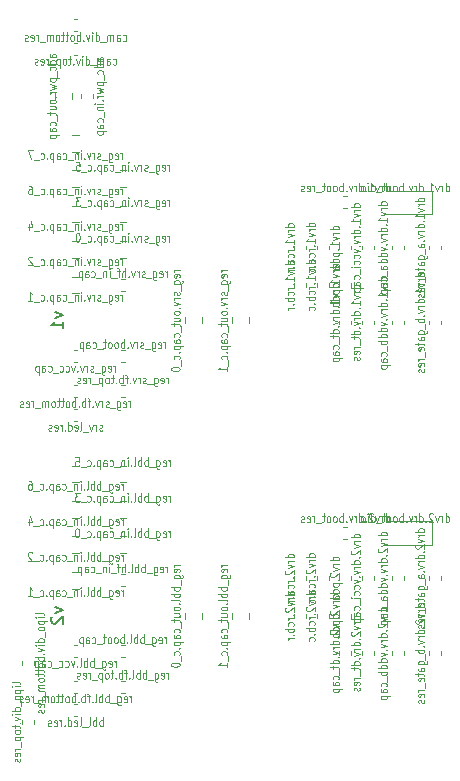
<source format=gbr>
G04 #@! TF.GenerationSoftware,KiCad,Pcbnew,(5.1.2)-1*
G04 #@! TF.CreationDate,2019-12-27T14:53:11-08:00*
G04 #@! TF.ProjectId,design,64657369-676e-42e6-9b69-6361645f7063,rev?*
G04 #@! TF.SameCoordinates,Original*
G04 #@! TF.FileFunction,Legend,Bot*
G04 #@! TF.FilePolarity,Positive*
%FSLAX46Y46*%
G04 Gerber Fmt 4.6, Leading zero omitted, Abs format (unit mm)*
G04 Created by KiCad (PCBNEW (5.1.2)-1) date 2019-12-27 14:53:11*
%MOMM*%
%LPD*%
G04 APERTURE LIST*
%ADD10C,0.120000*%
%ADD11C,0.100000*%
%ADD12C,0.150000*%
G04 APERTURE END LIST*
D10*
X168955000Y-59012221D02*
X168955000Y-59337779D01*
X167935000Y-59012221D02*
X167935000Y-59337779D01*
X133490000Y-88162779D02*
X133490000Y-87837221D01*
X134510000Y-88162779D02*
X134510000Y-87837221D01*
X134510000Y-93162779D02*
X134510000Y-92837221D01*
X133490000Y-93162779D02*
X133490000Y-92837221D01*
X138162779Y-90510000D02*
X137837221Y-90510000D01*
X138162779Y-89490000D02*
X137837221Y-89490000D01*
X142162779Y-89490000D02*
X141837221Y-89490000D01*
X142162779Y-90510000D02*
X141837221Y-90510000D01*
X141837221Y-80490000D02*
X142162779Y-80490000D01*
X141837221Y-81510000D02*
X142162779Y-81510000D01*
X139510000Y-40162779D02*
X139510000Y-39837221D01*
X138490000Y-40162779D02*
X138490000Y-39837221D01*
X137710000Y-40258578D02*
X137710000Y-39741422D01*
X136290000Y-40258578D02*
X136290000Y-39741422D01*
X167935000Y-52987779D02*
X167935000Y-52662221D01*
X168955000Y-52987779D02*
X168955000Y-52662221D01*
X160662221Y-49525000D02*
X160987779Y-49525000D01*
X160662221Y-48505000D02*
X160987779Y-48505000D01*
X160315000Y-59012221D02*
X160315000Y-59337779D01*
X161335000Y-59012221D02*
X161335000Y-59337779D01*
X162220000Y-59012221D02*
X162220000Y-59337779D01*
X163240000Y-59012221D02*
X163240000Y-59337779D01*
X162220000Y-52987779D02*
X162220000Y-52662221D01*
X163240000Y-52987779D02*
X163240000Y-52662221D01*
X164760000Y-52662221D02*
X164760000Y-52987779D01*
X165780000Y-52662221D02*
X165780000Y-52987779D01*
X165780000Y-59012221D02*
X165780000Y-59337779D01*
X164760000Y-59012221D02*
X164760000Y-59337779D01*
X167935000Y-80987779D02*
X167935000Y-80662221D01*
X168955000Y-80987779D02*
X168955000Y-80662221D01*
X168955000Y-87012221D02*
X168955000Y-87337779D01*
X167935000Y-87012221D02*
X167935000Y-87337779D01*
X160662221Y-77525000D02*
X160987779Y-77525000D01*
X160662221Y-76505000D02*
X160987779Y-76505000D01*
X160315000Y-87012221D02*
X160315000Y-87337779D01*
X161335000Y-87012221D02*
X161335000Y-87337779D01*
X162220000Y-87012221D02*
X162220000Y-87337779D01*
X163240000Y-87012221D02*
X163240000Y-87337779D01*
X162220000Y-80987779D02*
X162220000Y-80662221D01*
X163240000Y-80987779D02*
X163240000Y-80662221D01*
X164760000Y-80662221D02*
X164760000Y-80987779D01*
X165780000Y-80662221D02*
X165780000Y-80987779D01*
X165780000Y-87012221D02*
X165780000Y-87337779D01*
X164760000Y-87012221D02*
X164760000Y-87337779D01*
X168155000Y-48015000D02*
X168155000Y-50015000D01*
X168155000Y-50015000D02*
X164255000Y-50015000D01*
X168155000Y-48015000D02*
X164255000Y-48015000D01*
X168155000Y-76015000D02*
X164255000Y-76015000D01*
X168155000Y-78015000D02*
X164255000Y-78015000D01*
X168155000Y-76015000D02*
X168155000Y-78015000D01*
X141837221Y-87510000D02*
X142162779Y-87510000D01*
X141837221Y-86490000D02*
X142162779Y-86490000D01*
X138162779Y-87510000D02*
X137837221Y-87510000D01*
X138162779Y-86490000D02*
X137837221Y-86490000D01*
X141741422Y-77290000D02*
X142258578Y-77290000D01*
X141741422Y-78710000D02*
X142258578Y-78710000D01*
X138258578Y-80290000D02*
X137741422Y-80290000D01*
X138258578Y-81710000D02*
X137741422Y-81710000D01*
X138258578Y-77290000D02*
X137741422Y-77290000D01*
X138258578Y-78710000D02*
X137741422Y-78710000D01*
X141741422Y-74290000D02*
X142258578Y-74290000D01*
X141741422Y-75710000D02*
X142258578Y-75710000D01*
X138258578Y-74290000D02*
X137741422Y-74290000D01*
X138258578Y-75710000D02*
X137741422Y-75710000D01*
X141741422Y-71290000D02*
X142258578Y-71290000D01*
X141741422Y-72710000D02*
X142258578Y-72710000D01*
X138258578Y-71290000D02*
X137741422Y-71290000D01*
X138258578Y-72710000D02*
X137741422Y-72710000D01*
X148710000Y-83741422D02*
X148710000Y-84258578D01*
X147290000Y-83741422D02*
X147290000Y-84258578D01*
X152710000Y-83741422D02*
X152710000Y-84258578D01*
X151290000Y-83741422D02*
X151290000Y-84258578D01*
X138162779Y-91490000D02*
X137837221Y-91490000D01*
X138162779Y-92510000D02*
X137837221Y-92510000D01*
X141837221Y-62510000D02*
X142162779Y-62510000D01*
X141837221Y-61490000D02*
X142162779Y-61490000D01*
X138162779Y-64490000D02*
X137837221Y-64490000D01*
X138162779Y-65510000D02*
X137837221Y-65510000D01*
X142162779Y-65510000D02*
X141837221Y-65510000D01*
X142162779Y-64490000D02*
X141837221Y-64490000D01*
X141837221Y-56510000D02*
X142162779Y-56510000D01*
X141837221Y-55490000D02*
X142162779Y-55490000D01*
X141741422Y-53710000D02*
X142258578Y-53710000D01*
X141741422Y-52290000D02*
X142258578Y-52290000D01*
X138258578Y-56710000D02*
X137741422Y-56710000D01*
X138258578Y-55290000D02*
X137741422Y-55290000D01*
X138258578Y-52290000D02*
X137741422Y-52290000D01*
X138258578Y-53710000D02*
X137741422Y-53710000D01*
X141741422Y-49290000D02*
X142258578Y-49290000D01*
X141741422Y-50710000D02*
X142258578Y-50710000D01*
X138258578Y-49290000D02*
X137741422Y-49290000D01*
X138258578Y-50710000D02*
X137741422Y-50710000D01*
X141741422Y-46290000D02*
X142258578Y-46290000D01*
X141741422Y-47710000D02*
X142258578Y-47710000D01*
X138258578Y-46290000D02*
X137741422Y-46290000D01*
X138258578Y-47710000D02*
X137741422Y-47710000D01*
X147290000Y-58741422D02*
X147290000Y-59258578D01*
X148710000Y-58741422D02*
X148710000Y-59258578D01*
X152710000Y-58741422D02*
X152710000Y-59258578D01*
X151290000Y-58741422D02*
X151290000Y-59258578D01*
X138162779Y-62510000D02*
X137837221Y-62510000D01*
X138162779Y-61490000D02*
X137837221Y-61490000D01*
X138258578Y-43290000D02*
X137741422Y-43290000D01*
X138258578Y-44710000D02*
X137741422Y-44710000D01*
X138162779Y-66490000D02*
X137837221Y-66490000D01*
X138162779Y-67510000D02*
X137837221Y-67510000D01*
X137837221Y-33490000D02*
X138162779Y-33490000D01*
X137837221Y-34510000D02*
X138162779Y-34510000D01*
X138162779Y-35490000D02*
X137837221Y-35490000D01*
X138162779Y-36510000D02*
X137837221Y-36510000D01*
X161335000Y-52987779D02*
X161335000Y-52662221D01*
X160315000Y-52987779D02*
X160315000Y-52662221D01*
X161335000Y-55837221D02*
X161335000Y-56162779D01*
X160315000Y-55837221D02*
X160315000Y-56162779D01*
X159430000Y-52662221D02*
X159430000Y-52987779D01*
X158410000Y-52662221D02*
X158410000Y-52987779D01*
X156505000Y-52662221D02*
X156505000Y-52987779D01*
X157525000Y-52662221D02*
X157525000Y-52987779D01*
X159430000Y-56162779D02*
X159430000Y-55837221D01*
X158410000Y-56162779D02*
X158410000Y-55837221D01*
X156505000Y-56162779D02*
X156505000Y-55837221D01*
X157525000Y-56162779D02*
X157525000Y-55837221D01*
X160315000Y-80987779D02*
X160315000Y-80662221D01*
X161335000Y-80987779D02*
X161335000Y-80662221D01*
X160315000Y-83837221D02*
X160315000Y-84162779D01*
X161335000Y-83837221D02*
X161335000Y-84162779D01*
X158410000Y-80662221D02*
X158410000Y-80987779D01*
X159430000Y-80662221D02*
X159430000Y-80987779D01*
X156505000Y-80662221D02*
X156505000Y-80987779D01*
X157525000Y-80662221D02*
X157525000Y-80987779D01*
X158410000Y-84162779D02*
X158410000Y-83837221D01*
X159430000Y-84162779D02*
X159430000Y-83837221D01*
X156505000Y-84162779D02*
X156505000Y-83837221D01*
X157525000Y-84162779D02*
X157525000Y-83837221D01*
D11*
X167514285Y-55246428D02*
X166764285Y-55246428D01*
X167478571Y-55246428D02*
X167514285Y-55189285D01*
X167514285Y-55075000D01*
X167478571Y-55017857D01*
X167442857Y-54989285D01*
X167371428Y-54960714D01*
X167157142Y-54960714D01*
X167085714Y-54989285D01*
X167050000Y-55017857D01*
X167014285Y-55075000D01*
X167014285Y-55189285D01*
X167050000Y-55246428D01*
X167514285Y-55532142D02*
X167014285Y-55532142D01*
X167157142Y-55532142D02*
X167085714Y-55560714D01*
X167050000Y-55589285D01*
X167014285Y-55646428D01*
X167014285Y-55703571D01*
X167014285Y-55846428D02*
X167514285Y-55989285D01*
X167014285Y-56132142D01*
X167514285Y-56675000D02*
X167514285Y-56332142D01*
X167514285Y-56503571D02*
X166764285Y-56503571D01*
X166871428Y-56446428D01*
X166942857Y-56389285D01*
X166978571Y-56332142D01*
X167442857Y-56932142D02*
X167478571Y-56960714D01*
X167514285Y-56932142D01*
X167478571Y-56903571D01*
X167442857Y-56932142D01*
X167514285Y-56932142D01*
X167514285Y-57475000D02*
X166764285Y-57475000D01*
X167478571Y-57475000D02*
X167514285Y-57417857D01*
X167514285Y-57303571D01*
X167478571Y-57246428D01*
X167442857Y-57217857D01*
X167371428Y-57189285D01*
X167157142Y-57189285D01*
X167085714Y-57217857D01*
X167050000Y-57246428D01*
X167014285Y-57303571D01*
X167014285Y-57417857D01*
X167050000Y-57475000D01*
X167514285Y-57760714D02*
X167014285Y-57760714D01*
X167157142Y-57760714D02*
X167085714Y-57789285D01*
X167050000Y-57817857D01*
X167014285Y-57875000D01*
X167014285Y-57932142D01*
X167014285Y-58075000D02*
X167514285Y-58217857D01*
X167014285Y-58360714D01*
X167442857Y-58589285D02*
X167478571Y-58617857D01*
X167514285Y-58589285D01*
X167478571Y-58560714D01*
X167442857Y-58589285D01*
X167514285Y-58589285D01*
X167514285Y-58875000D02*
X166764285Y-58875000D01*
X167050000Y-58875000D02*
X167014285Y-58932142D01*
X167014285Y-59046428D01*
X167050000Y-59103571D01*
X167085714Y-59132142D01*
X167157142Y-59160714D01*
X167371428Y-59160714D01*
X167442857Y-59132142D01*
X167478571Y-59103571D01*
X167514285Y-59046428D01*
X167514285Y-58932142D01*
X167478571Y-58875000D01*
X167585714Y-59275000D02*
X167585714Y-59732142D01*
X167014285Y-60132142D02*
X167621428Y-60132142D01*
X167692857Y-60103571D01*
X167728571Y-60075000D01*
X167764285Y-60017857D01*
X167764285Y-59932142D01*
X167728571Y-59875000D01*
X167478571Y-60132142D02*
X167514285Y-60075000D01*
X167514285Y-59960714D01*
X167478571Y-59903571D01*
X167442857Y-59875000D01*
X167371428Y-59846428D01*
X167157142Y-59846428D01*
X167085714Y-59875000D01*
X167050000Y-59903571D01*
X167014285Y-59960714D01*
X167014285Y-60075000D01*
X167050000Y-60132142D01*
X167514285Y-60675000D02*
X167121428Y-60675000D01*
X167050000Y-60646428D01*
X167014285Y-60589285D01*
X167014285Y-60475000D01*
X167050000Y-60417857D01*
X167478571Y-60675000D02*
X167514285Y-60617857D01*
X167514285Y-60475000D01*
X167478571Y-60417857D01*
X167407142Y-60389285D01*
X167335714Y-60389285D01*
X167264285Y-60417857D01*
X167228571Y-60475000D01*
X167228571Y-60617857D01*
X167192857Y-60675000D01*
X167014285Y-60875000D02*
X167014285Y-61103571D01*
X166764285Y-60960714D02*
X167407142Y-60960714D01*
X167478571Y-60989285D01*
X167514285Y-61046428D01*
X167514285Y-61103571D01*
X167478571Y-61532142D02*
X167514285Y-61475000D01*
X167514285Y-61360714D01*
X167478571Y-61303571D01*
X167407142Y-61275000D01*
X167121428Y-61275000D01*
X167050000Y-61303571D01*
X167014285Y-61360714D01*
X167014285Y-61475000D01*
X167050000Y-61532142D01*
X167121428Y-61560714D01*
X167192857Y-61560714D01*
X167264285Y-61275000D01*
X167585714Y-61675000D02*
X167585714Y-62132142D01*
X167514285Y-62275000D02*
X167014285Y-62275000D01*
X167157142Y-62275000D02*
X167085714Y-62303571D01*
X167050000Y-62332142D01*
X167014285Y-62389285D01*
X167014285Y-62446428D01*
X167478571Y-62875000D02*
X167514285Y-62817857D01*
X167514285Y-62703571D01*
X167478571Y-62646428D01*
X167407142Y-62617857D01*
X167121428Y-62617857D01*
X167050000Y-62646428D01*
X167014285Y-62703571D01*
X167014285Y-62817857D01*
X167050000Y-62875000D01*
X167121428Y-62903571D01*
X167192857Y-62903571D01*
X167264285Y-62617857D01*
X167478571Y-63132142D02*
X167514285Y-63189285D01*
X167514285Y-63303571D01*
X167478571Y-63360714D01*
X167407142Y-63389285D01*
X167371428Y-63389285D01*
X167300000Y-63360714D01*
X167264285Y-63303571D01*
X167264285Y-63217857D01*
X167228571Y-63160714D01*
X167157142Y-63132142D01*
X167121428Y-63132142D01*
X167050000Y-63160714D01*
X167014285Y-63217857D01*
X167014285Y-63303571D01*
X167050000Y-63360714D01*
X135339285Y-83900000D02*
X135303571Y-83842857D01*
X135232142Y-83814285D01*
X134589285Y-83814285D01*
X135339285Y-84128571D02*
X134839285Y-84128571D01*
X134589285Y-84128571D02*
X134625000Y-84100000D01*
X134660714Y-84128571D01*
X134625000Y-84157142D01*
X134589285Y-84128571D01*
X134660714Y-84128571D01*
X134839285Y-84414285D02*
X135589285Y-84414285D01*
X134875000Y-84414285D02*
X134839285Y-84471428D01*
X134839285Y-84585714D01*
X134875000Y-84642857D01*
X134910714Y-84671428D01*
X134982142Y-84700000D01*
X135196428Y-84700000D01*
X135267857Y-84671428D01*
X135303571Y-84642857D01*
X135339285Y-84585714D01*
X135339285Y-84471428D01*
X135303571Y-84414285D01*
X135339285Y-85042857D02*
X135303571Y-84985714D01*
X135267857Y-84957142D01*
X135196428Y-84928571D01*
X134982142Y-84928571D01*
X134910714Y-84957142D01*
X134875000Y-84985714D01*
X134839285Y-85042857D01*
X134839285Y-85128571D01*
X134875000Y-85185714D01*
X134910714Y-85214285D01*
X134982142Y-85242857D01*
X135196428Y-85242857D01*
X135267857Y-85214285D01*
X135303571Y-85185714D01*
X135339285Y-85128571D01*
X135339285Y-85042857D01*
X135410714Y-85357142D02*
X135410714Y-85814285D01*
X135339285Y-86214285D02*
X134589285Y-86214285D01*
X135303571Y-86214285D02*
X135339285Y-86157142D01*
X135339285Y-86042857D01*
X135303571Y-85985714D01*
X135267857Y-85957142D01*
X135196428Y-85928571D01*
X134982142Y-85928571D01*
X134910714Y-85957142D01*
X134875000Y-85985714D01*
X134839285Y-86042857D01*
X134839285Y-86157142D01*
X134875000Y-86214285D01*
X135339285Y-86500000D02*
X134839285Y-86500000D01*
X134589285Y-86500000D02*
X134625000Y-86471428D01*
X134660714Y-86500000D01*
X134625000Y-86528571D01*
X134589285Y-86500000D01*
X134660714Y-86500000D01*
X134839285Y-86728571D02*
X135339285Y-86871428D01*
X134839285Y-87014285D01*
X135267857Y-87242857D02*
X135303571Y-87271428D01*
X135339285Y-87242857D01*
X135303571Y-87214285D01*
X135267857Y-87242857D01*
X135339285Y-87242857D01*
X135339285Y-87528571D02*
X134589285Y-87528571D01*
X134875000Y-87528571D02*
X134839285Y-87585714D01*
X134839285Y-87700000D01*
X134875000Y-87757142D01*
X134910714Y-87785714D01*
X134982142Y-87814285D01*
X135196428Y-87814285D01*
X135267857Y-87785714D01*
X135303571Y-87757142D01*
X135339285Y-87700000D01*
X135339285Y-87585714D01*
X135303571Y-87528571D01*
X135339285Y-88157142D02*
X135303571Y-88100000D01*
X135267857Y-88071428D01*
X135196428Y-88042857D01*
X134982142Y-88042857D01*
X134910714Y-88071428D01*
X134875000Y-88100000D01*
X134839285Y-88157142D01*
X134839285Y-88242857D01*
X134875000Y-88300000D01*
X134910714Y-88328571D01*
X134982142Y-88357142D01*
X135196428Y-88357142D01*
X135267857Y-88328571D01*
X135303571Y-88300000D01*
X135339285Y-88242857D01*
X135339285Y-88157142D01*
X134839285Y-88528571D02*
X134839285Y-88757142D01*
X134589285Y-88614285D02*
X135232142Y-88614285D01*
X135303571Y-88642857D01*
X135339285Y-88700000D01*
X135339285Y-88757142D01*
X134839285Y-88871428D02*
X134839285Y-89100000D01*
X134589285Y-88957142D02*
X135232142Y-88957142D01*
X135303571Y-88985714D01*
X135339285Y-89042857D01*
X135339285Y-89100000D01*
X135339285Y-89385714D02*
X135303571Y-89328571D01*
X135267857Y-89300000D01*
X135196428Y-89271428D01*
X134982142Y-89271428D01*
X134910714Y-89300000D01*
X134875000Y-89328571D01*
X134839285Y-89385714D01*
X134839285Y-89471428D01*
X134875000Y-89528571D01*
X134910714Y-89557142D01*
X134982142Y-89585714D01*
X135196428Y-89585714D01*
X135267857Y-89557142D01*
X135303571Y-89528571D01*
X135339285Y-89471428D01*
X135339285Y-89385714D01*
X135339285Y-89842857D02*
X134839285Y-89842857D01*
X134910714Y-89842857D02*
X134875000Y-89871428D01*
X134839285Y-89928571D01*
X134839285Y-90014285D01*
X134875000Y-90071428D01*
X134946428Y-90100000D01*
X135339285Y-90100000D01*
X134946428Y-90100000D02*
X134875000Y-90128571D01*
X134839285Y-90185714D01*
X134839285Y-90271428D01*
X134875000Y-90328571D01*
X134946428Y-90357142D01*
X135339285Y-90357142D01*
X135410714Y-90500000D02*
X135410714Y-90957142D01*
X135339285Y-91100000D02*
X134839285Y-91100000D01*
X134982142Y-91100000D02*
X134910714Y-91128571D01*
X134875000Y-91157142D01*
X134839285Y-91214285D01*
X134839285Y-91271428D01*
X135303571Y-91700000D02*
X135339285Y-91642857D01*
X135339285Y-91528571D01*
X135303571Y-91471428D01*
X135232142Y-91442857D01*
X134946428Y-91442857D01*
X134875000Y-91471428D01*
X134839285Y-91528571D01*
X134839285Y-91642857D01*
X134875000Y-91700000D01*
X134946428Y-91728571D01*
X135017857Y-91728571D01*
X135089285Y-91442857D01*
X135303571Y-91957142D02*
X135339285Y-92014285D01*
X135339285Y-92128571D01*
X135303571Y-92185714D01*
X135232142Y-92214285D01*
X135196428Y-92214285D01*
X135125000Y-92185714D01*
X135089285Y-92128571D01*
X135089285Y-92042857D01*
X135053571Y-91985714D01*
X134982142Y-91957142D01*
X134946428Y-91957142D01*
X134875000Y-91985714D01*
X134839285Y-92042857D01*
X134839285Y-92128571D01*
X134875000Y-92185714D01*
X133339285Y-89742857D02*
X133303571Y-89685714D01*
X133232142Y-89657142D01*
X132589285Y-89657142D01*
X133339285Y-89971428D02*
X132839285Y-89971428D01*
X132589285Y-89971428D02*
X132625000Y-89942857D01*
X132660714Y-89971428D01*
X132625000Y-90000000D01*
X132589285Y-89971428D01*
X132660714Y-89971428D01*
X132839285Y-90257142D02*
X133589285Y-90257142D01*
X132875000Y-90257142D02*
X132839285Y-90314285D01*
X132839285Y-90428571D01*
X132875000Y-90485714D01*
X132910714Y-90514285D01*
X132982142Y-90542857D01*
X133196428Y-90542857D01*
X133267857Y-90514285D01*
X133303571Y-90485714D01*
X133339285Y-90428571D01*
X133339285Y-90314285D01*
X133303571Y-90257142D01*
X133339285Y-90885714D02*
X133303571Y-90828571D01*
X133267857Y-90800000D01*
X133196428Y-90771428D01*
X132982142Y-90771428D01*
X132910714Y-90800000D01*
X132875000Y-90828571D01*
X132839285Y-90885714D01*
X132839285Y-90971428D01*
X132875000Y-91028571D01*
X132910714Y-91057142D01*
X132982142Y-91085714D01*
X133196428Y-91085714D01*
X133267857Y-91057142D01*
X133303571Y-91028571D01*
X133339285Y-90971428D01*
X133339285Y-90885714D01*
X133410714Y-91200000D02*
X133410714Y-91657142D01*
X133339285Y-92057142D02*
X132589285Y-92057142D01*
X133303571Y-92057142D02*
X133339285Y-92000000D01*
X133339285Y-91885714D01*
X133303571Y-91828571D01*
X133267857Y-91800000D01*
X133196428Y-91771428D01*
X132982142Y-91771428D01*
X132910714Y-91800000D01*
X132875000Y-91828571D01*
X132839285Y-91885714D01*
X132839285Y-92000000D01*
X132875000Y-92057142D01*
X133339285Y-92342857D02*
X132839285Y-92342857D01*
X132589285Y-92342857D02*
X132625000Y-92314285D01*
X132660714Y-92342857D01*
X132625000Y-92371428D01*
X132589285Y-92342857D01*
X132660714Y-92342857D01*
X132839285Y-92571428D02*
X133339285Y-92714285D01*
X132839285Y-92857142D01*
X133267857Y-93085714D02*
X133303571Y-93114285D01*
X133339285Y-93085714D01*
X133303571Y-93057142D01*
X133267857Y-93085714D01*
X133339285Y-93085714D01*
X132839285Y-93285714D02*
X132839285Y-93514285D01*
X132589285Y-93371428D02*
X133232142Y-93371428D01*
X133303571Y-93400000D01*
X133339285Y-93457142D01*
X133339285Y-93514285D01*
X133339285Y-93800000D02*
X133303571Y-93742857D01*
X133267857Y-93714285D01*
X133196428Y-93685714D01*
X132982142Y-93685714D01*
X132910714Y-93714285D01*
X132875000Y-93742857D01*
X132839285Y-93800000D01*
X132839285Y-93885714D01*
X132875000Y-93942857D01*
X132910714Y-93971428D01*
X132982142Y-94000000D01*
X133196428Y-94000000D01*
X133267857Y-93971428D01*
X133303571Y-93942857D01*
X133339285Y-93885714D01*
X133339285Y-93800000D01*
X132839285Y-94257142D02*
X133589285Y-94257142D01*
X132875000Y-94257142D02*
X132839285Y-94314285D01*
X132839285Y-94428571D01*
X132875000Y-94485714D01*
X132910714Y-94514285D01*
X132982142Y-94542857D01*
X133196428Y-94542857D01*
X133267857Y-94514285D01*
X133303571Y-94485714D01*
X133339285Y-94428571D01*
X133339285Y-94314285D01*
X133303571Y-94257142D01*
X133410714Y-94657142D02*
X133410714Y-95114285D01*
X133339285Y-95257142D02*
X132839285Y-95257142D01*
X132982142Y-95257142D02*
X132910714Y-95285714D01*
X132875000Y-95314285D01*
X132839285Y-95371428D01*
X132839285Y-95428571D01*
X133303571Y-95857142D02*
X133339285Y-95800000D01*
X133339285Y-95685714D01*
X133303571Y-95628571D01*
X133232142Y-95600000D01*
X132946428Y-95600000D01*
X132875000Y-95628571D01*
X132839285Y-95685714D01*
X132839285Y-95800000D01*
X132875000Y-95857142D01*
X132946428Y-95885714D01*
X133017857Y-95885714D01*
X133089285Y-95600000D01*
X133303571Y-96114285D02*
X133339285Y-96171428D01*
X133339285Y-96285714D01*
X133303571Y-96342857D01*
X133232142Y-96371428D01*
X133196428Y-96371428D01*
X133125000Y-96342857D01*
X133089285Y-96285714D01*
X133089285Y-96200000D01*
X133053571Y-96142857D01*
X132982142Y-96114285D01*
X132946428Y-96114285D01*
X132875000Y-96142857D01*
X132839285Y-96200000D01*
X132839285Y-96285714D01*
X132875000Y-96342857D01*
X142700000Y-91339285D02*
X142700000Y-90839285D01*
X142700000Y-90982142D02*
X142671428Y-90910714D01*
X142642857Y-90875000D01*
X142585714Y-90839285D01*
X142528571Y-90839285D01*
X142100000Y-91303571D02*
X142157142Y-91339285D01*
X142271428Y-91339285D01*
X142328571Y-91303571D01*
X142357142Y-91232142D01*
X142357142Y-90946428D01*
X142328571Y-90875000D01*
X142271428Y-90839285D01*
X142157142Y-90839285D01*
X142100000Y-90875000D01*
X142071428Y-90946428D01*
X142071428Y-91017857D01*
X142357142Y-91089285D01*
X141557142Y-90839285D02*
X141557142Y-91446428D01*
X141585714Y-91517857D01*
X141614285Y-91553571D01*
X141671428Y-91589285D01*
X141757142Y-91589285D01*
X141814285Y-91553571D01*
X141557142Y-91303571D02*
X141614285Y-91339285D01*
X141728571Y-91339285D01*
X141785714Y-91303571D01*
X141814285Y-91267857D01*
X141842857Y-91196428D01*
X141842857Y-90982142D01*
X141814285Y-90910714D01*
X141785714Y-90875000D01*
X141728571Y-90839285D01*
X141614285Y-90839285D01*
X141557142Y-90875000D01*
X141414285Y-91410714D02*
X140957142Y-91410714D01*
X140814285Y-91339285D02*
X140814285Y-90589285D01*
X140814285Y-90875000D02*
X140757142Y-90839285D01*
X140642857Y-90839285D01*
X140585714Y-90875000D01*
X140557142Y-90910714D01*
X140528571Y-90982142D01*
X140528571Y-91196428D01*
X140557142Y-91267857D01*
X140585714Y-91303571D01*
X140642857Y-91339285D01*
X140757142Y-91339285D01*
X140814285Y-91303571D01*
X140271428Y-91339285D02*
X140271428Y-90589285D01*
X140271428Y-90875000D02*
X140214285Y-90839285D01*
X140100000Y-90839285D01*
X140042857Y-90875000D01*
X140014285Y-90910714D01*
X139985714Y-90982142D01*
X139985714Y-91196428D01*
X140014285Y-91267857D01*
X140042857Y-91303571D01*
X140100000Y-91339285D01*
X140214285Y-91339285D01*
X140271428Y-91303571D01*
X139642857Y-91339285D02*
X139700000Y-91303571D01*
X139728571Y-91232142D01*
X139728571Y-90589285D01*
X139414285Y-91267857D02*
X139385714Y-91303571D01*
X139414285Y-91339285D01*
X139442857Y-91303571D01*
X139414285Y-91267857D01*
X139414285Y-91339285D01*
X139214285Y-90839285D02*
X138985714Y-90839285D01*
X139128571Y-91339285D02*
X139128571Y-90696428D01*
X139100000Y-90625000D01*
X139042857Y-90589285D01*
X138985714Y-90589285D01*
X138785714Y-91339285D02*
X138785714Y-90589285D01*
X138785714Y-90875000D02*
X138728571Y-90839285D01*
X138614285Y-90839285D01*
X138557142Y-90875000D01*
X138528571Y-90910714D01*
X138500000Y-90982142D01*
X138500000Y-91196428D01*
X138528571Y-91267857D01*
X138557142Y-91303571D01*
X138614285Y-91339285D01*
X138728571Y-91339285D01*
X138785714Y-91303571D01*
X138242857Y-91267857D02*
X138214285Y-91303571D01*
X138242857Y-91339285D01*
X138271428Y-91303571D01*
X138242857Y-91267857D01*
X138242857Y-91339285D01*
X137957142Y-91339285D02*
X137957142Y-90589285D01*
X137957142Y-90875000D02*
X137900000Y-90839285D01*
X137785714Y-90839285D01*
X137728571Y-90875000D01*
X137700000Y-90910714D01*
X137671428Y-90982142D01*
X137671428Y-91196428D01*
X137700000Y-91267857D01*
X137728571Y-91303571D01*
X137785714Y-91339285D01*
X137900000Y-91339285D01*
X137957142Y-91303571D01*
X137328571Y-91339285D02*
X137385714Y-91303571D01*
X137414285Y-91267857D01*
X137442857Y-91196428D01*
X137442857Y-90982142D01*
X137414285Y-90910714D01*
X137385714Y-90875000D01*
X137328571Y-90839285D01*
X137242857Y-90839285D01*
X137185714Y-90875000D01*
X137157142Y-90910714D01*
X137128571Y-90982142D01*
X137128571Y-91196428D01*
X137157142Y-91267857D01*
X137185714Y-91303571D01*
X137242857Y-91339285D01*
X137328571Y-91339285D01*
X136957142Y-90839285D02*
X136728571Y-90839285D01*
X136871428Y-90589285D02*
X136871428Y-91232142D01*
X136842857Y-91303571D01*
X136785714Y-91339285D01*
X136728571Y-91339285D01*
X136614285Y-90839285D02*
X136385714Y-90839285D01*
X136528571Y-90589285D02*
X136528571Y-91232142D01*
X136500000Y-91303571D01*
X136442857Y-91339285D01*
X136385714Y-91339285D01*
X136100000Y-91339285D02*
X136157142Y-91303571D01*
X136185714Y-91267857D01*
X136214285Y-91196428D01*
X136214285Y-90982142D01*
X136185714Y-90910714D01*
X136157142Y-90875000D01*
X136100000Y-90839285D01*
X136014285Y-90839285D01*
X135957142Y-90875000D01*
X135928571Y-90910714D01*
X135900000Y-90982142D01*
X135900000Y-91196428D01*
X135928571Y-91267857D01*
X135957142Y-91303571D01*
X136014285Y-91339285D01*
X136100000Y-91339285D01*
X135642857Y-91339285D02*
X135642857Y-90839285D01*
X135642857Y-90910714D02*
X135614285Y-90875000D01*
X135557142Y-90839285D01*
X135471428Y-90839285D01*
X135414285Y-90875000D01*
X135385714Y-90946428D01*
X135385714Y-91339285D01*
X135385714Y-90946428D02*
X135357142Y-90875000D01*
X135300000Y-90839285D01*
X135214285Y-90839285D01*
X135157142Y-90875000D01*
X135128571Y-90946428D01*
X135128571Y-91339285D01*
X134985714Y-91410714D02*
X134528571Y-91410714D01*
X134385714Y-91339285D02*
X134385714Y-90839285D01*
X134385714Y-90982142D02*
X134357142Y-90910714D01*
X134328571Y-90875000D01*
X134271428Y-90839285D01*
X134214285Y-90839285D01*
X133785714Y-91303571D02*
X133842857Y-91339285D01*
X133957142Y-91339285D01*
X134014285Y-91303571D01*
X134042857Y-91232142D01*
X134042857Y-90946428D01*
X134014285Y-90875000D01*
X133957142Y-90839285D01*
X133842857Y-90839285D01*
X133785714Y-90875000D01*
X133757142Y-90946428D01*
X133757142Y-91017857D01*
X134042857Y-91089285D01*
X133528571Y-91303571D02*
X133471428Y-91339285D01*
X133357142Y-91339285D01*
X133300000Y-91303571D01*
X133271428Y-91232142D01*
X133271428Y-91196428D01*
X133300000Y-91125000D01*
X133357142Y-91089285D01*
X133442857Y-91089285D01*
X133500000Y-91053571D01*
X133528571Y-90982142D01*
X133528571Y-90946428D01*
X133500000Y-90875000D01*
X133442857Y-90839285D01*
X133357142Y-90839285D01*
X133300000Y-90875000D01*
X145857142Y-89339285D02*
X145857142Y-88839285D01*
X145857142Y-88982142D02*
X145828571Y-88910714D01*
X145800000Y-88875000D01*
X145742857Y-88839285D01*
X145685714Y-88839285D01*
X145257142Y-89303571D02*
X145314285Y-89339285D01*
X145428571Y-89339285D01*
X145485714Y-89303571D01*
X145514285Y-89232142D01*
X145514285Y-88946428D01*
X145485714Y-88875000D01*
X145428571Y-88839285D01*
X145314285Y-88839285D01*
X145257142Y-88875000D01*
X145228571Y-88946428D01*
X145228571Y-89017857D01*
X145514285Y-89089285D01*
X144714285Y-88839285D02*
X144714285Y-89446428D01*
X144742857Y-89517857D01*
X144771428Y-89553571D01*
X144828571Y-89589285D01*
X144914285Y-89589285D01*
X144971428Y-89553571D01*
X144714285Y-89303571D02*
X144771428Y-89339285D01*
X144885714Y-89339285D01*
X144942857Y-89303571D01*
X144971428Y-89267857D01*
X145000000Y-89196428D01*
X145000000Y-88982142D01*
X144971428Y-88910714D01*
X144942857Y-88875000D01*
X144885714Y-88839285D01*
X144771428Y-88839285D01*
X144714285Y-88875000D01*
X144571428Y-89410714D02*
X144114285Y-89410714D01*
X143971428Y-89339285D02*
X143971428Y-88589285D01*
X143971428Y-88875000D02*
X143914285Y-88839285D01*
X143800000Y-88839285D01*
X143742857Y-88875000D01*
X143714285Y-88910714D01*
X143685714Y-88982142D01*
X143685714Y-89196428D01*
X143714285Y-89267857D01*
X143742857Y-89303571D01*
X143800000Y-89339285D01*
X143914285Y-89339285D01*
X143971428Y-89303571D01*
X143428571Y-89339285D02*
X143428571Y-88589285D01*
X143428571Y-88875000D02*
X143371428Y-88839285D01*
X143257142Y-88839285D01*
X143200000Y-88875000D01*
X143171428Y-88910714D01*
X143142857Y-88982142D01*
X143142857Y-89196428D01*
X143171428Y-89267857D01*
X143200000Y-89303571D01*
X143257142Y-89339285D01*
X143371428Y-89339285D01*
X143428571Y-89303571D01*
X142800000Y-89339285D02*
X142857142Y-89303571D01*
X142885714Y-89232142D01*
X142885714Y-88589285D01*
X142571428Y-89267857D02*
X142542857Y-89303571D01*
X142571428Y-89339285D01*
X142600000Y-89303571D01*
X142571428Y-89267857D01*
X142571428Y-89339285D01*
X142371428Y-88839285D02*
X142142857Y-88839285D01*
X142285714Y-89339285D02*
X142285714Y-88696428D01*
X142257142Y-88625000D01*
X142200000Y-88589285D01*
X142142857Y-88589285D01*
X141942857Y-89339285D02*
X141942857Y-88589285D01*
X141942857Y-88875000D02*
X141885714Y-88839285D01*
X141771428Y-88839285D01*
X141714285Y-88875000D01*
X141685714Y-88910714D01*
X141657142Y-88982142D01*
X141657142Y-89196428D01*
X141685714Y-89267857D01*
X141714285Y-89303571D01*
X141771428Y-89339285D01*
X141885714Y-89339285D01*
X141942857Y-89303571D01*
X141400000Y-89267857D02*
X141371428Y-89303571D01*
X141400000Y-89339285D01*
X141428571Y-89303571D01*
X141400000Y-89267857D01*
X141400000Y-89339285D01*
X141200000Y-88839285D02*
X140971428Y-88839285D01*
X141114285Y-88589285D02*
X141114285Y-89232142D01*
X141085714Y-89303571D01*
X141028571Y-89339285D01*
X140971428Y-89339285D01*
X140685714Y-89339285D02*
X140742857Y-89303571D01*
X140771428Y-89267857D01*
X140800000Y-89196428D01*
X140800000Y-88982142D01*
X140771428Y-88910714D01*
X140742857Y-88875000D01*
X140685714Y-88839285D01*
X140600000Y-88839285D01*
X140542857Y-88875000D01*
X140514285Y-88910714D01*
X140485714Y-88982142D01*
X140485714Y-89196428D01*
X140514285Y-89267857D01*
X140542857Y-89303571D01*
X140600000Y-89339285D01*
X140685714Y-89339285D01*
X140228571Y-88839285D02*
X140228571Y-89589285D01*
X140228571Y-88875000D02*
X140171428Y-88839285D01*
X140057142Y-88839285D01*
X140000000Y-88875000D01*
X139971428Y-88910714D01*
X139942857Y-88982142D01*
X139942857Y-89196428D01*
X139971428Y-89267857D01*
X140000000Y-89303571D01*
X140057142Y-89339285D01*
X140171428Y-89339285D01*
X140228571Y-89303571D01*
X139828571Y-89410714D02*
X139371428Y-89410714D01*
X139228571Y-89339285D02*
X139228571Y-88839285D01*
X139228571Y-88982142D02*
X139200000Y-88910714D01*
X139171428Y-88875000D01*
X139114285Y-88839285D01*
X139057142Y-88839285D01*
X138628571Y-89303571D02*
X138685714Y-89339285D01*
X138800000Y-89339285D01*
X138857142Y-89303571D01*
X138885714Y-89232142D01*
X138885714Y-88946428D01*
X138857142Y-88875000D01*
X138800000Y-88839285D01*
X138685714Y-88839285D01*
X138628571Y-88875000D01*
X138600000Y-88946428D01*
X138600000Y-89017857D01*
X138885714Y-89089285D01*
X138371428Y-89303571D02*
X138314285Y-89339285D01*
X138200000Y-89339285D01*
X138142857Y-89303571D01*
X138114285Y-89232142D01*
X138114285Y-89196428D01*
X138142857Y-89125000D01*
X138200000Y-89089285D01*
X138285714Y-89089285D01*
X138342857Y-89053571D01*
X138371428Y-88982142D01*
X138371428Y-88946428D01*
X138342857Y-88875000D01*
X138285714Y-88839285D01*
X138200000Y-88839285D01*
X138142857Y-88875000D01*
X145757142Y-80339285D02*
X145757142Y-79839285D01*
X145757142Y-79982142D02*
X145728571Y-79910714D01*
X145700000Y-79875000D01*
X145642857Y-79839285D01*
X145585714Y-79839285D01*
X145157142Y-80303571D02*
X145214285Y-80339285D01*
X145328571Y-80339285D01*
X145385714Y-80303571D01*
X145414285Y-80232142D01*
X145414285Y-79946428D01*
X145385714Y-79875000D01*
X145328571Y-79839285D01*
X145214285Y-79839285D01*
X145157142Y-79875000D01*
X145128571Y-79946428D01*
X145128571Y-80017857D01*
X145414285Y-80089285D01*
X144614285Y-79839285D02*
X144614285Y-80446428D01*
X144642857Y-80517857D01*
X144671428Y-80553571D01*
X144728571Y-80589285D01*
X144814285Y-80589285D01*
X144871428Y-80553571D01*
X144614285Y-80303571D02*
X144671428Y-80339285D01*
X144785714Y-80339285D01*
X144842857Y-80303571D01*
X144871428Y-80267857D01*
X144900000Y-80196428D01*
X144900000Y-79982142D01*
X144871428Y-79910714D01*
X144842857Y-79875000D01*
X144785714Y-79839285D01*
X144671428Y-79839285D01*
X144614285Y-79875000D01*
X144471428Y-80410714D02*
X144014285Y-80410714D01*
X143871428Y-80339285D02*
X143871428Y-79589285D01*
X143871428Y-79875000D02*
X143814285Y-79839285D01*
X143700000Y-79839285D01*
X143642857Y-79875000D01*
X143614285Y-79910714D01*
X143585714Y-79982142D01*
X143585714Y-80196428D01*
X143614285Y-80267857D01*
X143642857Y-80303571D01*
X143700000Y-80339285D01*
X143814285Y-80339285D01*
X143871428Y-80303571D01*
X143328571Y-80339285D02*
X143328571Y-79589285D01*
X143328571Y-79875000D02*
X143271428Y-79839285D01*
X143157142Y-79839285D01*
X143100000Y-79875000D01*
X143071428Y-79910714D01*
X143042857Y-79982142D01*
X143042857Y-80196428D01*
X143071428Y-80267857D01*
X143100000Y-80303571D01*
X143157142Y-80339285D01*
X143271428Y-80339285D01*
X143328571Y-80303571D01*
X142700000Y-80339285D02*
X142757142Y-80303571D01*
X142785714Y-80232142D01*
X142785714Y-79589285D01*
X142471428Y-80267857D02*
X142442857Y-80303571D01*
X142471428Y-80339285D01*
X142500000Y-80303571D01*
X142471428Y-80267857D01*
X142471428Y-80339285D01*
X142185714Y-80339285D02*
X142185714Y-79589285D01*
X141928571Y-80339285D02*
X141928571Y-79946428D01*
X141957142Y-79875000D01*
X142014285Y-79839285D01*
X142100000Y-79839285D01*
X142157142Y-79875000D01*
X142185714Y-79910714D01*
X141728571Y-79839285D02*
X141500000Y-79839285D01*
X141642857Y-80339285D02*
X141642857Y-79696428D01*
X141614285Y-79625000D01*
X141557142Y-79589285D01*
X141500000Y-79589285D01*
X141442857Y-80410714D02*
X140985714Y-80410714D01*
X140842857Y-80339285D02*
X140842857Y-79839285D01*
X140842857Y-79589285D02*
X140871428Y-79625000D01*
X140842857Y-79660714D01*
X140814285Y-79625000D01*
X140842857Y-79589285D01*
X140842857Y-79660714D01*
X140557142Y-79839285D02*
X140557142Y-80339285D01*
X140557142Y-79910714D02*
X140528571Y-79875000D01*
X140471428Y-79839285D01*
X140385714Y-79839285D01*
X140328571Y-79875000D01*
X140300000Y-79946428D01*
X140300000Y-80339285D01*
X140157142Y-80410714D02*
X139700000Y-80410714D01*
X139300000Y-80303571D02*
X139357142Y-80339285D01*
X139471428Y-80339285D01*
X139528571Y-80303571D01*
X139557142Y-80267857D01*
X139585714Y-80196428D01*
X139585714Y-79982142D01*
X139557142Y-79910714D01*
X139528571Y-79875000D01*
X139471428Y-79839285D01*
X139357142Y-79839285D01*
X139300000Y-79875000D01*
X138785714Y-80339285D02*
X138785714Y-79946428D01*
X138814285Y-79875000D01*
X138871428Y-79839285D01*
X138985714Y-79839285D01*
X139042857Y-79875000D01*
X138785714Y-80303571D02*
X138842857Y-80339285D01*
X138985714Y-80339285D01*
X139042857Y-80303571D01*
X139071428Y-80232142D01*
X139071428Y-80160714D01*
X139042857Y-80089285D01*
X138985714Y-80053571D01*
X138842857Y-80053571D01*
X138785714Y-80017857D01*
X138500000Y-79839285D02*
X138500000Y-80589285D01*
X138500000Y-79875000D02*
X138442857Y-79839285D01*
X138328571Y-79839285D01*
X138271428Y-79875000D01*
X138242857Y-79910714D01*
X138214285Y-79982142D01*
X138214285Y-80196428D01*
X138242857Y-80267857D01*
X138271428Y-80303571D01*
X138328571Y-80339285D01*
X138442857Y-80339285D01*
X138500000Y-80303571D01*
X140339285Y-37014285D02*
X139946428Y-37014285D01*
X139875000Y-36985714D01*
X139839285Y-36928571D01*
X139839285Y-36814285D01*
X139875000Y-36757142D01*
X140303571Y-37014285D02*
X140339285Y-36957142D01*
X140339285Y-36814285D01*
X140303571Y-36757142D01*
X140232142Y-36728571D01*
X140160714Y-36728571D01*
X140089285Y-36757142D01*
X140053571Y-36814285D01*
X140053571Y-36957142D01*
X140017857Y-37014285D01*
X140339285Y-37557142D02*
X139589285Y-37557142D01*
X140303571Y-37557142D02*
X140339285Y-37500000D01*
X140339285Y-37385714D01*
X140303571Y-37328571D01*
X140267857Y-37300000D01*
X140196428Y-37271428D01*
X139982142Y-37271428D01*
X139910714Y-37300000D01*
X139875000Y-37328571D01*
X139839285Y-37385714D01*
X139839285Y-37500000D01*
X139875000Y-37557142D01*
X140303571Y-38100000D02*
X140339285Y-38042857D01*
X140339285Y-37928571D01*
X140303571Y-37871428D01*
X140267857Y-37842857D01*
X140196428Y-37814285D01*
X139982142Y-37814285D01*
X139910714Y-37842857D01*
X139875000Y-37871428D01*
X139839285Y-37928571D01*
X139839285Y-38042857D01*
X139875000Y-38100000D01*
X140410714Y-38214285D02*
X140410714Y-38671428D01*
X139839285Y-38814285D02*
X140589285Y-38814285D01*
X139875000Y-38814285D02*
X139839285Y-38871428D01*
X139839285Y-38985714D01*
X139875000Y-39042857D01*
X139910714Y-39071428D01*
X139982142Y-39100000D01*
X140196428Y-39100000D01*
X140267857Y-39071428D01*
X140303571Y-39042857D01*
X140339285Y-38985714D01*
X140339285Y-38871428D01*
X140303571Y-38814285D01*
X139839285Y-39300000D02*
X140339285Y-39414285D01*
X139982142Y-39528571D01*
X140339285Y-39642857D01*
X139839285Y-39757142D01*
X140339285Y-39985714D02*
X139839285Y-39985714D01*
X139982142Y-39985714D02*
X139910714Y-40014285D01*
X139875000Y-40042857D01*
X139839285Y-40100000D01*
X139839285Y-40157142D01*
X140267857Y-40357142D02*
X140303571Y-40385714D01*
X140339285Y-40357142D01*
X140303571Y-40328571D01*
X140267857Y-40357142D01*
X140339285Y-40357142D01*
X140339285Y-40642857D02*
X139839285Y-40642857D01*
X139589285Y-40642857D02*
X139625000Y-40614285D01*
X139660714Y-40642857D01*
X139625000Y-40671428D01*
X139589285Y-40642857D01*
X139660714Y-40642857D01*
X139839285Y-40928571D02*
X140339285Y-40928571D01*
X139910714Y-40928571D02*
X139875000Y-40957142D01*
X139839285Y-41014285D01*
X139839285Y-41100000D01*
X139875000Y-41157142D01*
X139946428Y-41185714D01*
X140339285Y-41185714D01*
X140410714Y-41328571D02*
X140410714Y-41785714D01*
X140303571Y-42185714D02*
X140339285Y-42128571D01*
X140339285Y-42014285D01*
X140303571Y-41957142D01*
X140267857Y-41928571D01*
X140196428Y-41900000D01*
X139982142Y-41900000D01*
X139910714Y-41928571D01*
X139875000Y-41957142D01*
X139839285Y-42014285D01*
X139839285Y-42128571D01*
X139875000Y-42185714D01*
X140339285Y-42700000D02*
X139946428Y-42700000D01*
X139875000Y-42671428D01*
X139839285Y-42614285D01*
X139839285Y-42500000D01*
X139875000Y-42442857D01*
X140303571Y-42700000D02*
X140339285Y-42642857D01*
X140339285Y-42500000D01*
X140303571Y-42442857D01*
X140232142Y-42414285D01*
X140160714Y-42414285D01*
X140089285Y-42442857D01*
X140053571Y-42500000D01*
X140053571Y-42642857D01*
X140017857Y-42700000D01*
X139839285Y-42985714D02*
X140589285Y-42985714D01*
X139875000Y-42985714D02*
X139839285Y-43042857D01*
X139839285Y-43157142D01*
X139875000Y-43214285D01*
X139910714Y-43242857D01*
X139982142Y-43271428D01*
X140196428Y-43271428D01*
X140267857Y-43242857D01*
X140303571Y-43214285D01*
X140339285Y-43157142D01*
X140339285Y-43042857D01*
X140303571Y-42985714D01*
X136339285Y-36714285D02*
X135946428Y-36714285D01*
X135875000Y-36685714D01*
X135839285Y-36628571D01*
X135839285Y-36514285D01*
X135875000Y-36457142D01*
X136303571Y-36714285D02*
X136339285Y-36657142D01*
X136339285Y-36514285D01*
X136303571Y-36457142D01*
X136232142Y-36428571D01*
X136160714Y-36428571D01*
X136089285Y-36457142D01*
X136053571Y-36514285D01*
X136053571Y-36657142D01*
X136017857Y-36714285D01*
X136339285Y-37257142D02*
X135589285Y-37257142D01*
X136303571Y-37257142D02*
X136339285Y-37200000D01*
X136339285Y-37085714D01*
X136303571Y-37028571D01*
X136267857Y-37000000D01*
X136196428Y-36971428D01*
X135982142Y-36971428D01*
X135910714Y-37000000D01*
X135875000Y-37028571D01*
X135839285Y-37085714D01*
X135839285Y-37200000D01*
X135875000Y-37257142D01*
X136303571Y-37800000D02*
X136339285Y-37742857D01*
X136339285Y-37628571D01*
X136303571Y-37571428D01*
X136267857Y-37542857D01*
X136196428Y-37514285D01*
X135982142Y-37514285D01*
X135910714Y-37542857D01*
X135875000Y-37571428D01*
X135839285Y-37628571D01*
X135839285Y-37742857D01*
X135875000Y-37800000D01*
X136410714Y-37914285D02*
X136410714Y-38371428D01*
X135839285Y-38514285D02*
X136589285Y-38514285D01*
X135875000Y-38514285D02*
X135839285Y-38571428D01*
X135839285Y-38685714D01*
X135875000Y-38742857D01*
X135910714Y-38771428D01*
X135982142Y-38800000D01*
X136196428Y-38800000D01*
X136267857Y-38771428D01*
X136303571Y-38742857D01*
X136339285Y-38685714D01*
X136339285Y-38571428D01*
X136303571Y-38514285D01*
X135839285Y-39000000D02*
X136339285Y-39114285D01*
X135982142Y-39228571D01*
X136339285Y-39342857D01*
X135839285Y-39457142D01*
X136339285Y-39685714D02*
X135839285Y-39685714D01*
X135982142Y-39685714D02*
X135910714Y-39714285D01*
X135875000Y-39742857D01*
X135839285Y-39800000D01*
X135839285Y-39857142D01*
X136267857Y-40057142D02*
X136303571Y-40085714D01*
X136339285Y-40057142D01*
X136303571Y-40028571D01*
X136267857Y-40057142D01*
X136339285Y-40057142D01*
X136339285Y-40428571D02*
X136303571Y-40371428D01*
X136267857Y-40342857D01*
X136196428Y-40314285D01*
X135982142Y-40314285D01*
X135910714Y-40342857D01*
X135875000Y-40371428D01*
X135839285Y-40428571D01*
X135839285Y-40514285D01*
X135875000Y-40571428D01*
X135910714Y-40600000D01*
X135982142Y-40628571D01*
X136196428Y-40628571D01*
X136267857Y-40600000D01*
X136303571Y-40571428D01*
X136339285Y-40514285D01*
X136339285Y-40428571D01*
X135839285Y-41142857D02*
X136339285Y-41142857D01*
X135839285Y-40885714D02*
X136232142Y-40885714D01*
X136303571Y-40914285D01*
X136339285Y-40971428D01*
X136339285Y-41057142D01*
X136303571Y-41114285D01*
X136267857Y-41142857D01*
X135839285Y-41342857D02*
X135839285Y-41571428D01*
X135589285Y-41428571D02*
X136232142Y-41428571D01*
X136303571Y-41457142D01*
X136339285Y-41514285D01*
X136339285Y-41571428D01*
X136410714Y-41628571D02*
X136410714Y-42085714D01*
X136303571Y-42485714D02*
X136339285Y-42428571D01*
X136339285Y-42314285D01*
X136303571Y-42257142D01*
X136267857Y-42228571D01*
X136196428Y-42200000D01*
X135982142Y-42200000D01*
X135910714Y-42228571D01*
X135875000Y-42257142D01*
X135839285Y-42314285D01*
X135839285Y-42428571D01*
X135875000Y-42485714D01*
X136339285Y-43000000D02*
X135946428Y-43000000D01*
X135875000Y-42971428D01*
X135839285Y-42914285D01*
X135839285Y-42800000D01*
X135875000Y-42742857D01*
X136303571Y-43000000D02*
X136339285Y-42942857D01*
X136339285Y-42800000D01*
X136303571Y-42742857D01*
X136232142Y-42714285D01*
X136160714Y-42714285D01*
X136089285Y-42742857D01*
X136053571Y-42800000D01*
X136053571Y-42942857D01*
X136017857Y-43000000D01*
X135839285Y-43285714D02*
X136589285Y-43285714D01*
X135875000Y-43285714D02*
X135839285Y-43342857D01*
X135839285Y-43457142D01*
X135875000Y-43514285D01*
X135910714Y-43542857D01*
X135982142Y-43571428D01*
X136196428Y-43571428D01*
X136267857Y-43542857D01*
X136303571Y-43514285D01*
X136339285Y-43457142D01*
X136339285Y-43342857D01*
X136303571Y-43285714D01*
X167514285Y-48896428D02*
X166764285Y-48896428D01*
X167478571Y-48896428D02*
X167514285Y-48839285D01*
X167514285Y-48725000D01*
X167478571Y-48667857D01*
X167442857Y-48639285D01*
X167371428Y-48610714D01*
X167157142Y-48610714D01*
X167085714Y-48639285D01*
X167050000Y-48667857D01*
X167014285Y-48725000D01*
X167014285Y-48839285D01*
X167050000Y-48896428D01*
X167514285Y-49182142D02*
X167014285Y-49182142D01*
X167157142Y-49182142D02*
X167085714Y-49210714D01*
X167050000Y-49239285D01*
X167014285Y-49296428D01*
X167014285Y-49353571D01*
X167014285Y-49496428D02*
X167514285Y-49639285D01*
X167014285Y-49782142D01*
X167514285Y-50325000D02*
X167514285Y-49982142D01*
X167514285Y-50153571D02*
X166764285Y-50153571D01*
X166871428Y-50096428D01*
X166942857Y-50039285D01*
X166978571Y-49982142D01*
X167442857Y-50582142D02*
X167478571Y-50610714D01*
X167514285Y-50582142D01*
X167478571Y-50553571D01*
X167442857Y-50582142D01*
X167514285Y-50582142D01*
X167514285Y-51125000D02*
X166764285Y-51125000D01*
X167478571Y-51125000D02*
X167514285Y-51067857D01*
X167514285Y-50953571D01*
X167478571Y-50896428D01*
X167442857Y-50867857D01*
X167371428Y-50839285D01*
X167157142Y-50839285D01*
X167085714Y-50867857D01*
X167050000Y-50896428D01*
X167014285Y-50953571D01*
X167014285Y-51067857D01*
X167050000Y-51125000D01*
X167514285Y-51410714D02*
X167014285Y-51410714D01*
X167157142Y-51410714D02*
X167085714Y-51439285D01*
X167050000Y-51467857D01*
X167014285Y-51525000D01*
X167014285Y-51582142D01*
X167014285Y-51725000D02*
X167514285Y-51867857D01*
X167014285Y-52010714D01*
X167442857Y-52239285D02*
X167478571Y-52267857D01*
X167514285Y-52239285D01*
X167478571Y-52210714D01*
X167442857Y-52239285D01*
X167514285Y-52239285D01*
X167514285Y-52782142D02*
X167121428Y-52782142D01*
X167050000Y-52753571D01*
X167014285Y-52696428D01*
X167014285Y-52582142D01*
X167050000Y-52525000D01*
X167478571Y-52782142D02*
X167514285Y-52725000D01*
X167514285Y-52582142D01*
X167478571Y-52525000D01*
X167407142Y-52496428D01*
X167335714Y-52496428D01*
X167264285Y-52525000D01*
X167228571Y-52582142D01*
X167228571Y-52725000D01*
X167192857Y-52782142D01*
X167585714Y-52925000D02*
X167585714Y-53382142D01*
X167014285Y-53782142D02*
X167621428Y-53782142D01*
X167692857Y-53753571D01*
X167728571Y-53725000D01*
X167764285Y-53667857D01*
X167764285Y-53582142D01*
X167728571Y-53525000D01*
X167478571Y-53782142D02*
X167514285Y-53725000D01*
X167514285Y-53610714D01*
X167478571Y-53553571D01*
X167442857Y-53525000D01*
X167371428Y-53496428D01*
X167157142Y-53496428D01*
X167085714Y-53525000D01*
X167050000Y-53553571D01*
X167014285Y-53610714D01*
X167014285Y-53725000D01*
X167050000Y-53782142D01*
X167514285Y-54325000D02*
X167121428Y-54325000D01*
X167050000Y-54296428D01*
X167014285Y-54239285D01*
X167014285Y-54125000D01*
X167050000Y-54067857D01*
X167478571Y-54325000D02*
X167514285Y-54267857D01*
X167514285Y-54125000D01*
X167478571Y-54067857D01*
X167407142Y-54039285D01*
X167335714Y-54039285D01*
X167264285Y-54067857D01*
X167228571Y-54125000D01*
X167228571Y-54267857D01*
X167192857Y-54325000D01*
X167014285Y-54525000D02*
X167014285Y-54753571D01*
X166764285Y-54610714D02*
X167407142Y-54610714D01*
X167478571Y-54639285D01*
X167514285Y-54696428D01*
X167514285Y-54753571D01*
X167478571Y-55182142D02*
X167514285Y-55125000D01*
X167514285Y-55010714D01*
X167478571Y-54953571D01*
X167407142Y-54925000D01*
X167121428Y-54925000D01*
X167050000Y-54953571D01*
X167014285Y-55010714D01*
X167014285Y-55125000D01*
X167050000Y-55182142D01*
X167121428Y-55210714D01*
X167192857Y-55210714D01*
X167264285Y-54925000D01*
X167585714Y-55325000D02*
X167585714Y-55782142D01*
X167514285Y-55925000D02*
X167014285Y-55925000D01*
X167157142Y-55925000D02*
X167085714Y-55953571D01*
X167050000Y-55982142D01*
X167014285Y-56039285D01*
X167014285Y-56096428D01*
X167478571Y-56525000D02*
X167514285Y-56467857D01*
X167514285Y-56353571D01*
X167478571Y-56296428D01*
X167407142Y-56267857D01*
X167121428Y-56267857D01*
X167050000Y-56296428D01*
X167014285Y-56353571D01*
X167014285Y-56467857D01*
X167050000Y-56525000D01*
X167121428Y-56553571D01*
X167192857Y-56553571D01*
X167264285Y-56267857D01*
X167478571Y-56782142D02*
X167514285Y-56839285D01*
X167514285Y-56953571D01*
X167478571Y-57010714D01*
X167407142Y-57039285D01*
X167371428Y-57039285D01*
X167300000Y-57010714D01*
X167264285Y-56953571D01*
X167264285Y-56867857D01*
X167228571Y-56810714D01*
X167157142Y-56782142D01*
X167121428Y-56782142D01*
X167050000Y-56810714D01*
X167014285Y-56867857D01*
X167014285Y-56953571D01*
X167050000Y-57010714D01*
X164267857Y-48084285D02*
X164267857Y-47334285D01*
X164267857Y-48048571D02*
X164325000Y-48084285D01*
X164439285Y-48084285D01*
X164496428Y-48048571D01*
X164525000Y-48012857D01*
X164553571Y-47941428D01*
X164553571Y-47727142D01*
X164525000Y-47655714D01*
X164496428Y-47620000D01*
X164439285Y-47584285D01*
X164325000Y-47584285D01*
X164267857Y-47620000D01*
X163982142Y-48084285D02*
X163982142Y-47584285D01*
X163982142Y-47727142D02*
X163953571Y-47655714D01*
X163925000Y-47620000D01*
X163867857Y-47584285D01*
X163810714Y-47584285D01*
X163667857Y-47584285D02*
X163525000Y-48084285D01*
X163382142Y-47584285D01*
X162839285Y-48084285D02*
X163182142Y-48084285D01*
X163010714Y-48084285D02*
X163010714Y-47334285D01*
X163067857Y-47441428D01*
X163125000Y-47512857D01*
X163182142Y-47548571D01*
X162582142Y-48012857D02*
X162553571Y-48048571D01*
X162582142Y-48084285D01*
X162610714Y-48048571D01*
X162582142Y-48012857D01*
X162582142Y-48084285D01*
X162039285Y-48084285D02*
X162039285Y-47334285D01*
X162039285Y-48048571D02*
X162096428Y-48084285D01*
X162210714Y-48084285D01*
X162267857Y-48048571D01*
X162296428Y-48012857D01*
X162325000Y-47941428D01*
X162325000Y-47727142D01*
X162296428Y-47655714D01*
X162267857Y-47620000D01*
X162210714Y-47584285D01*
X162096428Y-47584285D01*
X162039285Y-47620000D01*
X161753571Y-48084285D02*
X161753571Y-47584285D01*
X161753571Y-47727142D02*
X161725000Y-47655714D01*
X161696428Y-47620000D01*
X161639285Y-47584285D01*
X161582142Y-47584285D01*
X161439285Y-47584285D02*
X161296428Y-48084285D01*
X161153571Y-47584285D01*
X160925000Y-48012857D02*
X160896428Y-48048571D01*
X160925000Y-48084285D01*
X160953571Y-48048571D01*
X160925000Y-48012857D01*
X160925000Y-48084285D01*
X160639285Y-48084285D02*
X160639285Y-47334285D01*
X160639285Y-47620000D02*
X160582142Y-47584285D01*
X160467857Y-47584285D01*
X160410714Y-47620000D01*
X160382142Y-47655714D01*
X160353571Y-47727142D01*
X160353571Y-47941428D01*
X160382142Y-48012857D01*
X160410714Y-48048571D01*
X160467857Y-48084285D01*
X160582142Y-48084285D01*
X160639285Y-48048571D01*
X160010714Y-48084285D02*
X160067857Y-48048571D01*
X160096428Y-48012857D01*
X160125000Y-47941428D01*
X160125000Y-47727142D01*
X160096428Y-47655714D01*
X160067857Y-47620000D01*
X160010714Y-47584285D01*
X159925000Y-47584285D01*
X159867857Y-47620000D01*
X159839285Y-47655714D01*
X159810714Y-47727142D01*
X159810714Y-47941428D01*
X159839285Y-48012857D01*
X159867857Y-48048571D01*
X159925000Y-48084285D01*
X160010714Y-48084285D01*
X159467857Y-48084285D02*
X159525000Y-48048571D01*
X159553571Y-48012857D01*
X159582142Y-47941428D01*
X159582142Y-47727142D01*
X159553571Y-47655714D01*
X159525000Y-47620000D01*
X159467857Y-47584285D01*
X159382142Y-47584285D01*
X159325000Y-47620000D01*
X159296428Y-47655714D01*
X159267857Y-47727142D01*
X159267857Y-47941428D01*
X159296428Y-48012857D01*
X159325000Y-48048571D01*
X159382142Y-48084285D01*
X159467857Y-48084285D01*
X159096428Y-47584285D02*
X158867857Y-47584285D01*
X159010714Y-47334285D02*
X159010714Y-47977142D01*
X158982142Y-48048571D01*
X158925000Y-48084285D01*
X158867857Y-48084285D01*
X158810714Y-48155714D02*
X158353571Y-48155714D01*
X158210714Y-48084285D02*
X158210714Y-47584285D01*
X158210714Y-47727142D02*
X158182142Y-47655714D01*
X158153571Y-47620000D01*
X158096428Y-47584285D01*
X158039285Y-47584285D01*
X157610714Y-48048571D02*
X157667857Y-48084285D01*
X157782142Y-48084285D01*
X157839285Y-48048571D01*
X157867857Y-47977142D01*
X157867857Y-47691428D01*
X157839285Y-47620000D01*
X157782142Y-47584285D01*
X157667857Y-47584285D01*
X157610714Y-47620000D01*
X157582142Y-47691428D01*
X157582142Y-47762857D01*
X157867857Y-47834285D01*
X157353571Y-48048571D02*
X157296428Y-48084285D01*
X157182142Y-48084285D01*
X157125000Y-48048571D01*
X157096428Y-47977142D01*
X157096428Y-47941428D01*
X157125000Y-47870000D01*
X157182142Y-47834285D01*
X157267857Y-47834285D01*
X157325000Y-47798571D01*
X157353571Y-47727142D01*
X157353571Y-47691428D01*
X157325000Y-47620000D01*
X157267857Y-47584285D01*
X157182142Y-47584285D01*
X157125000Y-47620000D01*
X160275285Y-56160714D02*
X159525285Y-56160714D01*
X160239571Y-56160714D02*
X160275285Y-56103571D01*
X160275285Y-55989285D01*
X160239571Y-55932142D01*
X160203857Y-55903571D01*
X160132428Y-55875000D01*
X159918142Y-55875000D01*
X159846714Y-55903571D01*
X159811000Y-55932142D01*
X159775285Y-55989285D01*
X159775285Y-56103571D01*
X159811000Y-56160714D01*
X160275285Y-56446428D02*
X159775285Y-56446428D01*
X159918142Y-56446428D02*
X159846714Y-56475000D01*
X159811000Y-56503571D01*
X159775285Y-56560714D01*
X159775285Y-56617857D01*
X159775285Y-56760714D02*
X160275285Y-56903571D01*
X159775285Y-57046428D01*
X160275285Y-57589285D02*
X160275285Y-57246428D01*
X160275285Y-57417857D02*
X159525285Y-57417857D01*
X159632428Y-57360714D01*
X159703857Y-57303571D01*
X159739571Y-57246428D01*
X160203857Y-57846428D02*
X160239571Y-57875000D01*
X160275285Y-57846428D01*
X160239571Y-57817857D01*
X160203857Y-57846428D01*
X160275285Y-57846428D01*
X160275285Y-58389285D02*
X159525285Y-58389285D01*
X160239571Y-58389285D02*
X160275285Y-58332142D01*
X160275285Y-58217857D01*
X160239571Y-58160714D01*
X160203857Y-58132142D01*
X160132428Y-58103571D01*
X159918142Y-58103571D01*
X159846714Y-58132142D01*
X159811000Y-58160714D01*
X159775285Y-58217857D01*
X159775285Y-58332142D01*
X159811000Y-58389285D01*
X160275285Y-58675000D02*
X159775285Y-58675000D01*
X159918142Y-58675000D02*
X159846714Y-58703571D01*
X159811000Y-58732142D01*
X159775285Y-58789285D01*
X159775285Y-58846428D01*
X159775285Y-58989285D02*
X160275285Y-59132142D01*
X159775285Y-59275000D01*
X160203857Y-59503571D02*
X160239571Y-59532142D01*
X160275285Y-59503571D01*
X160239571Y-59475000D01*
X160203857Y-59503571D01*
X160275285Y-59503571D01*
X160275285Y-60046428D02*
X159525285Y-60046428D01*
X160239571Y-60046428D02*
X160275285Y-59989285D01*
X160275285Y-59875000D01*
X160239571Y-59817857D01*
X160203857Y-59789285D01*
X160132428Y-59760714D01*
X159918142Y-59760714D01*
X159846714Y-59789285D01*
X159811000Y-59817857D01*
X159775285Y-59875000D01*
X159775285Y-59989285D01*
X159811000Y-60046428D01*
X159775285Y-60246428D02*
X159775285Y-60475000D01*
X159525285Y-60332142D02*
X160168142Y-60332142D01*
X160239571Y-60360714D01*
X160275285Y-60417857D01*
X160275285Y-60475000D01*
X160346714Y-60532142D02*
X160346714Y-60989285D01*
X160239571Y-61389285D02*
X160275285Y-61332142D01*
X160275285Y-61217857D01*
X160239571Y-61160714D01*
X160203857Y-61132142D01*
X160132428Y-61103571D01*
X159918142Y-61103571D01*
X159846714Y-61132142D01*
X159811000Y-61160714D01*
X159775285Y-61217857D01*
X159775285Y-61332142D01*
X159811000Y-61389285D01*
X160275285Y-61903571D02*
X159882428Y-61903571D01*
X159811000Y-61875000D01*
X159775285Y-61817857D01*
X159775285Y-61703571D01*
X159811000Y-61646428D01*
X160239571Y-61903571D02*
X160275285Y-61846428D01*
X160275285Y-61703571D01*
X160239571Y-61646428D01*
X160168142Y-61617857D01*
X160096714Y-61617857D01*
X160025285Y-61646428D01*
X159989571Y-61703571D01*
X159989571Y-61846428D01*
X159953857Y-61903571D01*
X159775285Y-62189285D02*
X160525285Y-62189285D01*
X159811000Y-62189285D02*
X159775285Y-62246428D01*
X159775285Y-62360714D01*
X159811000Y-62417857D01*
X159846714Y-62446428D01*
X159918142Y-62475000D01*
X160132428Y-62475000D01*
X160203857Y-62446428D01*
X160239571Y-62417857D01*
X160275285Y-62360714D01*
X160275285Y-62246428D01*
X160239571Y-62189285D01*
X162053285Y-56275000D02*
X161303285Y-56275000D01*
X162017571Y-56275000D02*
X162053285Y-56217857D01*
X162053285Y-56103571D01*
X162017571Y-56046428D01*
X161981857Y-56017857D01*
X161910428Y-55989285D01*
X161696142Y-55989285D01*
X161624714Y-56017857D01*
X161589000Y-56046428D01*
X161553285Y-56103571D01*
X161553285Y-56217857D01*
X161589000Y-56275000D01*
X162053285Y-56560714D02*
X161553285Y-56560714D01*
X161696142Y-56560714D02*
X161624714Y-56589285D01*
X161589000Y-56617857D01*
X161553285Y-56675000D01*
X161553285Y-56732142D01*
X161553285Y-56875000D02*
X162053285Y-57017857D01*
X161553285Y-57160714D01*
X162053285Y-57703571D02*
X162053285Y-57360714D01*
X162053285Y-57532142D02*
X161303285Y-57532142D01*
X161410428Y-57475000D01*
X161481857Y-57417857D01*
X161517571Y-57360714D01*
X161981857Y-57960714D02*
X162017571Y-57989285D01*
X162053285Y-57960714D01*
X162017571Y-57932142D01*
X161981857Y-57960714D01*
X162053285Y-57960714D01*
X162053285Y-58503571D02*
X161303285Y-58503571D01*
X162017571Y-58503571D02*
X162053285Y-58446428D01*
X162053285Y-58332142D01*
X162017571Y-58275000D01*
X161981857Y-58246428D01*
X161910428Y-58217857D01*
X161696142Y-58217857D01*
X161624714Y-58246428D01*
X161589000Y-58275000D01*
X161553285Y-58332142D01*
X161553285Y-58446428D01*
X161589000Y-58503571D01*
X162053285Y-58789285D02*
X161553285Y-58789285D01*
X161696142Y-58789285D02*
X161624714Y-58817857D01*
X161589000Y-58846428D01*
X161553285Y-58903571D01*
X161553285Y-58960714D01*
X161553285Y-59103571D02*
X162053285Y-59246428D01*
X161553285Y-59389285D01*
X161981857Y-59617857D02*
X162017571Y-59646428D01*
X162053285Y-59617857D01*
X162017571Y-59589285D01*
X161981857Y-59617857D01*
X162053285Y-59617857D01*
X162053285Y-60160714D02*
X161303285Y-60160714D01*
X162017571Y-60160714D02*
X162053285Y-60103571D01*
X162053285Y-59989285D01*
X162017571Y-59932142D01*
X161981857Y-59903571D01*
X161910428Y-59875000D01*
X161696142Y-59875000D01*
X161624714Y-59903571D01*
X161589000Y-59932142D01*
X161553285Y-59989285D01*
X161553285Y-60103571D01*
X161589000Y-60160714D01*
X161553285Y-60360714D02*
X161553285Y-60589285D01*
X161303285Y-60446428D02*
X161946142Y-60446428D01*
X162017571Y-60475000D01*
X162053285Y-60532142D01*
X162053285Y-60589285D01*
X162124714Y-60646428D02*
X162124714Y-61103571D01*
X162053285Y-61246428D02*
X161553285Y-61246428D01*
X161696142Y-61246428D02*
X161624714Y-61275000D01*
X161589000Y-61303571D01*
X161553285Y-61360714D01*
X161553285Y-61417857D01*
X162017571Y-61846428D02*
X162053285Y-61789285D01*
X162053285Y-61675000D01*
X162017571Y-61617857D01*
X161946142Y-61589285D01*
X161660428Y-61589285D01*
X161589000Y-61617857D01*
X161553285Y-61675000D01*
X161553285Y-61789285D01*
X161589000Y-61846428D01*
X161660428Y-61875000D01*
X161731857Y-61875000D01*
X161803285Y-61589285D01*
X162017571Y-62103571D02*
X162053285Y-62160714D01*
X162053285Y-62275000D01*
X162017571Y-62332142D01*
X161946142Y-62360714D01*
X161910428Y-62360714D01*
X161839000Y-62332142D01*
X161803285Y-62275000D01*
X161803285Y-62189285D01*
X161767571Y-62132142D01*
X161696142Y-62103571D01*
X161660428Y-62103571D01*
X161589000Y-62132142D01*
X161553285Y-62189285D01*
X161553285Y-62275000D01*
X161589000Y-62332142D01*
X162053285Y-49367857D02*
X161303285Y-49367857D01*
X162017571Y-49367857D02*
X162053285Y-49310714D01*
X162053285Y-49196428D01*
X162017571Y-49139285D01*
X161981857Y-49110714D01*
X161910428Y-49082142D01*
X161696142Y-49082142D01*
X161624714Y-49110714D01*
X161589000Y-49139285D01*
X161553285Y-49196428D01*
X161553285Y-49310714D01*
X161589000Y-49367857D01*
X162053285Y-49653571D02*
X161553285Y-49653571D01*
X161696142Y-49653571D02*
X161624714Y-49682142D01*
X161589000Y-49710714D01*
X161553285Y-49767857D01*
X161553285Y-49825000D01*
X161553285Y-49967857D02*
X162053285Y-50110714D01*
X161553285Y-50253571D01*
X162053285Y-50796428D02*
X162053285Y-50453571D01*
X162053285Y-50625000D02*
X161303285Y-50625000D01*
X161410428Y-50567857D01*
X161481857Y-50510714D01*
X161517571Y-50453571D01*
X161981857Y-51053571D02*
X162017571Y-51082142D01*
X162053285Y-51053571D01*
X162017571Y-51025000D01*
X161981857Y-51053571D01*
X162053285Y-51053571D01*
X162053285Y-51596428D02*
X161303285Y-51596428D01*
X162017571Y-51596428D02*
X162053285Y-51539285D01*
X162053285Y-51425000D01*
X162017571Y-51367857D01*
X161981857Y-51339285D01*
X161910428Y-51310714D01*
X161696142Y-51310714D01*
X161624714Y-51339285D01*
X161589000Y-51367857D01*
X161553285Y-51425000D01*
X161553285Y-51539285D01*
X161589000Y-51596428D01*
X162053285Y-51882142D02*
X161553285Y-51882142D01*
X161696142Y-51882142D02*
X161624714Y-51910714D01*
X161589000Y-51939285D01*
X161553285Y-51996428D01*
X161553285Y-52053571D01*
X161553285Y-52196428D02*
X162053285Y-52339285D01*
X161553285Y-52482142D01*
X161981857Y-52710714D02*
X162017571Y-52739285D01*
X162053285Y-52710714D01*
X162017571Y-52682142D01*
X161981857Y-52710714D01*
X162053285Y-52710714D01*
X161553285Y-52939285D02*
X162053285Y-53082142D01*
X161553285Y-53225000D01*
X162017571Y-53710714D02*
X162053285Y-53653571D01*
X162053285Y-53539285D01*
X162017571Y-53482142D01*
X161981857Y-53453571D01*
X161910428Y-53425000D01*
X161696142Y-53425000D01*
X161624714Y-53453571D01*
X161589000Y-53482142D01*
X161553285Y-53539285D01*
X161553285Y-53653571D01*
X161589000Y-53710714D01*
X162017571Y-54225000D02*
X162053285Y-54167857D01*
X162053285Y-54053571D01*
X162017571Y-53996428D01*
X161981857Y-53967857D01*
X161910428Y-53939285D01*
X161696142Y-53939285D01*
X161624714Y-53967857D01*
X161589000Y-53996428D01*
X161553285Y-54053571D01*
X161553285Y-54167857D01*
X161589000Y-54225000D01*
X162053285Y-54482142D02*
X161553285Y-54482142D01*
X161303285Y-54482142D02*
X161339000Y-54453571D01*
X161374714Y-54482142D01*
X161339000Y-54510714D01*
X161303285Y-54482142D01*
X161374714Y-54482142D01*
X162124714Y-54625000D02*
X162124714Y-55082142D01*
X162017571Y-55482142D02*
X162053285Y-55425000D01*
X162053285Y-55310714D01*
X162017571Y-55253571D01*
X161981857Y-55225000D01*
X161910428Y-55196428D01*
X161696142Y-55196428D01*
X161624714Y-55225000D01*
X161589000Y-55253571D01*
X161553285Y-55310714D01*
X161553285Y-55425000D01*
X161589000Y-55482142D01*
X162053285Y-55996428D02*
X161660428Y-55996428D01*
X161589000Y-55967857D01*
X161553285Y-55910714D01*
X161553285Y-55796428D01*
X161589000Y-55739285D01*
X162017571Y-55996428D02*
X162053285Y-55939285D01*
X162053285Y-55796428D01*
X162017571Y-55739285D01*
X161946142Y-55710714D01*
X161874714Y-55710714D01*
X161803285Y-55739285D01*
X161767571Y-55796428D01*
X161767571Y-55939285D01*
X161731857Y-55996428D01*
X161553285Y-56282142D02*
X162303285Y-56282142D01*
X161589000Y-56282142D02*
X161553285Y-56339285D01*
X161553285Y-56453571D01*
X161589000Y-56510714D01*
X161624714Y-56539285D01*
X161696142Y-56567857D01*
X161910428Y-56567857D01*
X161981857Y-56539285D01*
X162017571Y-56510714D01*
X162053285Y-56453571D01*
X162053285Y-56339285D01*
X162017571Y-56282142D01*
X164339285Y-49210714D02*
X163589285Y-49210714D01*
X164303571Y-49210714D02*
X164339285Y-49153571D01*
X164339285Y-49039285D01*
X164303571Y-48982142D01*
X164267857Y-48953571D01*
X164196428Y-48925000D01*
X163982142Y-48925000D01*
X163910714Y-48953571D01*
X163875000Y-48982142D01*
X163839285Y-49039285D01*
X163839285Y-49153571D01*
X163875000Y-49210714D01*
X164339285Y-49496428D02*
X163839285Y-49496428D01*
X163982142Y-49496428D02*
X163910714Y-49525000D01*
X163875000Y-49553571D01*
X163839285Y-49610714D01*
X163839285Y-49667857D01*
X163839285Y-49810714D02*
X164339285Y-49953571D01*
X163839285Y-50096428D01*
X164339285Y-50639285D02*
X164339285Y-50296428D01*
X164339285Y-50467857D02*
X163589285Y-50467857D01*
X163696428Y-50410714D01*
X163767857Y-50353571D01*
X163803571Y-50296428D01*
X164267857Y-50896428D02*
X164303571Y-50925000D01*
X164339285Y-50896428D01*
X164303571Y-50867857D01*
X164267857Y-50896428D01*
X164339285Y-50896428D01*
X164339285Y-51439285D02*
X163589285Y-51439285D01*
X164303571Y-51439285D02*
X164339285Y-51382142D01*
X164339285Y-51267857D01*
X164303571Y-51210714D01*
X164267857Y-51182142D01*
X164196428Y-51153571D01*
X163982142Y-51153571D01*
X163910714Y-51182142D01*
X163875000Y-51210714D01*
X163839285Y-51267857D01*
X163839285Y-51382142D01*
X163875000Y-51439285D01*
X164339285Y-51725000D02*
X163839285Y-51725000D01*
X163982142Y-51725000D02*
X163910714Y-51753571D01*
X163875000Y-51782142D01*
X163839285Y-51839285D01*
X163839285Y-51896428D01*
X163839285Y-52039285D02*
X164339285Y-52182142D01*
X163839285Y-52325000D01*
X164267857Y-52553571D02*
X164303571Y-52582142D01*
X164339285Y-52553571D01*
X164303571Y-52525000D01*
X164267857Y-52553571D01*
X164339285Y-52553571D01*
X163839285Y-52782142D02*
X164339285Y-52925000D01*
X163839285Y-53067857D01*
X164339285Y-53553571D02*
X163589285Y-53553571D01*
X164303571Y-53553571D02*
X164339285Y-53496428D01*
X164339285Y-53382142D01*
X164303571Y-53325000D01*
X164267857Y-53296428D01*
X164196428Y-53267857D01*
X163982142Y-53267857D01*
X163910714Y-53296428D01*
X163875000Y-53325000D01*
X163839285Y-53382142D01*
X163839285Y-53496428D01*
X163875000Y-53553571D01*
X164339285Y-54096428D02*
X163589285Y-54096428D01*
X164303571Y-54096428D02*
X164339285Y-54039285D01*
X164339285Y-53925000D01*
X164303571Y-53867857D01*
X164267857Y-53839285D01*
X164196428Y-53810714D01*
X163982142Y-53810714D01*
X163910714Y-53839285D01*
X163875000Y-53867857D01*
X163839285Y-53925000D01*
X163839285Y-54039285D01*
X163875000Y-54096428D01*
X164339285Y-54639285D02*
X163946428Y-54639285D01*
X163875000Y-54610714D01*
X163839285Y-54553571D01*
X163839285Y-54439285D01*
X163875000Y-54382142D01*
X164303571Y-54639285D02*
X164339285Y-54582142D01*
X164339285Y-54439285D01*
X164303571Y-54382142D01*
X164232142Y-54353571D01*
X164160714Y-54353571D01*
X164089285Y-54382142D01*
X164053571Y-54439285D01*
X164053571Y-54582142D01*
X164017857Y-54639285D01*
X164410714Y-54782142D02*
X164410714Y-55239285D01*
X164303571Y-55639285D02*
X164339285Y-55582142D01*
X164339285Y-55467857D01*
X164303571Y-55410714D01*
X164267857Y-55382142D01*
X164196428Y-55353571D01*
X163982142Y-55353571D01*
X163910714Y-55382142D01*
X163875000Y-55410714D01*
X163839285Y-55467857D01*
X163839285Y-55582142D01*
X163875000Y-55639285D01*
X164339285Y-56153571D02*
X163946428Y-56153571D01*
X163875000Y-56125000D01*
X163839285Y-56067857D01*
X163839285Y-55953571D01*
X163875000Y-55896428D01*
X164303571Y-56153571D02*
X164339285Y-56096428D01*
X164339285Y-55953571D01*
X164303571Y-55896428D01*
X164232142Y-55867857D01*
X164160714Y-55867857D01*
X164089285Y-55896428D01*
X164053571Y-55953571D01*
X164053571Y-56096428D01*
X164017857Y-56153571D01*
X163839285Y-56439285D02*
X164589285Y-56439285D01*
X163875000Y-56439285D02*
X163839285Y-56496428D01*
X163839285Y-56610714D01*
X163875000Y-56667857D01*
X163910714Y-56696428D01*
X163982142Y-56725000D01*
X164196428Y-56725000D01*
X164267857Y-56696428D01*
X164303571Y-56667857D01*
X164339285Y-56610714D01*
X164339285Y-56496428D01*
X164303571Y-56439285D01*
X164339285Y-55560714D02*
X163589285Y-55560714D01*
X164303571Y-55560714D02*
X164339285Y-55503571D01*
X164339285Y-55389285D01*
X164303571Y-55332142D01*
X164267857Y-55303571D01*
X164196428Y-55275000D01*
X163982142Y-55275000D01*
X163910714Y-55303571D01*
X163875000Y-55332142D01*
X163839285Y-55389285D01*
X163839285Y-55503571D01*
X163875000Y-55560714D01*
X164339285Y-55846428D02*
X163839285Y-55846428D01*
X163982142Y-55846428D02*
X163910714Y-55875000D01*
X163875000Y-55903571D01*
X163839285Y-55960714D01*
X163839285Y-56017857D01*
X163839285Y-56160714D02*
X164339285Y-56303571D01*
X163839285Y-56446428D01*
X164339285Y-56989285D02*
X164339285Y-56646428D01*
X164339285Y-56817857D02*
X163589285Y-56817857D01*
X163696428Y-56760714D01*
X163767857Y-56703571D01*
X163803571Y-56646428D01*
X164267857Y-57246428D02*
X164303571Y-57275000D01*
X164339285Y-57246428D01*
X164303571Y-57217857D01*
X164267857Y-57246428D01*
X164339285Y-57246428D01*
X164339285Y-57789285D02*
X163589285Y-57789285D01*
X164303571Y-57789285D02*
X164339285Y-57732142D01*
X164339285Y-57617857D01*
X164303571Y-57560714D01*
X164267857Y-57532142D01*
X164196428Y-57503571D01*
X163982142Y-57503571D01*
X163910714Y-57532142D01*
X163875000Y-57560714D01*
X163839285Y-57617857D01*
X163839285Y-57732142D01*
X163875000Y-57789285D01*
X164339285Y-58075000D02*
X163839285Y-58075000D01*
X163982142Y-58075000D02*
X163910714Y-58103571D01*
X163875000Y-58132142D01*
X163839285Y-58189285D01*
X163839285Y-58246428D01*
X163839285Y-58389285D02*
X164339285Y-58532142D01*
X163839285Y-58675000D01*
X164267857Y-58903571D02*
X164303571Y-58932142D01*
X164339285Y-58903571D01*
X164303571Y-58875000D01*
X164267857Y-58903571D01*
X164339285Y-58903571D01*
X163839285Y-59132142D02*
X164339285Y-59275000D01*
X163839285Y-59417857D01*
X164339285Y-59903571D02*
X163589285Y-59903571D01*
X164303571Y-59903571D02*
X164339285Y-59846428D01*
X164339285Y-59732142D01*
X164303571Y-59675000D01*
X164267857Y-59646428D01*
X164196428Y-59617857D01*
X163982142Y-59617857D01*
X163910714Y-59646428D01*
X163875000Y-59675000D01*
X163839285Y-59732142D01*
X163839285Y-59846428D01*
X163875000Y-59903571D01*
X164339285Y-60446428D02*
X163589285Y-60446428D01*
X164303571Y-60446428D02*
X164339285Y-60389285D01*
X164339285Y-60275000D01*
X164303571Y-60217857D01*
X164267857Y-60189285D01*
X164196428Y-60160714D01*
X163982142Y-60160714D01*
X163910714Y-60189285D01*
X163875000Y-60217857D01*
X163839285Y-60275000D01*
X163839285Y-60389285D01*
X163875000Y-60446428D01*
X164339285Y-60732142D02*
X163589285Y-60732142D01*
X163875000Y-60732142D02*
X163839285Y-60789285D01*
X163839285Y-60903571D01*
X163875000Y-60960714D01*
X163910714Y-60989285D01*
X163982142Y-61017857D01*
X164196428Y-61017857D01*
X164267857Y-60989285D01*
X164303571Y-60960714D01*
X164339285Y-60903571D01*
X164339285Y-60789285D01*
X164303571Y-60732142D01*
X164410714Y-61132142D02*
X164410714Y-61589285D01*
X164303571Y-61989285D02*
X164339285Y-61932142D01*
X164339285Y-61817857D01*
X164303571Y-61760714D01*
X164267857Y-61732142D01*
X164196428Y-61703571D01*
X163982142Y-61703571D01*
X163910714Y-61732142D01*
X163875000Y-61760714D01*
X163839285Y-61817857D01*
X163839285Y-61932142D01*
X163875000Y-61989285D01*
X164339285Y-62503571D02*
X163946428Y-62503571D01*
X163875000Y-62475000D01*
X163839285Y-62417857D01*
X163839285Y-62303571D01*
X163875000Y-62246428D01*
X164303571Y-62503571D02*
X164339285Y-62446428D01*
X164339285Y-62303571D01*
X164303571Y-62246428D01*
X164232142Y-62217857D01*
X164160714Y-62217857D01*
X164089285Y-62246428D01*
X164053571Y-62303571D01*
X164053571Y-62446428D01*
X164017857Y-62503571D01*
X163839285Y-62789285D02*
X164589285Y-62789285D01*
X163875000Y-62789285D02*
X163839285Y-62846428D01*
X163839285Y-62960714D01*
X163875000Y-63017857D01*
X163910714Y-63046428D01*
X163982142Y-63075000D01*
X164196428Y-63075000D01*
X164267857Y-63046428D01*
X164303571Y-63017857D01*
X164339285Y-62960714D01*
X164339285Y-62846428D01*
X164303571Y-62789285D01*
X167514285Y-76896428D02*
X166764285Y-76896428D01*
X167478571Y-76896428D02*
X167514285Y-76839285D01*
X167514285Y-76725000D01*
X167478571Y-76667857D01*
X167442857Y-76639285D01*
X167371428Y-76610714D01*
X167157142Y-76610714D01*
X167085714Y-76639285D01*
X167050000Y-76667857D01*
X167014285Y-76725000D01*
X167014285Y-76839285D01*
X167050000Y-76896428D01*
X167514285Y-77182142D02*
X167014285Y-77182142D01*
X167157142Y-77182142D02*
X167085714Y-77210714D01*
X167050000Y-77239285D01*
X167014285Y-77296428D01*
X167014285Y-77353571D01*
X167014285Y-77496428D02*
X167514285Y-77639285D01*
X167014285Y-77782142D01*
X166835714Y-77982142D02*
X166800000Y-78010714D01*
X166764285Y-78067857D01*
X166764285Y-78210714D01*
X166800000Y-78267857D01*
X166835714Y-78296428D01*
X166907142Y-78325000D01*
X166978571Y-78325000D01*
X167085714Y-78296428D01*
X167514285Y-77953571D01*
X167514285Y-78325000D01*
X167442857Y-78582142D02*
X167478571Y-78610714D01*
X167514285Y-78582142D01*
X167478571Y-78553571D01*
X167442857Y-78582142D01*
X167514285Y-78582142D01*
X167514285Y-79125000D02*
X166764285Y-79125000D01*
X167478571Y-79125000D02*
X167514285Y-79067857D01*
X167514285Y-78953571D01*
X167478571Y-78896428D01*
X167442857Y-78867857D01*
X167371428Y-78839285D01*
X167157142Y-78839285D01*
X167085714Y-78867857D01*
X167050000Y-78896428D01*
X167014285Y-78953571D01*
X167014285Y-79067857D01*
X167050000Y-79125000D01*
X167514285Y-79410714D02*
X167014285Y-79410714D01*
X167157142Y-79410714D02*
X167085714Y-79439285D01*
X167050000Y-79467857D01*
X167014285Y-79525000D01*
X167014285Y-79582142D01*
X167014285Y-79725000D02*
X167514285Y-79867857D01*
X167014285Y-80010714D01*
X167442857Y-80239285D02*
X167478571Y-80267857D01*
X167514285Y-80239285D01*
X167478571Y-80210714D01*
X167442857Y-80239285D01*
X167514285Y-80239285D01*
X167514285Y-80782142D02*
X167121428Y-80782142D01*
X167050000Y-80753571D01*
X167014285Y-80696428D01*
X167014285Y-80582142D01*
X167050000Y-80525000D01*
X167478571Y-80782142D02*
X167514285Y-80725000D01*
X167514285Y-80582142D01*
X167478571Y-80525000D01*
X167407142Y-80496428D01*
X167335714Y-80496428D01*
X167264285Y-80525000D01*
X167228571Y-80582142D01*
X167228571Y-80725000D01*
X167192857Y-80782142D01*
X167585714Y-80925000D02*
X167585714Y-81382142D01*
X167014285Y-81782142D02*
X167621428Y-81782142D01*
X167692857Y-81753571D01*
X167728571Y-81725000D01*
X167764285Y-81667857D01*
X167764285Y-81582142D01*
X167728571Y-81525000D01*
X167478571Y-81782142D02*
X167514285Y-81725000D01*
X167514285Y-81610714D01*
X167478571Y-81553571D01*
X167442857Y-81525000D01*
X167371428Y-81496428D01*
X167157142Y-81496428D01*
X167085714Y-81525000D01*
X167050000Y-81553571D01*
X167014285Y-81610714D01*
X167014285Y-81725000D01*
X167050000Y-81782142D01*
X167514285Y-82325000D02*
X167121428Y-82325000D01*
X167050000Y-82296428D01*
X167014285Y-82239285D01*
X167014285Y-82125000D01*
X167050000Y-82067857D01*
X167478571Y-82325000D02*
X167514285Y-82267857D01*
X167514285Y-82125000D01*
X167478571Y-82067857D01*
X167407142Y-82039285D01*
X167335714Y-82039285D01*
X167264285Y-82067857D01*
X167228571Y-82125000D01*
X167228571Y-82267857D01*
X167192857Y-82325000D01*
X167014285Y-82525000D02*
X167014285Y-82753571D01*
X166764285Y-82610714D02*
X167407142Y-82610714D01*
X167478571Y-82639285D01*
X167514285Y-82696428D01*
X167514285Y-82753571D01*
X167478571Y-83182142D02*
X167514285Y-83125000D01*
X167514285Y-83010714D01*
X167478571Y-82953571D01*
X167407142Y-82925000D01*
X167121428Y-82925000D01*
X167050000Y-82953571D01*
X167014285Y-83010714D01*
X167014285Y-83125000D01*
X167050000Y-83182142D01*
X167121428Y-83210714D01*
X167192857Y-83210714D01*
X167264285Y-82925000D01*
X167585714Y-83325000D02*
X167585714Y-83782142D01*
X167514285Y-83925000D02*
X167014285Y-83925000D01*
X167157142Y-83925000D02*
X167085714Y-83953571D01*
X167050000Y-83982142D01*
X167014285Y-84039285D01*
X167014285Y-84096428D01*
X167478571Y-84525000D02*
X167514285Y-84467857D01*
X167514285Y-84353571D01*
X167478571Y-84296428D01*
X167407142Y-84267857D01*
X167121428Y-84267857D01*
X167050000Y-84296428D01*
X167014285Y-84353571D01*
X167014285Y-84467857D01*
X167050000Y-84525000D01*
X167121428Y-84553571D01*
X167192857Y-84553571D01*
X167264285Y-84267857D01*
X167478571Y-84782142D02*
X167514285Y-84839285D01*
X167514285Y-84953571D01*
X167478571Y-85010714D01*
X167407142Y-85039285D01*
X167371428Y-85039285D01*
X167300000Y-85010714D01*
X167264285Y-84953571D01*
X167264285Y-84867857D01*
X167228571Y-84810714D01*
X167157142Y-84782142D01*
X167121428Y-84782142D01*
X167050000Y-84810714D01*
X167014285Y-84867857D01*
X167014285Y-84953571D01*
X167050000Y-85010714D01*
X167514285Y-83246428D02*
X166764285Y-83246428D01*
X167478571Y-83246428D02*
X167514285Y-83189285D01*
X167514285Y-83075000D01*
X167478571Y-83017857D01*
X167442857Y-82989285D01*
X167371428Y-82960714D01*
X167157142Y-82960714D01*
X167085714Y-82989285D01*
X167050000Y-83017857D01*
X167014285Y-83075000D01*
X167014285Y-83189285D01*
X167050000Y-83246428D01*
X167514285Y-83532142D02*
X167014285Y-83532142D01*
X167157142Y-83532142D02*
X167085714Y-83560714D01*
X167050000Y-83589285D01*
X167014285Y-83646428D01*
X167014285Y-83703571D01*
X167014285Y-83846428D02*
X167514285Y-83989285D01*
X167014285Y-84132142D01*
X166835714Y-84332142D02*
X166800000Y-84360714D01*
X166764285Y-84417857D01*
X166764285Y-84560714D01*
X166800000Y-84617857D01*
X166835714Y-84646428D01*
X166907142Y-84675000D01*
X166978571Y-84675000D01*
X167085714Y-84646428D01*
X167514285Y-84303571D01*
X167514285Y-84675000D01*
X167442857Y-84932142D02*
X167478571Y-84960714D01*
X167514285Y-84932142D01*
X167478571Y-84903571D01*
X167442857Y-84932142D01*
X167514285Y-84932142D01*
X167514285Y-85475000D02*
X166764285Y-85475000D01*
X167478571Y-85475000D02*
X167514285Y-85417857D01*
X167514285Y-85303571D01*
X167478571Y-85246428D01*
X167442857Y-85217857D01*
X167371428Y-85189285D01*
X167157142Y-85189285D01*
X167085714Y-85217857D01*
X167050000Y-85246428D01*
X167014285Y-85303571D01*
X167014285Y-85417857D01*
X167050000Y-85475000D01*
X167514285Y-85760714D02*
X167014285Y-85760714D01*
X167157142Y-85760714D02*
X167085714Y-85789285D01*
X167050000Y-85817857D01*
X167014285Y-85875000D01*
X167014285Y-85932142D01*
X167014285Y-86075000D02*
X167514285Y-86217857D01*
X167014285Y-86360714D01*
X167442857Y-86589285D02*
X167478571Y-86617857D01*
X167514285Y-86589285D01*
X167478571Y-86560714D01*
X167442857Y-86589285D01*
X167514285Y-86589285D01*
X167514285Y-86875000D02*
X166764285Y-86875000D01*
X167050000Y-86875000D02*
X167014285Y-86932142D01*
X167014285Y-87046428D01*
X167050000Y-87103571D01*
X167085714Y-87132142D01*
X167157142Y-87160714D01*
X167371428Y-87160714D01*
X167442857Y-87132142D01*
X167478571Y-87103571D01*
X167514285Y-87046428D01*
X167514285Y-86932142D01*
X167478571Y-86875000D01*
X167585714Y-87275000D02*
X167585714Y-87732142D01*
X167014285Y-88132142D02*
X167621428Y-88132142D01*
X167692857Y-88103571D01*
X167728571Y-88075000D01*
X167764285Y-88017857D01*
X167764285Y-87932142D01*
X167728571Y-87875000D01*
X167478571Y-88132142D02*
X167514285Y-88075000D01*
X167514285Y-87960714D01*
X167478571Y-87903571D01*
X167442857Y-87875000D01*
X167371428Y-87846428D01*
X167157142Y-87846428D01*
X167085714Y-87875000D01*
X167050000Y-87903571D01*
X167014285Y-87960714D01*
X167014285Y-88075000D01*
X167050000Y-88132142D01*
X167514285Y-88675000D02*
X167121428Y-88675000D01*
X167050000Y-88646428D01*
X167014285Y-88589285D01*
X167014285Y-88475000D01*
X167050000Y-88417857D01*
X167478571Y-88675000D02*
X167514285Y-88617857D01*
X167514285Y-88475000D01*
X167478571Y-88417857D01*
X167407142Y-88389285D01*
X167335714Y-88389285D01*
X167264285Y-88417857D01*
X167228571Y-88475000D01*
X167228571Y-88617857D01*
X167192857Y-88675000D01*
X167014285Y-88875000D02*
X167014285Y-89103571D01*
X166764285Y-88960714D02*
X167407142Y-88960714D01*
X167478571Y-88989285D01*
X167514285Y-89046428D01*
X167514285Y-89103571D01*
X167478571Y-89532142D02*
X167514285Y-89475000D01*
X167514285Y-89360714D01*
X167478571Y-89303571D01*
X167407142Y-89275000D01*
X167121428Y-89275000D01*
X167050000Y-89303571D01*
X167014285Y-89360714D01*
X167014285Y-89475000D01*
X167050000Y-89532142D01*
X167121428Y-89560714D01*
X167192857Y-89560714D01*
X167264285Y-89275000D01*
X167585714Y-89675000D02*
X167585714Y-90132142D01*
X167514285Y-90275000D02*
X167014285Y-90275000D01*
X167157142Y-90275000D02*
X167085714Y-90303571D01*
X167050000Y-90332142D01*
X167014285Y-90389285D01*
X167014285Y-90446428D01*
X167478571Y-90875000D02*
X167514285Y-90817857D01*
X167514285Y-90703571D01*
X167478571Y-90646428D01*
X167407142Y-90617857D01*
X167121428Y-90617857D01*
X167050000Y-90646428D01*
X167014285Y-90703571D01*
X167014285Y-90817857D01*
X167050000Y-90875000D01*
X167121428Y-90903571D01*
X167192857Y-90903571D01*
X167264285Y-90617857D01*
X167478571Y-91132142D02*
X167514285Y-91189285D01*
X167514285Y-91303571D01*
X167478571Y-91360714D01*
X167407142Y-91389285D01*
X167371428Y-91389285D01*
X167300000Y-91360714D01*
X167264285Y-91303571D01*
X167264285Y-91217857D01*
X167228571Y-91160714D01*
X167157142Y-91132142D01*
X167121428Y-91132142D01*
X167050000Y-91160714D01*
X167014285Y-91217857D01*
X167014285Y-91303571D01*
X167050000Y-91360714D01*
X164267857Y-76084285D02*
X164267857Y-75334285D01*
X164267857Y-76048571D02*
X164325000Y-76084285D01*
X164439285Y-76084285D01*
X164496428Y-76048571D01*
X164525000Y-76012857D01*
X164553571Y-75941428D01*
X164553571Y-75727142D01*
X164525000Y-75655714D01*
X164496428Y-75620000D01*
X164439285Y-75584285D01*
X164325000Y-75584285D01*
X164267857Y-75620000D01*
X163982142Y-76084285D02*
X163982142Y-75584285D01*
X163982142Y-75727142D02*
X163953571Y-75655714D01*
X163925000Y-75620000D01*
X163867857Y-75584285D01*
X163810714Y-75584285D01*
X163667857Y-75584285D02*
X163525000Y-76084285D01*
X163382142Y-75584285D01*
X163182142Y-75405714D02*
X163153571Y-75370000D01*
X163096428Y-75334285D01*
X162953571Y-75334285D01*
X162896428Y-75370000D01*
X162867857Y-75405714D01*
X162839285Y-75477142D01*
X162839285Y-75548571D01*
X162867857Y-75655714D01*
X163210714Y-76084285D01*
X162839285Y-76084285D01*
X162582142Y-76012857D02*
X162553571Y-76048571D01*
X162582142Y-76084285D01*
X162610714Y-76048571D01*
X162582142Y-76012857D01*
X162582142Y-76084285D01*
X162039285Y-76084285D02*
X162039285Y-75334285D01*
X162039285Y-76048571D02*
X162096428Y-76084285D01*
X162210714Y-76084285D01*
X162267857Y-76048571D01*
X162296428Y-76012857D01*
X162325000Y-75941428D01*
X162325000Y-75727142D01*
X162296428Y-75655714D01*
X162267857Y-75620000D01*
X162210714Y-75584285D01*
X162096428Y-75584285D01*
X162039285Y-75620000D01*
X161753571Y-76084285D02*
X161753571Y-75584285D01*
X161753571Y-75727142D02*
X161725000Y-75655714D01*
X161696428Y-75620000D01*
X161639285Y-75584285D01*
X161582142Y-75584285D01*
X161439285Y-75584285D02*
X161296428Y-76084285D01*
X161153571Y-75584285D01*
X160925000Y-76012857D02*
X160896428Y-76048571D01*
X160925000Y-76084285D01*
X160953571Y-76048571D01*
X160925000Y-76012857D01*
X160925000Y-76084285D01*
X160639285Y-76084285D02*
X160639285Y-75334285D01*
X160639285Y-75620000D02*
X160582142Y-75584285D01*
X160467857Y-75584285D01*
X160410714Y-75620000D01*
X160382142Y-75655714D01*
X160353571Y-75727142D01*
X160353571Y-75941428D01*
X160382142Y-76012857D01*
X160410714Y-76048571D01*
X160467857Y-76084285D01*
X160582142Y-76084285D01*
X160639285Y-76048571D01*
X160010714Y-76084285D02*
X160067857Y-76048571D01*
X160096428Y-76012857D01*
X160125000Y-75941428D01*
X160125000Y-75727142D01*
X160096428Y-75655714D01*
X160067857Y-75620000D01*
X160010714Y-75584285D01*
X159925000Y-75584285D01*
X159867857Y-75620000D01*
X159839285Y-75655714D01*
X159810714Y-75727142D01*
X159810714Y-75941428D01*
X159839285Y-76012857D01*
X159867857Y-76048571D01*
X159925000Y-76084285D01*
X160010714Y-76084285D01*
X159467857Y-76084285D02*
X159525000Y-76048571D01*
X159553571Y-76012857D01*
X159582142Y-75941428D01*
X159582142Y-75727142D01*
X159553571Y-75655714D01*
X159525000Y-75620000D01*
X159467857Y-75584285D01*
X159382142Y-75584285D01*
X159325000Y-75620000D01*
X159296428Y-75655714D01*
X159267857Y-75727142D01*
X159267857Y-75941428D01*
X159296428Y-76012857D01*
X159325000Y-76048571D01*
X159382142Y-76084285D01*
X159467857Y-76084285D01*
X159096428Y-75584285D02*
X158867857Y-75584285D01*
X159010714Y-75334285D02*
X159010714Y-75977142D01*
X158982142Y-76048571D01*
X158925000Y-76084285D01*
X158867857Y-76084285D01*
X158810714Y-76155714D02*
X158353571Y-76155714D01*
X158210714Y-76084285D02*
X158210714Y-75584285D01*
X158210714Y-75727142D02*
X158182142Y-75655714D01*
X158153571Y-75620000D01*
X158096428Y-75584285D01*
X158039285Y-75584285D01*
X157610714Y-76048571D02*
X157667857Y-76084285D01*
X157782142Y-76084285D01*
X157839285Y-76048571D01*
X157867857Y-75977142D01*
X157867857Y-75691428D01*
X157839285Y-75620000D01*
X157782142Y-75584285D01*
X157667857Y-75584285D01*
X157610714Y-75620000D01*
X157582142Y-75691428D01*
X157582142Y-75762857D01*
X157867857Y-75834285D01*
X157353571Y-76048571D02*
X157296428Y-76084285D01*
X157182142Y-76084285D01*
X157125000Y-76048571D01*
X157096428Y-75977142D01*
X157096428Y-75941428D01*
X157125000Y-75870000D01*
X157182142Y-75834285D01*
X157267857Y-75834285D01*
X157325000Y-75798571D01*
X157353571Y-75727142D01*
X157353571Y-75691428D01*
X157325000Y-75620000D01*
X157267857Y-75584285D01*
X157182142Y-75584285D01*
X157125000Y-75620000D01*
X160275285Y-84160714D02*
X159525285Y-84160714D01*
X160239571Y-84160714D02*
X160275285Y-84103571D01*
X160275285Y-83989285D01*
X160239571Y-83932142D01*
X160203857Y-83903571D01*
X160132428Y-83875000D01*
X159918142Y-83875000D01*
X159846714Y-83903571D01*
X159811000Y-83932142D01*
X159775285Y-83989285D01*
X159775285Y-84103571D01*
X159811000Y-84160714D01*
X160275285Y-84446428D02*
X159775285Y-84446428D01*
X159918142Y-84446428D02*
X159846714Y-84475000D01*
X159811000Y-84503571D01*
X159775285Y-84560714D01*
X159775285Y-84617857D01*
X159775285Y-84760714D02*
X160275285Y-84903571D01*
X159775285Y-85046428D01*
X159596714Y-85246428D02*
X159561000Y-85275000D01*
X159525285Y-85332142D01*
X159525285Y-85475000D01*
X159561000Y-85532142D01*
X159596714Y-85560714D01*
X159668142Y-85589285D01*
X159739571Y-85589285D01*
X159846714Y-85560714D01*
X160275285Y-85217857D01*
X160275285Y-85589285D01*
X160203857Y-85846428D02*
X160239571Y-85875000D01*
X160275285Y-85846428D01*
X160239571Y-85817857D01*
X160203857Y-85846428D01*
X160275285Y-85846428D01*
X160275285Y-86389285D02*
X159525285Y-86389285D01*
X160239571Y-86389285D02*
X160275285Y-86332142D01*
X160275285Y-86217857D01*
X160239571Y-86160714D01*
X160203857Y-86132142D01*
X160132428Y-86103571D01*
X159918142Y-86103571D01*
X159846714Y-86132142D01*
X159811000Y-86160714D01*
X159775285Y-86217857D01*
X159775285Y-86332142D01*
X159811000Y-86389285D01*
X160275285Y-86675000D02*
X159775285Y-86675000D01*
X159918142Y-86675000D02*
X159846714Y-86703571D01*
X159811000Y-86732142D01*
X159775285Y-86789285D01*
X159775285Y-86846428D01*
X159775285Y-86989285D02*
X160275285Y-87132142D01*
X159775285Y-87275000D01*
X160203857Y-87503571D02*
X160239571Y-87532142D01*
X160275285Y-87503571D01*
X160239571Y-87475000D01*
X160203857Y-87503571D01*
X160275285Y-87503571D01*
X160275285Y-88046428D02*
X159525285Y-88046428D01*
X160239571Y-88046428D02*
X160275285Y-87989285D01*
X160275285Y-87875000D01*
X160239571Y-87817857D01*
X160203857Y-87789285D01*
X160132428Y-87760714D01*
X159918142Y-87760714D01*
X159846714Y-87789285D01*
X159811000Y-87817857D01*
X159775285Y-87875000D01*
X159775285Y-87989285D01*
X159811000Y-88046428D01*
X159775285Y-88246428D02*
X159775285Y-88475000D01*
X159525285Y-88332142D02*
X160168142Y-88332142D01*
X160239571Y-88360714D01*
X160275285Y-88417857D01*
X160275285Y-88475000D01*
X160346714Y-88532142D02*
X160346714Y-88989285D01*
X160239571Y-89389285D02*
X160275285Y-89332142D01*
X160275285Y-89217857D01*
X160239571Y-89160714D01*
X160203857Y-89132142D01*
X160132428Y-89103571D01*
X159918142Y-89103571D01*
X159846714Y-89132142D01*
X159811000Y-89160714D01*
X159775285Y-89217857D01*
X159775285Y-89332142D01*
X159811000Y-89389285D01*
X160275285Y-89903571D02*
X159882428Y-89903571D01*
X159811000Y-89875000D01*
X159775285Y-89817857D01*
X159775285Y-89703571D01*
X159811000Y-89646428D01*
X160239571Y-89903571D02*
X160275285Y-89846428D01*
X160275285Y-89703571D01*
X160239571Y-89646428D01*
X160168142Y-89617857D01*
X160096714Y-89617857D01*
X160025285Y-89646428D01*
X159989571Y-89703571D01*
X159989571Y-89846428D01*
X159953857Y-89903571D01*
X159775285Y-90189285D02*
X160525285Y-90189285D01*
X159811000Y-90189285D02*
X159775285Y-90246428D01*
X159775285Y-90360714D01*
X159811000Y-90417857D01*
X159846714Y-90446428D01*
X159918142Y-90475000D01*
X160132428Y-90475000D01*
X160203857Y-90446428D01*
X160239571Y-90417857D01*
X160275285Y-90360714D01*
X160275285Y-90246428D01*
X160239571Y-90189285D01*
X162053285Y-84275000D02*
X161303285Y-84275000D01*
X162017571Y-84275000D02*
X162053285Y-84217857D01*
X162053285Y-84103571D01*
X162017571Y-84046428D01*
X161981857Y-84017857D01*
X161910428Y-83989285D01*
X161696142Y-83989285D01*
X161624714Y-84017857D01*
X161589000Y-84046428D01*
X161553285Y-84103571D01*
X161553285Y-84217857D01*
X161589000Y-84275000D01*
X162053285Y-84560714D02*
X161553285Y-84560714D01*
X161696142Y-84560714D02*
X161624714Y-84589285D01*
X161589000Y-84617857D01*
X161553285Y-84675000D01*
X161553285Y-84732142D01*
X161553285Y-84875000D02*
X162053285Y-85017857D01*
X161553285Y-85160714D01*
X161374714Y-85360714D02*
X161339000Y-85389285D01*
X161303285Y-85446428D01*
X161303285Y-85589285D01*
X161339000Y-85646428D01*
X161374714Y-85675000D01*
X161446142Y-85703571D01*
X161517571Y-85703571D01*
X161624714Y-85675000D01*
X162053285Y-85332142D01*
X162053285Y-85703571D01*
X161981857Y-85960714D02*
X162017571Y-85989285D01*
X162053285Y-85960714D01*
X162017571Y-85932142D01*
X161981857Y-85960714D01*
X162053285Y-85960714D01*
X162053285Y-86503571D02*
X161303285Y-86503571D01*
X162017571Y-86503571D02*
X162053285Y-86446428D01*
X162053285Y-86332142D01*
X162017571Y-86275000D01*
X161981857Y-86246428D01*
X161910428Y-86217857D01*
X161696142Y-86217857D01*
X161624714Y-86246428D01*
X161589000Y-86275000D01*
X161553285Y-86332142D01*
X161553285Y-86446428D01*
X161589000Y-86503571D01*
X162053285Y-86789285D02*
X161553285Y-86789285D01*
X161696142Y-86789285D02*
X161624714Y-86817857D01*
X161589000Y-86846428D01*
X161553285Y-86903571D01*
X161553285Y-86960714D01*
X161553285Y-87103571D02*
X162053285Y-87246428D01*
X161553285Y-87389285D01*
X161981857Y-87617857D02*
X162017571Y-87646428D01*
X162053285Y-87617857D01*
X162017571Y-87589285D01*
X161981857Y-87617857D01*
X162053285Y-87617857D01*
X162053285Y-88160714D02*
X161303285Y-88160714D01*
X162017571Y-88160714D02*
X162053285Y-88103571D01*
X162053285Y-87989285D01*
X162017571Y-87932142D01*
X161981857Y-87903571D01*
X161910428Y-87875000D01*
X161696142Y-87875000D01*
X161624714Y-87903571D01*
X161589000Y-87932142D01*
X161553285Y-87989285D01*
X161553285Y-88103571D01*
X161589000Y-88160714D01*
X161553285Y-88360714D02*
X161553285Y-88589285D01*
X161303285Y-88446428D02*
X161946142Y-88446428D01*
X162017571Y-88475000D01*
X162053285Y-88532142D01*
X162053285Y-88589285D01*
X162124714Y-88646428D02*
X162124714Y-89103571D01*
X162053285Y-89246428D02*
X161553285Y-89246428D01*
X161696142Y-89246428D02*
X161624714Y-89275000D01*
X161589000Y-89303571D01*
X161553285Y-89360714D01*
X161553285Y-89417857D01*
X162017571Y-89846428D02*
X162053285Y-89789285D01*
X162053285Y-89675000D01*
X162017571Y-89617857D01*
X161946142Y-89589285D01*
X161660428Y-89589285D01*
X161589000Y-89617857D01*
X161553285Y-89675000D01*
X161553285Y-89789285D01*
X161589000Y-89846428D01*
X161660428Y-89875000D01*
X161731857Y-89875000D01*
X161803285Y-89589285D01*
X162017571Y-90103571D02*
X162053285Y-90160714D01*
X162053285Y-90275000D01*
X162017571Y-90332142D01*
X161946142Y-90360714D01*
X161910428Y-90360714D01*
X161839000Y-90332142D01*
X161803285Y-90275000D01*
X161803285Y-90189285D01*
X161767571Y-90132142D01*
X161696142Y-90103571D01*
X161660428Y-90103571D01*
X161589000Y-90132142D01*
X161553285Y-90189285D01*
X161553285Y-90275000D01*
X161589000Y-90332142D01*
X162053285Y-77367857D02*
X161303285Y-77367857D01*
X162017571Y-77367857D02*
X162053285Y-77310714D01*
X162053285Y-77196428D01*
X162017571Y-77139285D01*
X161981857Y-77110714D01*
X161910428Y-77082142D01*
X161696142Y-77082142D01*
X161624714Y-77110714D01*
X161589000Y-77139285D01*
X161553285Y-77196428D01*
X161553285Y-77310714D01*
X161589000Y-77367857D01*
X162053285Y-77653571D02*
X161553285Y-77653571D01*
X161696142Y-77653571D02*
X161624714Y-77682142D01*
X161589000Y-77710714D01*
X161553285Y-77767857D01*
X161553285Y-77825000D01*
X161553285Y-77967857D02*
X162053285Y-78110714D01*
X161553285Y-78253571D01*
X161374714Y-78453571D02*
X161339000Y-78482142D01*
X161303285Y-78539285D01*
X161303285Y-78682142D01*
X161339000Y-78739285D01*
X161374714Y-78767857D01*
X161446142Y-78796428D01*
X161517571Y-78796428D01*
X161624714Y-78767857D01*
X162053285Y-78425000D01*
X162053285Y-78796428D01*
X161981857Y-79053571D02*
X162017571Y-79082142D01*
X162053285Y-79053571D01*
X162017571Y-79025000D01*
X161981857Y-79053571D01*
X162053285Y-79053571D01*
X162053285Y-79596428D02*
X161303285Y-79596428D01*
X162017571Y-79596428D02*
X162053285Y-79539285D01*
X162053285Y-79425000D01*
X162017571Y-79367857D01*
X161981857Y-79339285D01*
X161910428Y-79310714D01*
X161696142Y-79310714D01*
X161624714Y-79339285D01*
X161589000Y-79367857D01*
X161553285Y-79425000D01*
X161553285Y-79539285D01*
X161589000Y-79596428D01*
X162053285Y-79882142D02*
X161553285Y-79882142D01*
X161696142Y-79882142D02*
X161624714Y-79910714D01*
X161589000Y-79939285D01*
X161553285Y-79996428D01*
X161553285Y-80053571D01*
X161553285Y-80196428D02*
X162053285Y-80339285D01*
X161553285Y-80482142D01*
X161981857Y-80710714D02*
X162017571Y-80739285D01*
X162053285Y-80710714D01*
X162017571Y-80682142D01*
X161981857Y-80710714D01*
X162053285Y-80710714D01*
X161553285Y-80939285D02*
X162053285Y-81082142D01*
X161553285Y-81225000D01*
X162017571Y-81710714D02*
X162053285Y-81653571D01*
X162053285Y-81539285D01*
X162017571Y-81482142D01*
X161981857Y-81453571D01*
X161910428Y-81425000D01*
X161696142Y-81425000D01*
X161624714Y-81453571D01*
X161589000Y-81482142D01*
X161553285Y-81539285D01*
X161553285Y-81653571D01*
X161589000Y-81710714D01*
X162017571Y-82225000D02*
X162053285Y-82167857D01*
X162053285Y-82053571D01*
X162017571Y-81996428D01*
X161981857Y-81967857D01*
X161910428Y-81939285D01*
X161696142Y-81939285D01*
X161624714Y-81967857D01*
X161589000Y-81996428D01*
X161553285Y-82053571D01*
X161553285Y-82167857D01*
X161589000Y-82225000D01*
X162053285Y-82482142D02*
X161553285Y-82482142D01*
X161303285Y-82482142D02*
X161339000Y-82453571D01*
X161374714Y-82482142D01*
X161339000Y-82510714D01*
X161303285Y-82482142D01*
X161374714Y-82482142D01*
X162124714Y-82625000D02*
X162124714Y-83082142D01*
X162017571Y-83482142D02*
X162053285Y-83425000D01*
X162053285Y-83310714D01*
X162017571Y-83253571D01*
X161981857Y-83225000D01*
X161910428Y-83196428D01*
X161696142Y-83196428D01*
X161624714Y-83225000D01*
X161589000Y-83253571D01*
X161553285Y-83310714D01*
X161553285Y-83425000D01*
X161589000Y-83482142D01*
X162053285Y-83996428D02*
X161660428Y-83996428D01*
X161589000Y-83967857D01*
X161553285Y-83910714D01*
X161553285Y-83796428D01*
X161589000Y-83739285D01*
X162017571Y-83996428D02*
X162053285Y-83939285D01*
X162053285Y-83796428D01*
X162017571Y-83739285D01*
X161946142Y-83710714D01*
X161874714Y-83710714D01*
X161803285Y-83739285D01*
X161767571Y-83796428D01*
X161767571Y-83939285D01*
X161731857Y-83996428D01*
X161553285Y-84282142D02*
X162303285Y-84282142D01*
X161589000Y-84282142D02*
X161553285Y-84339285D01*
X161553285Y-84453571D01*
X161589000Y-84510714D01*
X161624714Y-84539285D01*
X161696142Y-84567857D01*
X161910428Y-84567857D01*
X161981857Y-84539285D01*
X162017571Y-84510714D01*
X162053285Y-84453571D01*
X162053285Y-84339285D01*
X162017571Y-84282142D01*
X164339285Y-77210714D02*
X163589285Y-77210714D01*
X164303571Y-77210714D02*
X164339285Y-77153571D01*
X164339285Y-77039285D01*
X164303571Y-76982142D01*
X164267857Y-76953571D01*
X164196428Y-76925000D01*
X163982142Y-76925000D01*
X163910714Y-76953571D01*
X163875000Y-76982142D01*
X163839285Y-77039285D01*
X163839285Y-77153571D01*
X163875000Y-77210714D01*
X164339285Y-77496428D02*
X163839285Y-77496428D01*
X163982142Y-77496428D02*
X163910714Y-77525000D01*
X163875000Y-77553571D01*
X163839285Y-77610714D01*
X163839285Y-77667857D01*
X163839285Y-77810714D02*
X164339285Y-77953571D01*
X163839285Y-78096428D01*
X163660714Y-78296428D02*
X163625000Y-78325000D01*
X163589285Y-78382142D01*
X163589285Y-78525000D01*
X163625000Y-78582142D01*
X163660714Y-78610714D01*
X163732142Y-78639285D01*
X163803571Y-78639285D01*
X163910714Y-78610714D01*
X164339285Y-78267857D01*
X164339285Y-78639285D01*
X164267857Y-78896428D02*
X164303571Y-78925000D01*
X164339285Y-78896428D01*
X164303571Y-78867857D01*
X164267857Y-78896428D01*
X164339285Y-78896428D01*
X164339285Y-79439285D02*
X163589285Y-79439285D01*
X164303571Y-79439285D02*
X164339285Y-79382142D01*
X164339285Y-79267857D01*
X164303571Y-79210714D01*
X164267857Y-79182142D01*
X164196428Y-79153571D01*
X163982142Y-79153571D01*
X163910714Y-79182142D01*
X163875000Y-79210714D01*
X163839285Y-79267857D01*
X163839285Y-79382142D01*
X163875000Y-79439285D01*
X164339285Y-79725000D02*
X163839285Y-79725000D01*
X163982142Y-79725000D02*
X163910714Y-79753571D01*
X163875000Y-79782142D01*
X163839285Y-79839285D01*
X163839285Y-79896428D01*
X163839285Y-80039285D02*
X164339285Y-80182142D01*
X163839285Y-80325000D01*
X164267857Y-80553571D02*
X164303571Y-80582142D01*
X164339285Y-80553571D01*
X164303571Y-80525000D01*
X164267857Y-80553571D01*
X164339285Y-80553571D01*
X163839285Y-80782142D02*
X164339285Y-80925000D01*
X163839285Y-81067857D01*
X164339285Y-81553571D02*
X163589285Y-81553571D01*
X164303571Y-81553571D02*
X164339285Y-81496428D01*
X164339285Y-81382142D01*
X164303571Y-81325000D01*
X164267857Y-81296428D01*
X164196428Y-81267857D01*
X163982142Y-81267857D01*
X163910714Y-81296428D01*
X163875000Y-81325000D01*
X163839285Y-81382142D01*
X163839285Y-81496428D01*
X163875000Y-81553571D01*
X164339285Y-82096428D02*
X163589285Y-82096428D01*
X164303571Y-82096428D02*
X164339285Y-82039285D01*
X164339285Y-81925000D01*
X164303571Y-81867857D01*
X164267857Y-81839285D01*
X164196428Y-81810714D01*
X163982142Y-81810714D01*
X163910714Y-81839285D01*
X163875000Y-81867857D01*
X163839285Y-81925000D01*
X163839285Y-82039285D01*
X163875000Y-82096428D01*
X164339285Y-82639285D02*
X163946428Y-82639285D01*
X163875000Y-82610714D01*
X163839285Y-82553571D01*
X163839285Y-82439285D01*
X163875000Y-82382142D01*
X164303571Y-82639285D02*
X164339285Y-82582142D01*
X164339285Y-82439285D01*
X164303571Y-82382142D01*
X164232142Y-82353571D01*
X164160714Y-82353571D01*
X164089285Y-82382142D01*
X164053571Y-82439285D01*
X164053571Y-82582142D01*
X164017857Y-82639285D01*
X164410714Y-82782142D02*
X164410714Y-83239285D01*
X164303571Y-83639285D02*
X164339285Y-83582142D01*
X164339285Y-83467857D01*
X164303571Y-83410714D01*
X164267857Y-83382142D01*
X164196428Y-83353571D01*
X163982142Y-83353571D01*
X163910714Y-83382142D01*
X163875000Y-83410714D01*
X163839285Y-83467857D01*
X163839285Y-83582142D01*
X163875000Y-83639285D01*
X164339285Y-84153571D02*
X163946428Y-84153571D01*
X163875000Y-84125000D01*
X163839285Y-84067857D01*
X163839285Y-83953571D01*
X163875000Y-83896428D01*
X164303571Y-84153571D02*
X164339285Y-84096428D01*
X164339285Y-83953571D01*
X164303571Y-83896428D01*
X164232142Y-83867857D01*
X164160714Y-83867857D01*
X164089285Y-83896428D01*
X164053571Y-83953571D01*
X164053571Y-84096428D01*
X164017857Y-84153571D01*
X163839285Y-84439285D02*
X164589285Y-84439285D01*
X163875000Y-84439285D02*
X163839285Y-84496428D01*
X163839285Y-84610714D01*
X163875000Y-84667857D01*
X163910714Y-84696428D01*
X163982142Y-84725000D01*
X164196428Y-84725000D01*
X164267857Y-84696428D01*
X164303571Y-84667857D01*
X164339285Y-84610714D01*
X164339285Y-84496428D01*
X164303571Y-84439285D01*
X164339285Y-83560714D02*
X163589285Y-83560714D01*
X164303571Y-83560714D02*
X164339285Y-83503571D01*
X164339285Y-83389285D01*
X164303571Y-83332142D01*
X164267857Y-83303571D01*
X164196428Y-83275000D01*
X163982142Y-83275000D01*
X163910714Y-83303571D01*
X163875000Y-83332142D01*
X163839285Y-83389285D01*
X163839285Y-83503571D01*
X163875000Y-83560714D01*
X164339285Y-83846428D02*
X163839285Y-83846428D01*
X163982142Y-83846428D02*
X163910714Y-83875000D01*
X163875000Y-83903571D01*
X163839285Y-83960714D01*
X163839285Y-84017857D01*
X163839285Y-84160714D02*
X164339285Y-84303571D01*
X163839285Y-84446428D01*
X163660714Y-84646428D02*
X163625000Y-84675000D01*
X163589285Y-84732142D01*
X163589285Y-84875000D01*
X163625000Y-84932142D01*
X163660714Y-84960714D01*
X163732142Y-84989285D01*
X163803571Y-84989285D01*
X163910714Y-84960714D01*
X164339285Y-84617857D01*
X164339285Y-84989285D01*
X164267857Y-85246428D02*
X164303571Y-85275000D01*
X164339285Y-85246428D01*
X164303571Y-85217857D01*
X164267857Y-85246428D01*
X164339285Y-85246428D01*
X164339285Y-85789285D02*
X163589285Y-85789285D01*
X164303571Y-85789285D02*
X164339285Y-85732142D01*
X164339285Y-85617857D01*
X164303571Y-85560714D01*
X164267857Y-85532142D01*
X164196428Y-85503571D01*
X163982142Y-85503571D01*
X163910714Y-85532142D01*
X163875000Y-85560714D01*
X163839285Y-85617857D01*
X163839285Y-85732142D01*
X163875000Y-85789285D01*
X164339285Y-86075000D02*
X163839285Y-86075000D01*
X163982142Y-86075000D02*
X163910714Y-86103571D01*
X163875000Y-86132142D01*
X163839285Y-86189285D01*
X163839285Y-86246428D01*
X163839285Y-86389285D02*
X164339285Y-86532142D01*
X163839285Y-86675000D01*
X164267857Y-86903571D02*
X164303571Y-86932142D01*
X164339285Y-86903571D01*
X164303571Y-86875000D01*
X164267857Y-86903571D01*
X164339285Y-86903571D01*
X163839285Y-87132142D02*
X164339285Y-87275000D01*
X163839285Y-87417857D01*
X164339285Y-87903571D02*
X163589285Y-87903571D01*
X164303571Y-87903571D02*
X164339285Y-87846428D01*
X164339285Y-87732142D01*
X164303571Y-87675000D01*
X164267857Y-87646428D01*
X164196428Y-87617857D01*
X163982142Y-87617857D01*
X163910714Y-87646428D01*
X163875000Y-87675000D01*
X163839285Y-87732142D01*
X163839285Y-87846428D01*
X163875000Y-87903571D01*
X164339285Y-88446428D02*
X163589285Y-88446428D01*
X164303571Y-88446428D02*
X164339285Y-88389285D01*
X164339285Y-88275000D01*
X164303571Y-88217857D01*
X164267857Y-88189285D01*
X164196428Y-88160714D01*
X163982142Y-88160714D01*
X163910714Y-88189285D01*
X163875000Y-88217857D01*
X163839285Y-88275000D01*
X163839285Y-88389285D01*
X163875000Y-88446428D01*
X164339285Y-88732142D02*
X163589285Y-88732142D01*
X163875000Y-88732142D02*
X163839285Y-88789285D01*
X163839285Y-88903571D01*
X163875000Y-88960714D01*
X163910714Y-88989285D01*
X163982142Y-89017857D01*
X164196428Y-89017857D01*
X164267857Y-88989285D01*
X164303571Y-88960714D01*
X164339285Y-88903571D01*
X164339285Y-88789285D01*
X164303571Y-88732142D01*
X164410714Y-89132142D02*
X164410714Y-89589285D01*
X164303571Y-89989285D02*
X164339285Y-89932142D01*
X164339285Y-89817857D01*
X164303571Y-89760714D01*
X164267857Y-89732142D01*
X164196428Y-89703571D01*
X163982142Y-89703571D01*
X163910714Y-89732142D01*
X163875000Y-89760714D01*
X163839285Y-89817857D01*
X163839285Y-89932142D01*
X163875000Y-89989285D01*
X164339285Y-90503571D02*
X163946428Y-90503571D01*
X163875000Y-90475000D01*
X163839285Y-90417857D01*
X163839285Y-90303571D01*
X163875000Y-90246428D01*
X164303571Y-90503571D02*
X164339285Y-90446428D01*
X164339285Y-90303571D01*
X164303571Y-90246428D01*
X164232142Y-90217857D01*
X164160714Y-90217857D01*
X164089285Y-90246428D01*
X164053571Y-90303571D01*
X164053571Y-90446428D01*
X164017857Y-90503571D01*
X163839285Y-90789285D02*
X164589285Y-90789285D01*
X163875000Y-90789285D02*
X163839285Y-90846428D01*
X163839285Y-90960714D01*
X163875000Y-91017857D01*
X163910714Y-91046428D01*
X163982142Y-91075000D01*
X164196428Y-91075000D01*
X164267857Y-91046428D01*
X164303571Y-91017857D01*
X164339285Y-90960714D01*
X164339285Y-90846428D01*
X164303571Y-90789285D01*
X169347857Y-48084285D02*
X169347857Y-47334285D01*
X169347857Y-48048571D02*
X169405000Y-48084285D01*
X169519285Y-48084285D01*
X169576428Y-48048571D01*
X169605000Y-48012857D01*
X169633571Y-47941428D01*
X169633571Y-47727142D01*
X169605000Y-47655714D01*
X169576428Y-47620000D01*
X169519285Y-47584285D01*
X169405000Y-47584285D01*
X169347857Y-47620000D01*
X169062142Y-48084285D02*
X169062142Y-47584285D01*
X169062142Y-47727142D02*
X169033571Y-47655714D01*
X169005000Y-47620000D01*
X168947857Y-47584285D01*
X168890714Y-47584285D01*
X168747857Y-47584285D02*
X168605000Y-48084285D01*
X168462142Y-47584285D01*
X167919285Y-48084285D02*
X168262142Y-48084285D01*
X168090714Y-48084285D02*
X168090714Y-47334285D01*
X168147857Y-47441428D01*
X168205000Y-47512857D01*
X168262142Y-47548571D01*
X167662142Y-48012857D02*
X167633571Y-48048571D01*
X167662142Y-48084285D01*
X167690714Y-48048571D01*
X167662142Y-48012857D01*
X167662142Y-48084285D01*
X167119285Y-48084285D02*
X167119285Y-47334285D01*
X167119285Y-48048571D02*
X167176428Y-48084285D01*
X167290714Y-48084285D01*
X167347857Y-48048571D01*
X167376428Y-48012857D01*
X167405000Y-47941428D01*
X167405000Y-47727142D01*
X167376428Y-47655714D01*
X167347857Y-47620000D01*
X167290714Y-47584285D01*
X167176428Y-47584285D01*
X167119285Y-47620000D01*
X166833571Y-48084285D02*
X166833571Y-47584285D01*
X166833571Y-47727142D02*
X166805000Y-47655714D01*
X166776428Y-47620000D01*
X166719285Y-47584285D01*
X166662142Y-47584285D01*
X166519285Y-47584285D02*
X166376428Y-48084285D01*
X166233571Y-47584285D01*
X166005000Y-48012857D02*
X165976428Y-48048571D01*
X166005000Y-48084285D01*
X166033571Y-48048571D01*
X166005000Y-48012857D01*
X166005000Y-48084285D01*
X165719285Y-48084285D02*
X165719285Y-47334285D01*
X165719285Y-47620000D02*
X165662142Y-47584285D01*
X165547857Y-47584285D01*
X165490714Y-47620000D01*
X165462142Y-47655714D01*
X165433571Y-47727142D01*
X165433571Y-47941428D01*
X165462142Y-48012857D01*
X165490714Y-48048571D01*
X165547857Y-48084285D01*
X165662142Y-48084285D01*
X165719285Y-48048571D01*
X165090714Y-48084285D02*
X165147857Y-48048571D01*
X165176428Y-48012857D01*
X165205000Y-47941428D01*
X165205000Y-47727142D01*
X165176428Y-47655714D01*
X165147857Y-47620000D01*
X165090714Y-47584285D01*
X165005000Y-47584285D01*
X164947857Y-47620000D01*
X164919285Y-47655714D01*
X164890714Y-47727142D01*
X164890714Y-47941428D01*
X164919285Y-48012857D01*
X164947857Y-48048571D01*
X165005000Y-48084285D01*
X165090714Y-48084285D01*
X164547857Y-48084285D02*
X164605000Y-48048571D01*
X164633571Y-48012857D01*
X164662142Y-47941428D01*
X164662142Y-47727142D01*
X164633571Y-47655714D01*
X164605000Y-47620000D01*
X164547857Y-47584285D01*
X164462142Y-47584285D01*
X164405000Y-47620000D01*
X164376428Y-47655714D01*
X164347857Y-47727142D01*
X164347857Y-47941428D01*
X164376428Y-48012857D01*
X164405000Y-48048571D01*
X164462142Y-48084285D01*
X164547857Y-48084285D01*
X164176428Y-47584285D02*
X163947857Y-47584285D01*
X164090714Y-47334285D02*
X164090714Y-47977142D01*
X164062142Y-48048571D01*
X164005000Y-48084285D01*
X163947857Y-48084285D01*
X163890714Y-48155714D02*
X163433571Y-48155714D01*
X163033571Y-48084285D02*
X163033571Y-47334285D01*
X163033571Y-48048571D02*
X163090714Y-48084285D01*
X163205000Y-48084285D01*
X163262142Y-48048571D01*
X163290714Y-48012857D01*
X163319285Y-47941428D01*
X163319285Y-47727142D01*
X163290714Y-47655714D01*
X163262142Y-47620000D01*
X163205000Y-47584285D01*
X163090714Y-47584285D01*
X163033571Y-47620000D01*
X162747857Y-48084285D02*
X162747857Y-47584285D01*
X162747857Y-47334285D02*
X162776428Y-47370000D01*
X162747857Y-47405714D01*
X162719285Y-47370000D01*
X162747857Y-47334285D01*
X162747857Y-47405714D01*
X162376428Y-48084285D02*
X162433571Y-48048571D01*
X162462142Y-48012857D01*
X162490714Y-47941428D01*
X162490714Y-47727142D01*
X162462142Y-47655714D01*
X162433571Y-47620000D01*
X162376428Y-47584285D01*
X162290714Y-47584285D01*
X162233571Y-47620000D01*
X162205000Y-47655714D01*
X162176428Y-47727142D01*
X162176428Y-47941428D01*
X162205000Y-48012857D01*
X162233571Y-48048571D01*
X162290714Y-48084285D01*
X162376428Y-48084285D01*
X169347857Y-76084285D02*
X169347857Y-75334285D01*
X169347857Y-76048571D02*
X169405000Y-76084285D01*
X169519285Y-76084285D01*
X169576428Y-76048571D01*
X169605000Y-76012857D01*
X169633571Y-75941428D01*
X169633571Y-75727142D01*
X169605000Y-75655714D01*
X169576428Y-75620000D01*
X169519285Y-75584285D01*
X169405000Y-75584285D01*
X169347857Y-75620000D01*
X169062142Y-76084285D02*
X169062142Y-75584285D01*
X169062142Y-75727142D02*
X169033571Y-75655714D01*
X169005000Y-75620000D01*
X168947857Y-75584285D01*
X168890714Y-75584285D01*
X168747857Y-75584285D02*
X168605000Y-76084285D01*
X168462142Y-75584285D01*
X168262142Y-75405714D02*
X168233571Y-75370000D01*
X168176428Y-75334285D01*
X168033571Y-75334285D01*
X167976428Y-75370000D01*
X167947857Y-75405714D01*
X167919285Y-75477142D01*
X167919285Y-75548571D01*
X167947857Y-75655714D01*
X168290714Y-76084285D01*
X167919285Y-76084285D01*
X167662142Y-76012857D02*
X167633571Y-76048571D01*
X167662142Y-76084285D01*
X167690714Y-76048571D01*
X167662142Y-76012857D01*
X167662142Y-76084285D01*
X167119285Y-76084285D02*
X167119285Y-75334285D01*
X167119285Y-76048571D02*
X167176428Y-76084285D01*
X167290714Y-76084285D01*
X167347857Y-76048571D01*
X167376428Y-76012857D01*
X167405000Y-75941428D01*
X167405000Y-75727142D01*
X167376428Y-75655714D01*
X167347857Y-75620000D01*
X167290714Y-75584285D01*
X167176428Y-75584285D01*
X167119285Y-75620000D01*
X166833571Y-76084285D02*
X166833571Y-75584285D01*
X166833571Y-75727142D02*
X166805000Y-75655714D01*
X166776428Y-75620000D01*
X166719285Y-75584285D01*
X166662142Y-75584285D01*
X166519285Y-75584285D02*
X166376428Y-76084285D01*
X166233571Y-75584285D01*
X166005000Y-76012857D02*
X165976428Y-76048571D01*
X166005000Y-76084285D01*
X166033571Y-76048571D01*
X166005000Y-76012857D01*
X166005000Y-76084285D01*
X165719285Y-76084285D02*
X165719285Y-75334285D01*
X165719285Y-75620000D02*
X165662142Y-75584285D01*
X165547857Y-75584285D01*
X165490714Y-75620000D01*
X165462142Y-75655714D01*
X165433571Y-75727142D01*
X165433571Y-75941428D01*
X165462142Y-76012857D01*
X165490714Y-76048571D01*
X165547857Y-76084285D01*
X165662142Y-76084285D01*
X165719285Y-76048571D01*
X165090714Y-76084285D02*
X165147857Y-76048571D01*
X165176428Y-76012857D01*
X165205000Y-75941428D01*
X165205000Y-75727142D01*
X165176428Y-75655714D01*
X165147857Y-75620000D01*
X165090714Y-75584285D01*
X165005000Y-75584285D01*
X164947857Y-75620000D01*
X164919285Y-75655714D01*
X164890714Y-75727142D01*
X164890714Y-75941428D01*
X164919285Y-76012857D01*
X164947857Y-76048571D01*
X165005000Y-76084285D01*
X165090714Y-76084285D01*
X164547857Y-76084285D02*
X164605000Y-76048571D01*
X164633571Y-76012857D01*
X164662142Y-75941428D01*
X164662142Y-75727142D01*
X164633571Y-75655714D01*
X164605000Y-75620000D01*
X164547857Y-75584285D01*
X164462142Y-75584285D01*
X164405000Y-75620000D01*
X164376428Y-75655714D01*
X164347857Y-75727142D01*
X164347857Y-75941428D01*
X164376428Y-76012857D01*
X164405000Y-76048571D01*
X164462142Y-76084285D01*
X164547857Y-76084285D01*
X164176428Y-75584285D02*
X163947857Y-75584285D01*
X164090714Y-75334285D02*
X164090714Y-75977142D01*
X164062142Y-76048571D01*
X164005000Y-76084285D01*
X163947857Y-76084285D01*
X163890714Y-76155714D02*
X163433571Y-76155714D01*
X163033571Y-76084285D02*
X163033571Y-75334285D01*
X163033571Y-76048571D02*
X163090714Y-76084285D01*
X163205000Y-76084285D01*
X163262142Y-76048571D01*
X163290714Y-76012857D01*
X163319285Y-75941428D01*
X163319285Y-75727142D01*
X163290714Y-75655714D01*
X163262142Y-75620000D01*
X163205000Y-75584285D01*
X163090714Y-75584285D01*
X163033571Y-75620000D01*
X162747857Y-76084285D02*
X162747857Y-75584285D01*
X162747857Y-75334285D02*
X162776428Y-75370000D01*
X162747857Y-75405714D01*
X162719285Y-75370000D01*
X162747857Y-75334285D01*
X162747857Y-75405714D01*
X162376428Y-76084285D02*
X162433571Y-76048571D01*
X162462142Y-76012857D01*
X162490714Y-75941428D01*
X162490714Y-75727142D01*
X162462142Y-75655714D01*
X162433571Y-75620000D01*
X162376428Y-75584285D01*
X162290714Y-75584285D01*
X162233571Y-75620000D01*
X162205000Y-75655714D01*
X162176428Y-75727142D01*
X162176428Y-75941428D01*
X162205000Y-76012857D01*
X162233571Y-76048571D01*
X162290714Y-76084285D01*
X162376428Y-76084285D01*
X145657142Y-86339285D02*
X145657142Y-85839285D01*
X145657142Y-85982142D02*
X145628571Y-85910714D01*
X145600000Y-85875000D01*
X145542857Y-85839285D01*
X145485714Y-85839285D01*
X145057142Y-86303571D02*
X145114285Y-86339285D01*
X145228571Y-86339285D01*
X145285714Y-86303571D01*
X145314285Y-86232142D01*
X145314285Y-85946428D01*
X145285714Y-85875000D01*
X145228571Y-85839285D01*
X145114285Y-85839285D01*
X145057142Y-85875000D01*
X145028571Y-85946428D01*
X145028571Y-86017857D01*
X145314285Y-86089285D01*
X144514285Y-85839285D02*
X144514285Y-86446428D01*
X144542857Y-86517857D01*
X144571428Y-86553571D01*
X144628571Y-86589285D01*
X144714285Y-86589285D01*
X144771428Y-86553571D01*
X144514285Y-86303571D02*
X144571428Y-86339285D01*
X144685714Y-86339285D01*
X144742857Y-86303571D01*
X144771428Y-86267857D01*
X144800000Y-86196428D01*
X144800000Y-85982142D01*
X144771428Y-85910714D01*
X144742857Y-85875000D01*
X144685714Y-85839285D01*
X144571428Y-85839285D01*
X144514285Y-85875000D01*
X144371428Y-86410714D02*
X143914285Y-86410714D01*
X143771428Y-86339285D02*
X143771428Y-85589285D01*
X143771428Y-85875000D02*
X143714285Y-85839285D01*
X143600000Y-85839285D01*
X143542857Y-85875000D01*
X143514285Y-85910714D01*
X143485714Y-85982142D01*
X143485714Y-86196428D01*
X143514285Y-86267857D01*
X143542857Y-86303571D01*
X143600000Y-86339285D01*
X143714285Y-86339285D01*
X143771428Y-86303571D01*
X143228571Y-86339285D02*
X143228571Y-85589285D01*
X143228571Y-85875000D02*
X143171428Y-85839285D01*
X143057142Y-85839285D01*
X143000000Y-85875000D01*
X142971428Y-85910714D01*
X142942857Y-85982142D01*
X142942857Y-86196428D01*
X142971428Y-86267857D01*
X143000000Y-86303571D01*
X143057142Y-86339285D01*
X143171428Y-86339285D01*
X143228571Y-86303571D01*
X142600000Y-86339285D02*
X142657142Y-86303571D01*
X142685714Y-86232142D01*
X142685714Y-85589285D01*
X142371428Y-86267857D02*
X142342857Y-86303571D01*
X142371428Y-86339285D01*
X142400000Y-86303571D01*
X142371428Y-86267857D01*
X142371428Y-86339285D01*
X142085714Y-86339285D02*
X142085714Y-85589285D01*
X142085714Y-85875000D02*
X142028571Y-85839285D01*
X141914285Y-85839285D01*
X141857142Y-85875000D01*
X141828571Y-85910714D01*
X141800000Y-85982142D01*
X141800000Y-86196428D01*
X141828571Y-86267857D01*
X141857142Y-86303571D01*
X141914285Y-86339285D01*
X142028571Y-86339285D01*
X142085714Y-86303571D01*
X141457142Y-86339285D02*
X141514285Y-86303571D01*
X141542857Y-86267857D01*
X141571428Y-86196428D01*
X141571428Y-85982142D01*
X141542857Y-85910714D01*
X141514285Y-85875000D01*
X141457142Y-85839285D01*
X141371428Y-85839285D01*
X141314285Y-85875000D01*
X141285714Y-85910714D01*
X141257142Y-85982142D01*
X141257142Y-86196428D01*
X141285714Y-86267857D01*
X141314285Y-86303571D01*
X141371428Y-86339285D01*
X141457142Y-86339285D01*
X140914285Y-86339285D02*
X140971428Y-86303571D01*
X141000000Y-86267857D01*
X141028571Y-86196428D01*
X141028571Y-85982142D01*
X141000000Y-85910714D01*
X140971428Y-85875000D01*
X140914285Y-85839285D01*
X140828571Y-85839285D01*
X140771428Y-85875000D01*
X140742857Y-85910714D01*
X140714285Y-85982142D01*
X140714285Y-86196428D01*
X140742857Y-86267857D01*
X140771428Y-86303571D01*
X140828571Y-86339285D01*
X140914285Y-86339285D01*
X140542857Y-85839285D02*
X140314285Y-85839285D01*
X140457142Y-85589285D02*
X140457142Y-86232142D01*
X140428571Y-86303571D01*
X140371428Y-86339285D01*
X140314285Y-86339285D01*
X140257142Y-86410714D02*
X139800000Y-86410714D01*
X139400000Y-86303571D02*
X139457142Y-86339285D01*
X139571428Y-86339285D01*
X139628571Y-86303571D01*
X139657142Y-86267857D01*
X139685714Y-86196428D01*
X139685714Y-85982142D01*
X139657142Y-85910714D01*
X139628571Y-85875000D01*
X139571428Y-85839285D01*
X139457142Y-85839285D01*
X139400000Y-85875000D01*
X138885714Y-86339285D02*
X138885714Y-85946428D01*
X138914285Y-85875000D01*
X138971428Y-85839285D01*
X139085714Y-85839285D01*
X139142857Y-85875000D01*
X138885714Y-86303571D02*
X138942857Y-86339285D01*
X139085714Y-86339285D01*
X139142857Y-86303571D01*
X139171428Y-86232142D01*
X139171428Y-86160714D01*
X139142857Y-86089285D01*
X139085714Y-86053571D01*
X138942857Y-86053571D01*
X138885714Y-86017857D01*
X138600000Y-85839285D02*
X138600000Y-86589285D01*
X138600000Y-85875000D02*
X138542857Y-85839285D01*
X138428571Y-85839285D01*
X138371428Y-85875000D01*
X138342857Y-85910714D01*
X138314285Y-85982142D01*
X138314285Y-86196428D01*
X138342857Y-86267857D01*
X138371428Y-86303571D01*
X138428571Y-86339285D01*
X138542857Y-86339285D01*
X138600000Y-86303571D01*
X141414285Y-88339285D02*
X141414285Y-87839285D01*
X141414285Y-87982142D02*
X141385714Y-87910714D01*
X141357142Y-87875000D01*
X141300000Y-87839285D01*
X141242857Y-87839285D01*
X140814285Y-88303571D02*
X140871428Y-88339285D01*
X140985714Y-88339285D01*
X141042857Y-88303571D01*
X141071428Y-88232142D01*
X141071428Y-87946428D01*
X141042857Y-87875000D01*
X140985714Y-87839285D01*
X140871428Y-87839285D01*
X140814285Y-87875000D01*
X140785714Y-87946428D01*
X140785714Y-88017857D01*
X141071428Y-88089285D01*
X140271428Y-87839285D02*
X140271428Y-88446428D01*
X140300000Y-88517857D01*
X140328571Y-88553571D01*
X140385714Y-88589285D01*
X140471428Y-88589285D01*
X140528571Y-88553571D01*
X140271428Y-88303571D02*
X140328571Y-88339285D01*
X140442857Y-88339285D01*
X140500000Y-88303571D01*
X140528571Y-88267857D01*
X140557142Y-88196428D01*
X140557142Y-87982142D01*
X140528571Y-87910714D01*
X140500000Y-87875000D01*
X140442857Y-87839285D01*
X140328571Y-87839285D01*
X140271428Y-87875000D01*
X140128571Y-88410714D02*
X139671428Y-88410714D01*
X139528571Y-88339285D02*
X139528571Y-87589285D01*
X139528571Y-87875000D02*
X139471428Y-87839285D01*
X139357142Y-87839285D01*
X139300000Y-87875000D01*
X139271428Y-87910714D01*
X139242857Y-87982142D01*
X139242857Y-88196428D01*
X139271428Y-88267857D01*
X139300000Y-88303571D01*
X139357142Y-88339285D01*
X139471428Y-88339285D01*
X139528571Y-88303571D01*
X138985714Y-88339285D02*
X138985714Y-87589285D01*
X138985714Y-87875000D02*
X138928571Y-87839285D01*
X138814285Y-87839285D01*
X138757142Y-87875000D01*
X138728571Y-87910714D01*
X138700000Y-87982142D01*
X138700000Y-88196428D01*
X138728571Y-88267857D01*
X138757142Y-88303571D01*
X138814285Y-88339285D01*
X138928571Y-88339285D01*
X138985714Y-88303571D01*
X138357142Y-88339285D02*
X138414285Y-88303571D01*
X138442857Y-88232142D01*
X138442857Y-87589285D01*
X138128571Y-88267857D02*
X138100000Y-88303571D01*
X138128571Y-88339285D01*
X138157142Y-88303571D01*
X138128571Y-88267857D01*
X138128571Y-88339285D01*
X137900000Y-87839285D02*
X137757142Y-88339285D01*
X137614285Y-87839285D01*
X137128571Y-88303571D02*
X137185714Y-88339285D01*
X137300000Y-88339285D01*
X137357142Y-88303571D01*
X137385714Y-88267857D01*
X137414285Y-88196428D01*
X137414285Y-87982142D01*
X137385714Y-87910714D01*
X137357142Y-87875000D01*
X137300000Y-87839285D01*
X137185714Y-87839285D01*
X137128571Y-87875000D01*
X136614285Y-88303571D02*
X136671428Y-88339285D01*
X136785714Y-88339285D01*
X136842857Y-88303571D01*
X136871428Y-88267857D01*
X136900000Y-88196428D01*
X136900000Y-87982142D01*
X136871428Y-87910714D01*
X136842857Y-87875000D01*
X136785714Y-87839285D01*
X136671428Y-87839285D01*
X136614285Y-87875000D01*
X136500000Y-88410714D02*
X136042857Y-88410714D01*
X135642857Y-88303571D02*
X135700000Y-88339285D01*
X135814285Y-88339285D01*
X135871428Y-88303571D01*
X135900000Y-88267857D01*
X135928571Y-88196428D01*
X135928571Y-87982142D01*
X135900000Y-87910714D01*
X135871428Y-87875000D01*
X135814285Y-87839285D01*
X135700000Y-87839285D01*
X135642857Y-87875000D01*
X135128571Y-88339285D02*
X135128571Y-87946428D01*
X135157142Y-87875000D01*
X135214285Y-87839285D01*
X135328571Y-87839285D01*
X135385714Y-87875000D01*
X135128571Y-88303571D02*
X135185714Y-88339285D01*
X135328571Y-88339285D01*
X135385714Y-88303571D01*
X135414285Y-88232142D01*
X135414285Y-88160714D01*
X135385714Y-88089285D01*
X135328571Y-88053571D01*
X135185714Y-88053571D01*
X135128571Y-88017857D01*
X134842857Y-87839285D02*
X134842857Y-88589285D01*
X134842857Y-87875000D02*
X134785714Y-87839285D01*
X134671428Y-87839285D01*
X134614285Y-87875000D01*
X134585714Y-87910714D01*
X134557142Y-87982142D01*
X134557142Y-88196428D01*
X134585714Y-88267857D01*
X134614285Y-88303571D01*
X134671428Y-88339285D01*
X134785714Y-88339285D01*
X134842857Y-88303571D01*
X146000000Y-77339285D02*
X146000000Y-76839285D01*
X146000000Y-76982142D02*
X145971428Y-76910714D01*
X145942857Y-76875000D01*
X145885714Y-76839285D01*
X145828571Y-76839285D01*
X145400000Y-77303571D02*
X145457142Y-77339285D01*
X145571428Y-77339285D01*
X145628571Y-77303571D01*
X145657142Y-77232142D01*
X145657142Y-76946428D01*
X145628571Y-76875000D01*
X145571428Y-76839285D01*
X145457142Y-76839285D01*
X145400000Y-76875000D01*
X145371428Y-76946428D01*
X145371428Y-77017857D01*
X145657142Y-77089285D01*
X144857142Y-76839285D02*
X144857142Y-77446428D01*
X144885714Y-77517857D01*
X144914285Y-77553571D01*
X144971428Y-77589285D01*
X145057142Y-77589285D01*
X145114285Y-77553571D01*
X144857142Y-77303571D02*
X144914285Y-77339285D01*
X145028571Y-77339285D01*
X145085714Y-77303571D01*
X145114285Y-77267857D01*
X145142857Y-77196428D01*
X145142857Y-76982142D01*
X145114285Y-76910714D01*
X145085714Y-76875000D01*
X145028571Y-76839285D01*
X144914285Y-76839285D01*
X144857142Y-76875000D01*
X144714285Y-77410714D02*
X144257142Y-77410714D01*
X144114285Y-77339285D02*
X144114285Y-76589285D01*
X144114285Y-76875000D02*
X144057142Y-76839285D01*
X143942857Y-76839285D01*
X143885714Y-76875000D01*
X143857142Y-76910714D01*
X143828571Y-76982142D01*
X143828571Y-77196428D01*
X143857142Y-77267857D01*
X143885714Y-77303571D01*
X143942857Y-77339285D01*
X144057142Y-77339285D01*
X144114285Y-77303571D01*
X143571428Y-77339285D02*
X143571428Y-76589285D01*
X143571428Y-76875000D02*
X143514285Y-76839285D01*
X143400000Y-76839285D01*
X143342857Y-76875000D01*
X143314285Y-76910714D01*
X143285714Y-76982142D01*
X143285714Y-77196428D01*
X143314285Y-77267857D01*
X143342857Y-77303571D01*
X143400000Y-77339285D01*
X143514285Y-77339285D01*
X143571428Y-77303571D01*
X142942857Y-77339285D02*
X143000000Y-77303571D01*
X143028571Y-77232142D01*
X143028571Y-76589285D01*
X142714285Y-77267857D02*
X142685714Y-77303571D01*
X142714285Y-77339285D01*
X142742857Y-77303571D01*
X142714285Y-77267857D01*
X142714285Y-77339285D01*
X142428571Y-77339285D02*
X142428571Y-76839285D01*
X142428571Y-76589285D02*
X142457142Y-76625000D01*
X142428571Y-76660714D01*
X142400000Y-76625000D01*
X142428571Y-76589285D01*
X142428571Y-76660714D01*
X142142857Y-76839285D02*
X142142857Y-77339285D01*
X142142857Y-76910714D02*
X142114285Y-76875000D01*
X142057142Y-76839285D01*
X141971428Y-76839285D01*
X141914285Y-76875000D01*
X141885714Y-76946428D01*
X141885714Y-77339285D01*
X141742857Y-77410714D02*
X141285714Y-77410714D01*
X140885714Y-77303571D02*
X140942857Y-77339285D01*
X141057142Y-77339285D01*
X141114285Y-77303571D01*
X141142857Y-77267857D01*
X141171428Y-77196428D01*
X141171428Y-76982142D01*
X141142857Y-76910714D01*
X141114285Y-76875000D01*
X141057142Y-76839285D01*
X140942857Y-76839285D01*
X140885714Y-76875000D01*
X140371428Y-77339285D02*
X140371428Y-76946428D01*
X140400000Y-76875000D01*
X140457142Y-76839285D01*
X140571428Y-76839285D01*
X140628571Y-76875000D01*
X140371428Y-77303571D02*
X140428571Y-77339285D01*
X140571428Y-77339285D01*
X140628571Y-77303571D01*
X140657142Y-77232142D01*
X140657142Y-77160714D01*
X140628571Y-77089285D01*
X140571428Y-77053571D01*
X140428571Y-77053571D01*
X140371428Y-77017857D01*
X140085714Y-76839285D02*
X140085714Y-77589285D01*
X140085714Y-76875000D02*
X140028571Y-76839285D01*
X139914285Y-76839285D01*
X139857142Y-76875000D01*
X139828571Y-76910714D01*
X139800000Y-76982142D01*
X139800000Y-77196428D01*
X139828571Y-77267857D01*
X139857142Y-77303571D01*
X139914285Y-77339285D01*
X140028571Y-77339285D01*
X140085714Y-77303571D01*
X139542857Y-77267857D02*
X139514285Y-77303571D01*
X139542857Y-77339285D01*
X139571428Y-77303571D01*
X139542857Y-77267857D01*
X139542857Y-77339285D01*
X139000000Y-77303571D02*
X139057142Y-77339285D01*
X139171428Y-77339285D01*
X139228571Y-77303571D01*
X139257142Y-77267857D01*
X139285714Y-77196428D01*
X139285714Y-76982142D01*
X139257142Y-76910714D01*
X139228571Y-76875000D01*
X139171428Y-76839285D01*
X139057142Y-76839285D01*
X139000000Y-76875000D01*
X138885714Y-77410714D02*
X138428571Y-77410714D01*
X138171428Y-76589285D02*
X138114285Y-76589285D01*
X138057142Y-76625000D01*
X138028571Y-76660714D01*
X138000000Y-76732142D01*
X137971428Y-76875000D01*
X137971428Y-77053571D01*
X138000000Y-77196428D01*
X138028571Y-77267857D01*
X138057142Y-77303571D01*
X138114285Y-77339285D01*
X138171428Y-77339285D01*
X138228571Y-77303571D01*
X138257142Y-77267857D01*
X138285714Y-77196428D01*
X138314285Y-77053571D01*
X138314285Y-76875000D01*
X138285714Y-76732142D01*
X138257142Y-76660714D01*
X138228571Y-76625000D01*
X138171428Y-76589285D01*
X142000000Y-82339285D02*
X142000000Y-81839285D01*
X142000000Y-81982142D02*
X141971428Y-81910714D01*
X141942857Y-81875000D01*
X141885714Y-81839285D01*
X141828571Y-81839285D01*
X141400000Y-82303571D02*
X141457142Y-82339285D01*
X141571428Y-82339285D01*
X141628571Y-82303571D01*
X141657142Y-82232142D01*
X141657142Y-81946428D01*
X141628571Y-81875000D01*
X141571428Y-81839285D01*
X141457142Y-81839285D01*
X141400000Y-81875000D01*
X141371428Y-81946428D01*
X141371428Y-82017857D01*
X141657142Y-82089285D01*
X140857142Y-81839285D02*
X140857142Y-82446428D01*
X140885714Y-82517857D01*
X140914285Y-82553571D01*
X140971428Y-82589285D01*
X141057142Y-82589285D01*
X141114285Y-82553571D01*
X140857142Y-82303571D02*
X140914285Y-82339285D01*
X141028571Y-82339285D01*
X141085714Y-82303571D01*
X141114285Y-82267857D01*
X141142857Y-82196428D01*
X141142857Y-81982142D01*
X141114285Y-81910714D01*
X141085714Y-81875000D01*
X141028571Y-81839285D01*
X140914285Y-81839285D01*
X140857142Y-81875000D01*
X140714285Y-82410714D02*
X140257142Y-82410714D01*
X140114285Y-82339285D02*
X140114285Y-81589285D01*
X140114285Y-81875000D02*
X140057142Y-81839285D01*
X139942857Y-81839285D01*
X139885714Y-81875000D01*
X139857142Y-81910714D01*
X139828571Y-81982142D01*
X139828571Y-82196428D01*
X139857142Y-82267857D01*
X139885714Y-82303571D01*
X139942857Y-82339285D01*
X140057142Y-82339285D01*
X140114285Y-82303571D01*
X139571428Y-82339285D02*
X139571428Y-81589285D01*
X139571428Y-81875000D02*
X139514285Y-81839285D01*
X139400000Y-81839285D01*
X139342857Y-81875000D01*
X139314285Y-81910714D01*
X139285714Y-81982142D01*
X139285714Y-82196428D01*
X139314285Y-82267857D01*
X139342857Y-82303571D01*
X139400000Y-82339285D01*
X139514285Y-82339285D01*
X139571428Y-82303571D01*
X138942857Y-82339285D02*
X139000000Y-82303571D01*
X139028571Y-82232142D01*
X139028571Y-81589285D01*
X138714285Y-82267857D02*
X138685714Y-82303571D01*
X138714285Y-82339285D01*
X138742857Y-82303571D01*
X138714285Y-82267857D01*
X138714285Y-82339285D01*
X138428571Y-82339285D02*
X138428571Y-81839285D01*
X138428571Y-81589285D02*
X138457142Y-81625000D01*
X138428571Y-81660714D01*
X138400000Y-81625000D01*
X138428571Y-81589285D01*
X138428571Y-81660714D01*
X138142857Y-81839285D02*
X138142857Y-82339285D01*
X138142857Y-81910714D02*
X138114285Y-81875000D01*
X138057142Y-81839285D01*
X137971428Y-81839285D01*
X137914285Y-81875000D01*
X137885714Y-81946428D01*
X137885714Y-82339285D01*
X137742857Y-82410714D02*
X137285714Y-82410714D01*
X136885714Y-82303571D02*
X136942857Y-82339285D01*
X137057142Y-82339285D01*
X137114285Y-82303571D01*
X137142857Y-82267857D01*
X137171428Y-82196428D01*
X137171428Y-81982142D01*
X137142857Y-81910714D01*
X137114285Y-81875000D01*
X137057142Y-81839285D01*
X136942857Y-81839285D01*
X136885714Y-81875000D01*
X136371428Y-82339285D02*
X136371428Y-81946428D01*
X136400000Y-81875000D01*
X136457142Y-81839285D01*
X136571428Y-81839285D01*
X136628571Y-81875000D01*
X136371428Y-82303571D02*
X136428571Y-82339285D01*
X136571428Y-82339285D01*
X136628571Y-82303571D01*
X136657142Y-82232142D01*
X136657142Y-82160714D01*
X136628571Y-82089285D01*
X136571428Y-82053571D01*
X136428571Y-82053571D01*
X136371428Y-82017857D01*
X136085714Y-81839285D02*
X136085714Y-82589285D01*
X136085714Y-81875000D02*
X136028571Y-81839285D01*
X135914285Y-81839285D01*
X135857142Y-81875000D01*
X135828571Y-81910714D01*
X135800000Y-81982142D01*
X135800000Y-82196428D01*
X135828571Y-82267857D01*
X135857142Y-82303571D01*
X135914285Y-82339285D01*
X136028571Y-82339285D01*
X136085714Y-82303571D01*
X135542857Y-82267857D02*
X135514285Y-82303571D01*
X135542857Y-82339285D01*
X135571428Y-82303571D01*
X135542857Y-82267857D01*
X135542857Y-82339285D01*
X135000000Y-82303571D02*
X135057142Y-82339285D01*
X135171428Y-82339285D01*
X135228571Y-82303571D01*
X135257142Y-82267857D01*
X135285714Y-82196428D01*
X135285714Y-81982142D01*
X135257142Y-81910714D01*
X135228571Y-81875000D01*
X135171428Y-81839285D01*
X135057142Y-81839285D01*
X135000000Y-81875000D01*
X134885714Y-82410714D02*
X134428571Y-82410714D01*
X133971428Y-82339285D02*
X134314285Y-82339285D01*
X134142857Y-82339285D02*
X134142857Y-81589285D01*
X134200000Y-81696428D01*
X134257142Y-81767857D01*
X134314285Y-81803571D01*
X142000000Y-79339285D02*
X142000000Y-78839285D01*
X142000000Y-78982142D02*
X141971428Y-78910714D01*
X141942857Y-78875000D01*
X141885714Y-78839285D01*
X141828571Y-78839285D01*
X141400000Y-79303571D02*
X141457142Y-79339285D01*
X141571428Y-79339285D01*
X141628571Y-79303571D01*
X141657142Y-79232142D01*
X141657142Y-78946428D01*
X141628571Y-78875000D01*
X141571428Y-78839285D01*
X141457142Y-78839285D01*
X141400000Y-78875000D01*
X141371428Y-78946428D01*
X141371428Y-79017857D01*
X141657142Y-79089285D01*
X140857142Y-78839285D02*
X140857142Y-79446428D01*
X140885714Y-79517857D01*
X140914285Y-79553571D01*
X140971428Y-79589285D01*
X141057142Y-79589285D01*
X141114285Y-79553571D01*
X140857142Y-79303571D02*
X140914285Y-79339285D01*
X141028571Y-79339285D01*
X141085714Y-79303571D01*
X141114285Y-79267857D01*
X141142857Y-79196428D01*
X141142857Y-78982142D01*
X141114285Y-78910714D01*
X141085714Y-78875000D01*
X141028571Y-78839285D01*
X140914285Y-78839285D01*
X140857142Y-78875000D01*
X140714285Y-79410714D02*
X140257142Y-79410714D01*
X140114285Y-79339285D02*
X140114285Y-78589285D01*
X140114285Y-78875000D02*
X140057142Y-78839285D01*
X139942857Y-78839285D01*
X139885714Y-78875000D01*
X139857142Y-78910714D01*
X139828571Y-78982142D01*
X139828571Y-79196428D01*
X139857142Y-79267857D01*
X139885714Y-79303571D01*
X139942857Y-79339285D01*
X140057142Y-79339285D01*
X140114285Y-79303571D01*
X139571428Y-79339285D02*
X139571428Y-78589285D01*
X139571428Y-78875000D02*
X139514285Y-78839285D01*
X139400000Y-78839285D01*
X139342857Y-78875000D01*
X139314285Y-78910714D01*
X139285714Y-78982142D01*
X139285714Y-79196428D01*
X139314285Y-79267857D01*
X139342857Y-79303571D01*
X139400000Y-79339285D01*
X139514285Y-79339285D01*
X139571428Y-79303571D01*
X138942857Y-79339285D02*
X139000000Y-79303571D01*
X139028571Y-79232142D01*
X139028571Y-78589285D01*
X138714285Y-79267857D02*
X138685714Y-79303571D01*
X138714285Y-79339285D01*
X138742857Y-79303571D01*
X138714285Y-79267857D01*
X138714285Y-79339285D01*
X138428571Y-79339285D02*
X138428571Y-78839285D01*
X138428571Y-78589285D02*
X138457142Y-78625000D01*
X138428571Y-78660714D01*
X138400000Y-78625000D01*
X138428571Y-78589285D01*
X138428571Y-78660714D01*
X138142857Y-78839285D02*
X138142857Y-79339285D01*
X138142857Y-78910714D02*
X138114285Y-78875000D01*
X138057142Y-78839285D01*
X137971428Y-78839285D01*
X137914285Y-78875000D01*
X137885714Y-78946428D01*
X137885714Y-79339285D01*
X137742857Y-79410714D02*
X137285714Y-79410714D01*
X136885714Y-79303571D02*
X136942857Y-79339285D01*
X137057142Y-79339285D01*
X137114285Y-79303571D01*
X137142857Y-79267857D01*
X137171428Y-79196428D01*
X137171428Y-78982142D01*
X137142857Y-78910714D01*
X137114285Y-78875000D01*
X137057142Y-78839285D01*
X136942857Y-78839285D01*
X136885714Y-78875000D01*
X136371428Y-79339285D02*
X136371428Y-78946428D01*
X136400000Y-78875000D01*
X136457142Y-78839285D01*
X136571428Y-78839285D01*
X136628571Y-78875000D01*
X136371428Y-79303571D02*
X136428571Y-79339285D01*
X136571428Y-79339285D01*
X136628571Y-79303571D01*
X136657142Y-79232142D01*
X136657142Y-79160714D01*
X136628571Y-79089285D01*
X136571428Y-79053571D01*
X136428571Y-79053571D01*
X136371428Y-79017857D01*
X136085714Y-78839285D02*
X136085714Y-79589285D01*
X136085714Y-78875000D02*
X136028571Y-78839285D01*
X135914285Y-78839285D01*
X135857142Y-78875000D01*
X135828571Y-78910714D01*
X135800000Y-78982142D01*
X135800000Y-79196428D01*
X135828571Y-79267857D01*
X135857142Y-79303571D01*
X135914285Y-79339285D01*
X136028571Y-79339285D01*
X136085714Y-79303571D01*
X135542857Y-79267857D02*
X135514285Y-79303571D01*
X135542857Y-79339285D01*
X135571428Y-79303571D01*
X135542857Y-79267857D01*
X135542857Y-79339285D01*
X135000000Y-79303571D02*
X135057142Y-79339285D01*
X135171428Y-79339285D01*
X135228571Y-79303571D01*
X135257142Y-79267857D01*
X135285714Y-79196428D01*
X135285714Y-78982142D01*
X135257142Y-78910714D01*
X135228571Y-78875000D01*
X135171428Y-78839285D01*
X135057142Y-78839285D01*
X135000000Y-78875000D01*
X134885714Y-79410714D02*
X134428571Y-79410714D01*
X134314285Y-78660714D02*
X134285714Y-78625000D01*
X134228571Y-78589285D01*
X134085714Y-78589285D01*
X134028571Y-78625000D01*
X134000000Y-78660714D01*
X133971428Y-78732142D01*
X133971428Y-78803571D01*
X134000000Y-78910714D01*
X134342857Y-79339285D01*
X133971428Y-79339285D01*
X146000000Y-74339285D02*
X146000000Y-73839285D01*
X146000000Y-73982142D02*
X145971428Y-73910714D01*
X145942857Y-73875000D01*
X145885714Y-73839285D01*
X145828571Y-73839285D01*
X145400000Y-74303571D02*
X145457142Y-74339285D01*
X145571428Y-74339285D01*
X145628571Y-74303571D01*
X145657142Y-74232142D01*
X145657142Y-73946428D01*
X145628571Y-73875000D01*
X145571428Y-73839285D01*
X145457142Y-73839285D01*
X145400000Y-73875000D01*
X145371428Y-73946428D01*
X145371428Y-74017857D01*
X145657142Y-74089285D01*
X144857142Y-73839285D02*
X144857142Y-74446428D01*
X144885714Y-74517857D01*
X144914285Y-74553571D01*
X144971428Y-74589285D01*
X145057142Y-74589285D01*
X145114285Y-74553571D01*
X144857142Y-74303571D02*
X144914285Y-74339285D01*
X145028571Y-74339285D01*
X145085714Y-74303571D01*
X145114285Y-74267857D01*
X145142857Y-74196428D01*
X145142857Y-73982142D01*
X145114285Y-73910714D01*
X145085714Y-73875000D01*
X145028571Y-73839285D01*
X144914285Y-73839285D01*
X144857142Y-73875000D01*
X144714285Y-74410714D02*
X144257142Y-74410714D01*
X144114285Y-74339285D02*
X144114285Y-73589285D01*
X144114285Y-73875000D02*
X144057142Y-73839285D01*
X143942857Y-73839285D01*
X143885714Y-73875000D01*
X143857142Y-73910714D01*
X143828571Y-73982142D01*
X143828571Y-74196428D01*
X143857142Y-74267857D01*
X143885714Y-74303571D01*
X143942857Y-74339285D01*
X144057142Y-74339285D01*
X144114285Y-74303571D01*
X143571428Y-74339285D02*
X143571428Y-73589285D01*
X143571428Y-73875000D02*
X143514285Y-73839285D01*
X143400000Y-73839285D01*
X143342857Y-73875000D01*
X143314285Y-73910714D01*
X143285714Y-73982142D01*
X143285714Y-74196428D01*
X143314285Y-74267857D01*
X143342857Y-74303571D01*
X143400000Y-74339285D01*
X143514285Y-74339285D01*
X143571428Y-74303571D01*
X142942857Y-74339285D02*
X143000000Y-74303571D01*
X143028571Y-74232142D01*
X143028571Y-73589285D01*
X142714285Y-74267857D02*
X142685714Y-74303571D01*
X142714285Y-74339285D01*
X142742857Y-74303571D01*
X142714285Y-74267857D01*
X142714285Y-74339285D01*
X142428571Y-74339285D02*
X142428571Y-73839285D01*
X142428571Y-73589285D02*
X142457142Y-73625000D01*
X142428571Y-73660714D01*
X142400000Y-73625000D01*
X142428571Y-73589285D01*
X142428571Y-73660714D01*
X142142857Y-73839285D02*
X142142857Y-74339285D01*
X142142857Y-73910714D02*
X142114285Y-73875000D01*
X142057142Y-73839285D01*
X141971428Y-73839285D01*
X141914285Y-73875000D01*
X141885714Y-73946428D01*
X141885714Y-74339285D01*
X141742857Y-74410714D02*
X141285714Y-74410714D01*
X140885714Y-74303571D02*
X140942857Y-74339285D01*
X141057142Y-74339285D01*
X141114285Y-74303571D01*
X141142857Y-74267857D01*
X141171428Y-74196428D01*
X141171428Y-73982142D01*
X141142857Y-73910714D01*
X141114285Y-73875000D01*
X141057142Y-73839285D01*
X140942857Y-73839285D01*
X140885714Y-73875000D01*
X140371428Y-74339285D02*
X140371428Y-73946428D01*
X140400000Y-73875000D01*
X140457142Y-73839285D01*
X140571428Y-73839285D01*
X140628571Y-73875000D01*
X140371428Y-74303571D02*
X140428571Y-74339285D01*
X140571428Y-74339285D01*
X140628571Y-74303571D01*
X140657142Y-74232142D01*
X140657142Y-74160714D01*
X140628571Y-74089285D01*
X140571428Y-74053571D01*
X140428571Y-74053571D01*
X140371428Y-74017857D01*
X140085714Y-73839285D02*
X140085714Y-74589285D01*
X140085714Y-73875000D02*
X140028571Y-73839285D01*
X139914285Y-73839285D01*
X139857142Y-73875000D01*
X139828571Y-73910714D01*
X139800000Y-73982142D01*
X139800000Y-74196428D01*
X139828571Y-74267857D01*
X139857142Y-74303571D01*
X139914285Y-74339285D01*
X140028571Y-74339285D01*
X140085714Y-74303571D01*
X139542857Y-74267857D02*
X139514285Y-74303571D01*
X139542857Y-74339285D01*
X139571428Y-74303571D01*
X139542857Y-74267857D01*
X139542857Y-74339285D01*
X139000000Y-74303571D02*
X139057142Y-74339285D01*
X139171428Y-74339285D01*
X139228571Y-74303571D01*
X139257142Y-74267857D01*
X139285714Y-74196428D01*
X139285714Y-73982142D01*
X139257142Y-73910714D01*
X139228571Y-73875000D01*
X139171428Y-73839285D01*
X139057142Y-73839285D01*
X139000000Y-73875000D01*
X138885714Y-74410714D02*
X138428571Y-74410714D01*
X138342857Y-73589285D02*
X137971428Y-73589285D01*
X138171428Y-73875000D01*
X138085714Y-73875000D01*
X138028571Y-73910714D01*
X138000000Y-73946428D01*
X137971428Y-74017857D01*
X137971428Y-74196428D01*
X138000000Y-74267857D01*
X138028571Y-74303571D01*
X138085714Y-74339285D01*
X138257142Y-74339285D01*
X138314285Y-74303571D01*
X138342857Y-74267857D01*
X142000000Y-76339285D02*
X142000000Y-75839285D01*
X142000000Y-75982142D02*
X141971428Y-75910714D01*
X141942857Y-75875000D01*
X141885714Y-75839285D01*
X141828571Y-75839285D01*
X141400000Y-76303571D02*
X141457142Y-76339285D01*
X141571428Y-76339285D01*
X141628571Y-76303571D01*
X141657142Y-76232142D01*
X141657142Y-75946428D01*
X141628571Y-75875000D01*
X141571428Y-75839285D01*
X141457142Y-75839285D01*
X141400000Y-75875000D01*
X141371428Y-75946428D01*
X141371428Y-76017857D01*
X141657142Y-76089285D01*
X140857142Y-75839285D02*
X140857142Y-76446428D01*
X140885714Y-76517857D01*
X140914285Y-76553571D01*
X140971428Y-76589285D01*
X141057142Y-76589285D01*
X141114285Y-76553571D01*
X140857142Y-76303571D02*
X140914285Y-76339285D01*
X141028571Y-76339285D01*
X141085714Y-76303571D01*
X141114285Y-76267857D01*
X141142857Y-76196428D01*
X141142857Y-75982142D01*
X141114285Y-75910714D01*
X141085714Y-75875000D01*
X141028571Y-75839285D01*
X140914285Y-75839285D01*
X140857142Y-75875000D01*
X140714285Y-76410714D02*
X140257142Y-76410714D01*
X140114285Y-76339285D02*
X140114285Y-75589285D01*
X140114285Y-75875000D02*
X140057142Y-75839285D01*
X139942857Y-75839285D01*
X139885714Y-75875000D01*
X139857142Y-75910714D01*
X139828571Y-75982142D01*
X139828571Y-76196428D01*
X139857142Y-76267857D01*
X139885714Y-76303571D01*
X139942857Y-76339285D01*
X140057142Y-76339285D01*
X140114285Y-76303571D01*
X139571428Y-76339285D02*
X139571428Y-75589285D01*
X139571428Y-75875000D02*
X139514285Y-75839285D01*
X139400000Y-75839285D01*
X139342857Y-75875000D01*
X139314285Y-75910714D01*
X139285714Y-75982142D01*
X139285714Y-76196428D01*
X139314285Y-76267857D01*
X139342857Y-76303571D01*
X139400000Y-76339285D01*
X139514285Y-76339285D01*
X139571428Y-76303571D01*
X138942857Y-76339285D02*
X139000000Y-76303571D01*
X139028571Y-76232142D01*
X139028571Y-75589285D01*
X138714285Y-76267857D02*
X138685714Y-76303571D01*
X138714285Y-76339285D01*
X138742857Y-76303571D01*
X138714285Y-76267857D01*
X138714285Y-76339285D01*
X138428571Y-76339285D02*
X138428571Y-75839285D01*
X138428571Y-75589285D02*
X138457142Y-75625000D01*
X138428571Y-75660714D01*
X138400000Y-75625000D01*
X138428571Y-75589285D01*
X138428571Y-75660714D01*
X138142857Y-75839285D02*
X138142857Y-76339285D01*
X138142857Y-75910714D02*
X138114285Y-75875000D01*
X138057142Y-75839285D01*
X137971428Y-75839285D01*
X137914285Y-75875000D01*
X137885714Y-75946428D01*
X137885714Y-76339285D01*
X137742857Y-76410714D02*
X137285714Y-76410714D01*
X136885714Y-76303571D02*
X136942857Y-76339285D01*
X137057142Y-76339285D01*
X137114285Y-76303571D01*
X137142857Y-76267857D01*
X137171428Y-76196428D01*
X137171428Y-75982142D01*
X137142857Y-75910714D01*
X137114285Y-75875000D01*
X137057142Y-75839285D01*
X136942857Y-75839285D01*
X136885714Y-75875000D01*
X136371428Y-76339285D02*
X136371428Y-75946428D01*
X136400000Y-75875000D01*
X136457142Y-75839285D01*
X136571428Y-75839285D01*
X136628571Y-75875000D01*
X136371428Y-76303571D02*
X136428571Y-76339285D01*
X136571428Y-76339285D01*
X136628571Y-76303571D01*
X136657142Y-76232142D01*
X136657142Y-76160714D01*
X136628571Y-76089285D01*
X136571428Y-76053571D01*
X136428571Y-76053571D01*
X136371428Y-76017857D01*
X136085714Y-75839285D02*
X136085714Y-76589285D01*
X136085714Y-75875000D02*
X136028571Y-75839285D01*
X135914285Y-75839285D01*
X135857142Y-75875000D01*
X135828571Y-75910714D01*
X135800000Y-75982142D01*
X135800000Y-76196428D01*
X135828571Y-76267857D01*
X135857142Y-76303571D01*
X135914285Y-76339285D01*
X136028571Y-76339285D01*
X136085714Y-76303571D01*
X135542857Y-76267857D02*
X135514285Y-76303571D01*
X135542857Y-76339285D01*
X135571428Y-76303571D01*
X135542857Y-76267857D01*
X135542857Y-76339285D01*
X135000000Y-76303571D02*
X135057142Y-76339285D01*
X135171428Y-76339285D01*
X135228571Y-76303571D01*
X135257142Y-76267857D01*
X135285714Y-76196428D01*
X135285714Y-75982142D01*
X135257142Y-75910714D01*
X135228571Y-75875000D01*
X135171428Y-75839285D01*
X135057142Y-75839285D01*
X135000000Y-75875000D01*
X134885714Y-76410714D02*
X134428571Y-76410714D01*
X134028571Y-75839285D02*
X134028571Y-76339285D01*
X134171428Y-75553571D02*
X134314285Y-76089285D01*
X133942857Y-76089285D01*
X146000000Y-71339285D02*
X146000000Y-70839285D01*
X146000000Y-70982142D02*
X145971428Y-70910714D01*
X145942857Y-70875000D01*
X145885714Y-70839285D01*
X145828571Y-70839285D01*
X145400000Y-71303571D02*
X145457142Y-71339285D01*
X145571428Y-71339285D01*
X145628571Y-71303571D01*
X145657142Y-71232142D01*
X145657142Y-70946428D01*
X145628571Y-70875000D01*
X145571428Y-70839285D01*
X145457142Y-70839285D01*
X145400000Y-70875000D01*
X145371428Y-70946428D01*
X145371428Y-71017857D01*
X145657142Y-71089285D01*
X144857142Y-70839285D02*
X144857142Y-71446428D01*
X144885714Y-71517857D01*
X144914285Y-71553571D01*
X144971428Y-71589285D01*
X145057142Y-71589285D01*
X145114285Y-71553571D01*
X144857142Y-71303571D02*
X144914285Y-71339285D01*
X145028571Y-71339285D01*
X145085714Y-71303571D01*
X145114285Y-71267857D01*
X145142857Y-71196428D01*
X145142857Y-70982142D01*
X145114285Y-70910714D01*
X145085714Y-70875000D01*
X145028571Y-70839285D01*
X144914285Y-70839285D01*
X144857142Y-70875000D01*
X144714285Y-71410714D02*
X144257142Y-71410714D01*
X144114285Y-71339285D02*
X144114285Y-70589285D01*
X144114285Y-70875000D02*
X144057142Y-70839285D01*
X143942857Y-70839285D01*
X143885714Y-70875000D01*
X143857142Y-70910714D01*
X143828571Y-70982142D01*
X143828571Y-71196428D01*
X143857142Y-71267857D01*
X143885714Y-71303571D01*
X143942857Y-71339285D01*
X144057142Y-71339285D01*
X144114285Y-71303571D01*
X143571428Y-71339285D02*
X143571428Y-70589285D01*
X143571428Y-70875000D02*
X143514285Y-70839285D01*
X143400000Y-70839285D01*
X143342857Y-70875000D01*
X143314285Y-70910714D01*
X143285714Y-70982142D01*
X143285714Y-71196428D01*
X143314285Y-71267857D01*
X143342857Y-71303571D01*
X143400000Y-71339285D01*
X143514285Y-71339285D01*
X143571428Y-71303571D01*
X142942857Y-71339285D02*
X143000000Y-71303571D01*
X143028571Y-71232142D01*
X143028571Y-70589285D01*
X142714285Y-71267857D02*
X142685714Y-71303571D01*
X142714285Y-71339285D01*
X142742857Y-71303571D01*
X142714285Y-71267857D01*
X142714285Y-71339285D01*
X142428571Y-71339285D02*
X142428571Y-70839285D01*
X142428571Y-70589285D02*
X142457142Y-70625000D01*
X142428571Y-70660714D01*
X142400000Y-70625000D01*
X142428571Y-70589285D01*
X142428571Y-70660714D01*
X142142857Y-70839285D02*
X142142857Y-71339285D01*
X142142857Y-70910714D02*
X142114285Y-70875000D01*
X142057142Y-70839285D01*
X141971428Y-70839285D01*
X141914285Y-70875000D01*
X141885714Y-70946428D01*
X141885714Y-71339285D01*
X141742857Y-71410714D02*
X141285714Y-71410714D01*
X140885714Y-71303571D02*
X140942857Y-71339285D01*
X141057142Y-71339285D01*
X141114285Y-71303571D01*
X141142857Y-71267857D01*
X141171428Y-71196428D01*
X141171428Y-70982142D01*
X141142857Y-70910714D01*
X141114285Y-70875000D01*
X141057142Y-70839285D01*
X140942857Y-70839285D01*
X140885714Y-70875000D01*
X140371428Y-71339285D02*
X140371428Y-70946428D01*
X140400000Y-70875000D01*
X140457142Y-70839285D01*
X140571428Y-70839285D01*
X140628571Y-70875000D01*
X140371428Y-71303571D02*
X140428571Y-71339285D01*
X140571428Y-71339285D01*
X140628571Y-71303571D01*
X140657142Y-71232142D01*
X140657142Y-71160714D01*
X140628571Y-71089285D01*
X140571428Y-71053571D01*
X140428571Y-71053571D01*
X140371428Y-71017857D01*
X140085714Y-70839285D02*
X140085714Y-71589285D01*
X140085714Y-70875000D02*
X140028571Y-70839285D01*
X139914285Y-70839285D01*
X139857142Y-70875000D01*
X139828571Y-70910714D01*
X139800000Y-70982142D01*
X139800000Y-71196428D01*
X139828571Y-71267857D01*
X139857142Y-71303571D01*
X139914285Y-71339285D01*
X140028571Y-71339285D01*
X140085714Y-71303571D01*
X139542857Y-71267857D02*
X139514285Y-71303571D01*
X139542857Y-71339285D01*
X139571428Y-71303571D01*
X139542857Y-71267857D01*
X139542857Y-71339285D01*
X139000000Y-71303571D02*
X139057142Y-71339285D01*
X139171428Y-71339285D01*
X139228571Y-71303571D01*
X139257142Y-71267857D01*
X139285714Y-71196428D01*
X139285714Y-70982142D01*
X139257142Y-70910714D01*
X139228571Y-70875000D01*
X139171428Y-70839285D01*
X139057142Y-70839285D01*
X139000000Y-70875000D01*
X138885714Y-71410714D02*
X138428571Y-71410714D01*
X138000000Y-70589285D02*
X138285714Y-70589285D01*
X138314285Y-70946428D01*
X138285714Y-70910714D01*
X138228571Y-70875000D01*
X138085714Y-70875000D01*
X138028571Y-70910714D01*
X138000000Y-70946428D01*
X137971428Y-71017857D01*
X137971428Y-71196428D01*
X138000000Y-71267857D01*
X138028571Y-71303571D01*
X138085714Y-71339285D01*
X138228571Y-71339285D01*
X138285714Y-71303571D01*
X138314285Y-71267857D01*
X142000000Y-73339285D02*
X142000000Y-72839285D01*
X142000000Y-72982142D02*
X141971428Y-72910714D01*
X141942857Y-72875000D01*
X141885714Y-72839285D01*
X141828571Y-72839285D01*
X141400000Y-73303571D02*
X141457142Y-73339285D01*
X141571428Y-73339285D01*
X141628571Y-73303571D01*
X141657142Y-73232142D01*
X141657142Y-72946428D01*
X141628571Y-72875000D01*
X141571428Y-72839285D01*
X141457142Y-72839285D01*
X141400000Y-72875000D01*
X141371428Y-72946428D01*
X141371428Y-73017857D01*
X141657142Y-73089285D01*
X140857142Y-72839285D02*
X140857142Y-73446428D01*
X140885714Y-73517857D01*
X140914285Y-73553571D01*
X140971428Y-73589285D01*
X141057142Y-73589285D01*
X141114285Y-73553571D01*
X140857142Y-73303571D02*
X140914285Y-73339285D01*
X141028571Y-73339285D01*
X141085714Y-73303571D01*
X141114285Y-73267857D01*
X141142857Y-73196428D01*
X141142857Y-72982142D01*
X141114285Y-72910714D01*
X141085714Y-72875000D01*
X141028571Y-72839285D01*
X140914285Y-72839285D01*
X140857142Y-72875000D01*
X140714285Y-73410714D02*
X140257142Y-73410714D01*
X140114285Y-73339285D02*
X140114285Y-72589285D01*
X140114285Y-72875000D02*
X140057142Y-72839285D01*
X139942857Y-72839285D01*
X139885714Y-72875000D01*
X139857142Y-72910714D01*
X139828571Y-72982142D01*
X139828571Y-73196428D01*
X139857142Y-73267857D01*
X139885714Y-73303571D01*
X139942857Y-73339285D01*
X140057142Y-73339285D01*
X140114285Y-73303571D01*
X139571428Y-73339285D02*
X139571428Y-72589285D01*
X139571428Y-72875000D02*
X139514285Y-72839285D01*
X139400000Y-72839285D01*
X139342857Y-72875000D01*
X139314285Y-72910714D01*
X139285714Y-72982142D01*
X139285714Y-73196428D01*
X139314285Y-73267857D01*
X139342857Y-73303571D01*
X139400000Y-73339285D01*
X139514285Y-73339285D01*
X139571428Y-73303571D01*
X138942857Y-73339285D02*
X139000000Y-73303571D01*
X139028571Y-73232142D01*
X139028571Y-72589285D01*
X138714285Y-73267857D02*
X138685714Y-73303571D01*
X138714285Y-73339285D01*
X138742857Y-73303571D01*
X138714285Y-73267857D01*
X138714285Y-73339285D01*
X138428571Y-73339285D02*
X138428571Y-72839285D01*
X138428571Y-72589285D02*
X138457142Y-72625000D01*
X138428571Y-72660714D01*
X138400000Y-72625000D01*
X138428571Y-72589285D01*
X138428571Y-72660714D01*
X138142857Y-72839285D02*
X138142857Y-73339285D01*
X138142857Y-72910714D02*
X138114285Y-72875000D01*
X138057142Y-72839285D01*
X137971428Y-72839285D01*
X137914285Y-72875000D01*
X137885714Y-72946428D01*
X137885714Y-73339285D01*
X137742857Y-73410714D02*
X137285714Y-73410714D01*
X136885714Y-73303571D02*
X136942857Y-73339285D01*
X137057142Y-73339285D01*
X137114285Y-73303571D01*
X137142857Y-73267857D01*
X137171428Y-73196428D01*
X137171428Y-72982142D01*
X137142857Y-72910714D01*
X137114285Y-72875000D01*
X137057142Y-72839285D01*
X136942857Y-72839285D01*
X136885714Y-72875000D01*
X136371428Y-73339285D02*
X136371428Y-72946428D01*
X136400000Y-72875000D01*
X136457142Y-72839285D01*
X136571428Y-72839285D01*
X136628571Y-72875000D01*
X136371428Y-73303571D02*
X136428571Y-73339285D01*
X136571428Y-73339285D01*
X136628571Y-73303571D01*
X136657142Y-73232142D01*
X136657142Y-73160714D01*
X136628571Y-73089285D01*
X136571428Y-73053571D01*
X136428571Y-73053571D01*
X136371428Y-73017857D01*
X136085714Y-72839285D02*
X136085714Y-73589285D01*
X136085714Y-72875000D02*
X136028571Y-72839285D01*
X135914285Y-72839285D01*
X135857142Y-72875000D01*
X135828571Y-72910714D01*
X135800000Y-72982142D01*
X135800000Y-73196428D01*
X135828571Y-73267857D01*
X135857142Y-73303571D01*
X135914285Y-73339285D01*
X136028571Y-73339285D01*
X136085714Y-73303571D01*
X135542857Y-73267857D02*
X135514285Y-73303571D01*
X135542857Y-73339285D01*
X135571428Y-73303571D01*
X135542857Y-73267857D01*
X135542857Y-73339285D01*
X135000000Y-73303571D02*
X135057142Y-73339285D01*
X135171428Y-73339285D01*
X135228571Y-73303571D01*
X135257142Y-73267857D01*
X135285714Y-73196428D01*
X135285714Y-72982142D01*
X135257142Y-72910714D01*
X135228571Y-72875000D01*
X135171428Y-72839285D01*
X135057142Y-72839285D01*
X135000000Y-72875000D01*
X134885714Y-73410714D02*
X134428571Y-73410714D01*
X134028571Y-72589285D02*
X134142857Y-72589285D01*
X134200000Y-72625000D01*
X134228571Y-72660714D01*
X134285714Y-72767857D01*
X134314285Y-72910714D01*
X134314285Y-73196428D01*
X134285714Y-73267857D01*
X134257142Y-73303571D01*
X134200000Y-73339285D01*
X134085714Y-73339285D01*
X134028571Y-73303571D01*
X134000000Y-73267857D01*
X133971428Y-73196428D01*
X133971428Y-73017857D01*
X134000000Y-72946428D01*
X134028571Y-72910714D01*
X134085714Y-72875000D01*
X134200000Y-72875000D01*
X134257142Y-72910714D01*
X134285714Y-72946428D01*
X134314285Y-73017857D01*
X146839285Y-79700000D02*
X146339285Y-79700000D01*
X146482142Y-79700000D02*
X146410714Y-79728571D01*
X146375000Y-79757142D01*
X146339285Y-79814285D01*
X146339285Y-79871428D01*
X146803571Y-80300000D02*
X146839285Y-80242857D01*
X146839285Y-80128571D01*
X146803571Y-80071428D01*
X146732142Y-80042857D01*
X146446428Y-80042857D01*
X146375000Y-80071428D01*
X146339285Y-80128571D01*
X146339285Y-80242857D01*
X146375000Y-80300000D01*
X146446428Y-80328571D01*
X146517857Y-80328571D01*
X146589285Y-80042857D01*
X146339285Y-80842857D02*
X146946428Y-80842857D01*
X147017857Y-80814285D01*
X147053571Y-80785714D01*
X147089285Y-80728571D01*
X147089285Y-80642857D01*
X147053571Y-80585714D01*
X146803571Y-80842857D02*
X146839285Y-80785714D01*
X146839285Y-80671428D01*
X146803571Y-80614285D01*
X146767857Y-80585714D01*
X146696428Y-80557142D01*
X146482142Y-80557142D01*
X146410714Y-80585714D01*
X146375000Y-80614285D01*
X146339285Y-80671428D01*
X146339285Y-80785714D01*
X146375000Y-80842857D01*
X146910714Y-80985714D02*
X146910714Y-81442857D01*
X146839285Y-81585714D02*
X146089285Y-81585714D01*
X146375000Y-81585714D02*
X146339285Y-81642857D01*
X146339285Y-81757142D01*
X146375000Y-81814285D01*
X146410714Y-81842857D01*
X146482142Y-81871428D01*
X146696428Y-81871428D01*
X146767857Y-81842857D01*
X146803571Y-81814285D01*
X146839285Y-81757142D01*
X146839285Y-81642857D01*
X146803571Y-81585714D01*
X146839285Y-82128571D02*
X146089285Y-82128571D01*
X146375000Y-82128571D02*
X146339285Y-82185714D01*
X146339285Y-82300000D01*
X146375000Y-82357142D01*
X146410714Y-82385714D01*
X146482142Y-82414285D01*
X146696428Y-82414285D01*
X146767857Y-82385714D01*
X146803571Y-82357142D01*
X146839285Y-82300000D01*
X146839285Y-82185714D01*
X146803571Y-82128571D01*
X146839285Y-82757142D02*
X146803571Y-82700000D01*
X146732142Y-82671428D01*
X146089285Y-82671428D01*
X146767857Y-82985714D02*
X146803571Y-83014285D01*
X146839285Y-82985714D01*
X146803571Y-82957142D01*
X146767857Y-82985714D01*
X146839285Y-82985714D01*
X146839285Y-83357142D02*
X146803571Y-83300000D01*
X146767857Y-83271428D01*
X146696428Y-83242857D01*
X146482142Y-83242857D01*
X146410714Y-83271428D01*
X146375000Y-83300000D01*
X146339285Y-83357142D01*
X146339285Y-83442857D01*
X146375000Y-83500000D01*
X146410714Y-83528571D01*
X146482142Y-83557142D01*
X146696428Y-83557142D01*
X146767857Y-83528571D01*
X146803571Y-83500000D01*
X146839285Y-83442857D01*
X146839285Y-83357142D01*
X146339285Y-84071428D02*
X146839285Y-84071428D01*
X146339285Y-83814285D02*
X146732142Y-83814285D01*
X146803571Y-83842857D01*
X146839285Y-83900000D01*
X146839285Y-83985714D01*
X146803571Y-84042857D01*
X146767857Y-84071428D01*
X146339285Y-84271428D02*
X146339285Y-84500000D01*
X146089285Y-84357142D02*
X146732142Y-84357142D01*
X146803571Y-84385714D01*
X146839285Y-84442857D01*
X146839285Y-84500000D01*
X146910714Y-84557142D02*
X146910714Y-85014285D01*
X146803571Y-85414285D02*
X146839285Y-85357142D01*
X146839285Y-85242857D01*
X146803571Y-85185714D01*
X146767857Y-85157142D01*
X146696428Y-85128571D01*
X146482142Y-85128571D01*
X146410714Y-85157142D01*
X146375000Y-85185714D01*
X146339285Y-85242857D01*
X146339285Y-85357142D01*
X146375000Y-85414285D01*
X146839285Y-85928571D02*
X146446428Y-85928571D01*
X146375000Y-85900000D01*
X146339285Y-85842857D01*
X146339285Y-85728571D01*
X146375000Y-85671428D01*
X146803571Y-85928571D02*
X146839285Y-85871428D01*
X146839285Y-85728571D01*
X146803571Y-85671428D01*
X146732142Y-85642857D01*
X146660714Y-85642857D01*
X146589285Y-85671428D01*
X146553571Y-85728571D01*
X146553571Y-85871428D01*
X146517857Y-85928571D01*
X146339285Y-86214285D02*
X147089285Y-86214285D01*
X146375000Y-86214285D02*
X146339285Y-86271428D01*
X146339285Y-86385714D01*
X146375000Y-86442857D01*
X146410714Y-86471428D01*
X146482142Y-86500000D01*
X146696428Y-86500000D01*
X146767857Y-86471428D01*
X146803571Y-86442857D01*
X146839285Y-86385714D01*
X146839285Y-86271428D01*
X146803571Y-86214285D01*
X146767857Y-86757142D02*
X146803571Y-86785714D01*
X146839285Y-86757142D01*
X146803571Y-86728571D01*
X146767857Y-86757142D01*
X146839285Y-86757142D01*
X146803571Y-87300000D02*
X146839285Y-87242857D01*
X146839285Y-87128571D01*
X146803571Y-87071428D01*
X146767857Y-87042857D01*
X146696428Y-87014285D01*
X146482142Y-87014285D01*
X146410714Y-87042857D01*
X146375000Y-87071428D01*
X146339285Y-87128571D01*
X146339285Y-87242857D01*
X146375000Y-87300000D01*
X146910714Y-87414285D02*
X146910714Y-87871428D01*
X146089285Y-88128571D02*
X146089285Y-88185714D01*
X146125000Y-88242857D01*
X146160714Y-88271428D01*
X146232142Y-88300000D01*
X146375000Y-88328571D01*
X146553571Y-88328571D01*
X146696428Y-88300000D01*
X146767857Y-88271428D01*
X146803571Y-88242857D01*
X146839285Y-88185714D01*
X146839285Y-88128571D01*
X146803571Y-88071428D01*
X146767857Y-88042857D01*
X146696428Y-88014285D01*
X146553571Y-87985714D01*
X146375000Y-87985714D01*
X146232142Y-88014285D01*
X146160714Y-88042857D01*
X146125000Y-88071428D01*
X146089285Y-88128571D01*
X150839285Y-79700000D02*
X150339285Y-79700000D01*
X150482142Y-79700000D02*
X150410714Y-79728571D01*
X150375000Y-79757142D01*
X150339285Y-79814285D01*
X150339285Y-79871428D01*
X150803571Y-80300000D02*
X150839285Y-80242857D01*
X150839285Y-80128571D01*
X150803571Y-80071428D01*
X150732142Y-80042857D01*
X150446428Y-80042857D01*
X150375000Y-80071428D01*
X150339285Y-80128571D01*
X150339285Y-80242857D01*
X150375000Y-80300000D01*
X150446428Y-80328571D01*
X150517857Y-80328571D01*
X150589285Y-80042857D01*
X150339285Y-80842857D02*
X150946428Y-80842857D01*
X151017857Y-80814285D01*
X151053571Y-80785714D01*
X151089285Y-80728571D01*
X151089285Y-80642857D01*
X151053571Y-80585714D01*
X150803571Y-80842857D02*
X150839285Y-80785714D01*
X150839285Y-80671428D01*
X150803571Y-80614285D01*
X150767857Y-80585714D01*
X150696428Y-80557142D01*
X150482142Y-80557142D01*
X150410714Y-80585714D01*
X150375000Y-80614285D01*
X150339285Y-80671428D01*
X150339285Y-80785714D01*
X150375000Y-80842857D01*
X150910714Y-80985714D02*
X150910714Y-81442857D01*
X150839285Y-81585714D02*
X150089285Y-81585714D01*
X150375000Y-81585714D02*
X150339285Y-81642857D01*
X150339285Y-81757142D01*
X150375000Y-81814285D01*
X150410714Y-81842857D01*
X150482142Y-81871428D01*
X150696428Y-81871428D01*
X150767857Y-81842857D01*
X150803571Y-81814285D01*
X150839285Y-81757142D01*
X150839285Y-81642857D01*
X150803571Y-81585714D01*
X150839285Y-82128571D02*
X150089285Y-82128571D01*
X150375000Y-82128571D02*
X150339285Y-82185714D01*
X150339285Y-82300000D01*
X150375000Y-82357142D01*
X150410714Y-82385714D01*
X150482142Y-82414285D01*
X150696428Y-82414285D01*
X150767857Y-82385714D01*
X150803571Y-82357142D01*
X150839285Y-82300000D01*
X150839285Y-82185714D01*
X150803571Y-82128571D01*
X150839285Y-82757142D02*
X150803571Y-82700000D01*
X150732142Y-82671428D01*
X150089285Y-82671428D01*
X150767857Y-82985714D02*
X150803571Y-83014285D01*
X150839285Y-82985714D01*
X150803571Y-82957142D01*
X150767857Y-82985714D01*
X150839285Y-82985714D01*
X150839285Y-83357142D02*
X150803571Y-83300000D01*
X150767857Y-83271428D01*
X150696428Y-83242857D01*
X150482142Y-83242857D01*
X150410714Y-83271428D01*
X150375000Y-83300000D01*
X150339285Y-83357142D01*
X150339285Y-83442857D01*
X150375000Y-83500000D01*
X150410714Y-83528571D01*
X150482142Y-83557142D01*
X150696428Y-83557142D01*
X150767857Y-83528571D01*
X150803571Y-83500000D01*
X150839285Y-83442857D01*
X150839285Y-83357142D01*
X150339285Y-84071428D02*
X150839285Y-84071428D01*
X150339285Y-83814285D02*
X150732142Y-83814285D01*
X150803571Y-83842857D01*
X150839285Y-83900000D01*
X150839285Y-83985714D01*
X150803571Y-84042857D01*
X150767857Y-84071428D01*
X150339285Y-84271428D02*
X150339285Y-84500000D01*
X150089285Y-84357142D02*
X150732142Y-84357142D01*
X150803571Y-84385714D01*
X150839285Y-84442857D01*
X150839285Y-84500000D01*
X150910714Y-84557142D02*
X150910714Y-85014285D01*
X150803571Y-85414285D02*
X150839285Y-85357142D01*
X150839285Y-85242857D01*
X150803571Y-85185714D01*
X150767857Y-85157142D01*
X150696428Y-85128571D01*
X150482142Y-85128571D01*
X150410714Y-85157142D01*
X150375000Y-85185714D01*
X150339285Y-85242857D01*
X150339285Y-85357142D01*
X150375000Y-85414285D01*
X150839285Y-85928571D02*
X150446428Y-85928571D01*
X150375000Y-85900000D01*
X150339285Y-85842857D01*
X150339285Y-85728571D01*
X150375000Y-85671428D01*
X150803571Y-85928571D02*
X150839285Y-85871428D01*
X150839285Y-85728571D01*
X150803571Y-85671428D01*
X150732142Y-85642857D01*
X150660714Y-85642857D01*
X150589285Y-85671428D01*
X150553571Y-85728571D01*
X150553571Y-85871428D01*
X150517857Y-85928571D01*
X150339285Y-86214285D02*
X151089285Y-86214285D01*
X150375000Y-86214285D02*
X150339285Y-86271428D01*
X150339285Y-86385714D01*
X150375000Y-86442857D01*
X150410714Y-86471428D01*
X150482142Y-86500000D01*
X150696428Y-86500000D01*
X150767857Y-86471428D01*
X150803571Y-86442857D01*
X150839285Y-86385714D01*
X150839285Y-86271428D01*
X150803571Y-86214285D01*
X150767857Y-86757142D02*
X150803571Y-86785714D01*
X150839285Y-86757142D01*
X150803571Y-86728571D01*
X150767857Y-86757142D01*
X150839285Y-86757142D01*
X150803571Y-87300000D02*
X150839285Y-87242857D01*
X150839285Y-87128571D01*
X150803571Y-87071428D01*
X150767857Y-87042857D01*
X150696428Y-87014285D01*
X150482142Y-87014285D01*
X150410714Y-87042857D01*
X150375000Y-87071428D01*
X150339285Y-87128571D01*
X150339285Y-87242857D01*
X150375000Y-87300000D01*
X150910714Y-87414285D02*
X150910714Y-87871428D01*
X150839285Y-88328571D02*
X150839285Y-87985714D01*
X150839285Y-88157142D02*
X150089285Y-88157142D01*
X150196428Y-88100000D01*
X150267857Y-88042857D01*
X150303571Y-87985714D01*
X140300000Y-93339285D02*
X140300000Y-92589285D01*
X140300000Y-92875000D02*
X140242857Y-92839285D01*
X140128571Y-92839285D01*
X140071428Y-92875000D01*
X140042857Y-92910714D01*
X140014285Y-92982142D01*
X140014285Y-93196428D01*
X140042857Y-93267857D01*
X140071428Y-93303571D01*
X140128571Y-93339285D01*
X140242857Y-93339285D01*
X140300000Y-93303571D01*
X139757142Y-93339285D02*
X139757142Y-92589285D01*
X139757142Y-92875000D02*
X139700000Y-92839285D01*
X139585714Y-92839285D01*
X139528571Y-92875000D01*
X139500000Y-92910714D01*
X139471428Y-92982142D01*
X139471428Y-93196428D01*
X139500000Y-93267857D01*
X139528571Y-93303571D01*
X139585714Y-93339285D01*
X139700000Y-93339285D01*
X139757142Y-93303571D01*
X139128571Y-93339285D02*
X139185714Y-93303571D01*
X139214285Y-93232142D01*
X139214285Y-92589285D01*
X139042857Y-93410714D02*
X138585714Y-93410714D01*
X138357142Y-93339285D02*
X138414285Y-93303571D01*
X138442857Y-93232142D01*
X138442857Y-92589285D01*
X137900000Y-93303571D02*
X137957142Y-93339285D01*
X138071428Y-93339285D01*
X138128571Y-93303571D01*
X138157142Y-93232142D01*
X138157142Y-92946428D01*
X138128571Y-92875000D01*
X138071428Y-92839285D01*
X137957142Y-92839285D01*
X137900000Y-92875000D01*
X137871428Y-92946428D01*
X137871428Y-93017857D01*
X138157142Y-93089285D01*
X137357142Y-93339285D02*
X137357142Y-92589285D01*
X137357142Y-93303571D02*
X137414285Y-93339285D01*
X137528571Y-93339285D01*
X137585714Y-93303571D01*
X137614285Y-93267857D01*
X137642857Y-93196428D01*
X137642857Y-92982142D01*
X137614285Y-92910714D01*
X137585714Y-92875000D01*
X137528571Y-92839285D01*
X137414285Y-92839285D01*
X137357142Y-92875000D01*
X137071428Y-93267857D02*
X137042857Y-93303571D01*
X137071428Y-93339285D01*
X137100000Y-93303571D01*
X137071428Y-93267857D01*
X137071428Y-93339285D01*
X136785714Y-93339285D02*
X136785714Y-92839285D01*
X136785714Y-92982142D02*
X136757142Y-92910714D01*
X136728571Y-92875000D01*
X136671428Y-92839285D01*
X136614285Y-92839285D01*
X136185714Y-93303571D02*
X136242857Y-93339285D01*
X136357142Y-93339285D01*
X136414285Y-93303571D01*
X136442857Y-93232142D01*
X136442857Y-92946428D01*
X136414285Y-92875000D01*
X136357142Y-92839285D01*
X136242857Y-92839285D01*
X136185714Y-92875000D01*
X136157142Y-92946428D01*
X136157142Y-93017857D01*
X136442857Y-93089285D01*
X135928571Y-93303571D02*
X135871428Y-93339285D01*
X135757142Y-93339285D01*
X135700000Y-93303571D01*
X135671428Y-93232142D01*
X135671428Y-93196428D01*
X135700000Y-93125000D01*
X135757142Y-93089285D01*
X135842857Y-93089285D01*
X135900000Y-93053571D01*
X135928571Y-92982142D01*
X135928571Y-92946428D01*
X135900000Y-92875000D01*
X135842857Y-92839285D01*
X135757142Y-92839285D01*
X135700000Y-92875000D01*
X145614285Y-61339285D02*
X145614285Y-60839285D01*
X145614285Y-60982142D02*
X145585714Y-60910714D01*
X145557142Y-60875000D01*
X145500000Y-60839285D01*
X145442857Y-60839285D01*
X145014285Y-61303571D02*
X145071428Y-61339285D01*
X145185714Y-61339285D01*
X145242857Y-61303571D01*
X145271428Y-61232142D01*
X145271428Y-60946428D01*
X145242857Y-60875000D01*
X145185714Y-60839285D01*
X145071428Y-60839285D01*
X145014285Y-60875000D01*
X144985714Y-60946428D01*
X144985714Y-61017857D01*
X145271428Y-61089285D01*
X144471428Y-60839285D02*
X144471428Y-61446428D01*
X144500000Y-61517857D01*
X144528571Y-61553571D01*
X144585714Y-61589285D01*
X144671428Y-61589285D01*
X144728571Y-61553571D01*
X144471428Y-61303571D02*
X144528571Y-61339285D01*
X144642857Y-61339285D01*
X144700000Y-61303571D01*
X144728571Y-61267857D01*
X144757142Y-61196428D01*
X144757142Y-60982142D01*
X144728571Y-60910714D01*
X144700000Y-60875000D01*
X144642857Y-60839285D01*
X144528571Y-60839285D01*
X144471428Y-60875000D01*
X144328571Y-61410714D02*
X143871428Y-61410714D01*
X143757142Y-61303571D02*
X143700000Y-61339285D01*
X143585714Y-61339285D01*
X143528571Y-61303571D01*
X143500000Y-61232142D01*
X143500000Y-61196428D01*
X143528571Y-61125000D01*
X143585714Y-61089285D01*
X143671428Y-61089285D01*
X143728571Y-61053571D01*
X143757142Y-60982142D01*
X143757142Y-60946428D01*
X143728571Y-60875000D01*
X143671428Y-60839285D01*
X143585714Y-60839285D01*
X143528571Y-60875000D01*
X143242857Y-61339285D02*
X143242857Y-60839285D01*
X143242857Y-60982142D02*
X143214285Y-60910714D01*
X143185714Y-60875000D01*
X143128571Y-60839285D01*
X143071428Y-60839285D01*
X142928571Y-60839285D02*
X142785714Y-61339285D01*
X142642857Y-60839285D01*
X142414285Y-61267857D02*
X142385714Y-61303571D01*
X142414285Y-61339285D01*
X142442857Y-61303571D01*
X142414285Y-61267857D01*
X142414285Y-61339285D01*
X142128571Y-61339285D02*
X142128571Y-60589285D01*
X142128571Y-60875000D02*
X142071428Y-60839285D01*
X141957142Y-60839285D01*
X141900000Y-60875000D01*
X141871428Y-60910714D01*
X141842857Y-60982142D01*
X141842857Y-61196428D01*
X141871428Y-61267857D01*
X141900000Y-61303571D01*
X141957142Y-61339285D01*
X142071428Y-61339285D01*
X142128571Y-61303571D01*
X141500000Y-61339285D02*
X141557142Y-61303571D01*
X141585714Y-61267857D01*
X141614285Y-61196428D01*
X141614285Y-60982142D01*
X141585714Y-60910714D01*
X141557142Y-60875000D01*
X141500000Y-60839285D01*
X141414285Y-60839285D01*
X141357142Y-60875000D01*
X141328571Y-60910714D01*
X141300000Y-60982142D01*
X141300000Y-61196428D01*
X141328571Y-61267857D01*
X141357142Y-61303571D01*
X141414285Y-61339285D01*
X141500000Y-61339285D01*
X140957142Y-61339285D02*
X141014285Y-61303571D01*
X141042857Y-61267857D01*
X141071428Y-61196428D01*
X141071428Y-60982142D01*
X141042857Y-60910714D01*
X141014285Y-60875000D01*
X140957142Y-60839285D01*
X140871428Y-60839285D01*
X140814285Y-60875000D01*
X140785714Y-60910714D01*
X140757142Y-60982142D01*
X140757142Y-61196428D01*
X140785714Y-61267857D01*
X140814285Y-61303571D01*
X140871428Y-61339285D01*
X140957142Y-61339285D01*
X140585714Y-60839285D02*
X140357142Y-60839285D01*
X140500000Y-60589285D02*
X140500000Y-61232142D01*
X140471428Y-61303571D01*
X140414285Y-61339285D01*
X140357142Y-61339285D01*
X140300000Y-61410714D02*
X139842857Y-61410714D01*
X139442857Y-61303571D02*
X139500000Y-61339285D01*
X139614285Y-61339285D01*
X139671428Y-61303571D01*
X139700000Y-61267857D01*
X139728571Y-61196428D01*
X139728571Y-60982142D01*
X139700000Y-60910714D01*
X139671428Y-60875000D01*
X139614285Y-60839285D01*
X139500000Y-60839285D01*
X139442857Y-60875000D01*
X138928571Y-61339285D02*
X138928571Y-60946428D01*
X138957142Y-60875000D01*
X139014285Y-60839285D01*
X139128571Y-60839285D01*
X139185714Y-60875000D01*
X138928571Y-61303571D02*
X138985714Y-61339285D01*
X139128571Y-61339285D01*
X139185714Y-61303571D01*
X139214285Y-61232142D01*
X139214285Y-61160714D01*
X139185714Y-61089285D01*
X139128571Y-61053571D01*
X138985714Y-61053571D01*
X138928571Y-61017857D01*
X138642857Y-60839285D02*
X138642857Y-61589285D01*
X138642857Y-60875000D02*
X138585714Y-60839285D01*
X138471428Y-60839285D01*
X138414285Y-60875000D01*
X138385714Y-60910714D01*
X138357142Y-60982142D01*
X138357142Y-61196428D01*
X138385714Y-61267857D01*
X138414285Y-61303571D01*
X138471428Y-61339285D01*
X138585714Y-61339285D01*
X138642857Y-61303571D01*
X142657142Y-66339285D02*
X142657142Y-65839285D01*
X142657142Y-65982142D02*
X142628571Y-65910714D01*
X142600000Y-65875000D01*
X142542857Y-65839285D01*
X142485714Y-65839285D01*
X142057142Y-66303571D02*
X142114285Y-66339285D01*
X142228571Y-66339285D01*
X142285714Y-66303571D01*
X142314285Y-66232142D01*
X142314285Y-65946428D01*
X142285714Y-65875000D01*
X142228571Y-65839285D01*
X142114285Y-65839285D01*
X142057142Y-65875000D01*
X142028571Y-65946428D01*
X142028571Y-66017857D01*
X142314285Y-66089285D01*
X141514285Y-65839285D02*
X141514285Y-66446428D01*
X141542857Y-66517857D01*
X141571428Y-66553571D01*
X141628571Y-66589285D01*
X141714285Y-66589285D01*
X141771428Y-66553571D01*
X141514285Y-66303571D02*
X141571428Y-66339285D01*
X141685714Y-66339285D01*
X141742857Y-66303571D01*
X141771428Y-66267857D01*
X141800000Y-66196428D01*
X141800000Y-65982142D01*
X141771428Y-65910714D01*
X141742857Y-65875000D01*
X141685714Y-65839285D01*
X141571428Y-65839285D01*
X141514285Y-65875000D01*
X141371428Y-66410714D02*
X140914285Y-66410714D01*
X140800000Y-66303571D02*
X140742857Y-66339285D01*
X140628571Y-66339285D01*
X140571428Y-66303571D01*
X140542857Y-66232142D01*
X140542857Y-66196428D01*
X140571428Y-66125000D01*
X140628571Y-66089285D01*
X140714285Y-66089285D01*
X140771428Y-66053571D01*
X140800000Y-65982142D01*
X140800000Y-65946428D01*
X140771428Y-65875000D01*
X140714285Y-65839285D01*
X140628571Y-65839285D01*
X140571428Y-65875000D01*
X140285714Y-66339285D02*
X140285714Y-65839285D01*
X140285714Y-65982142D02*
X140257142Y-65910714D01*
X140228571Y-65875000D01*
X140171428Y-65839285D01*
X140114285Y-65839285D01*
X139971428Y-65839285D02*
X139828571Y-66339285D01*
X139685714Y-65839285D01*
X139457142Y-66267857D02*
X139428571Y-66303571D01*
X139457142Y-66339285D01*
X139485714Y-66303571D01*
X139457142Y-66267857D01*
X139457142Y-66339285D01*
X139257142Y-65839285D02*
X139028571Y-65839285D01*
X139171428Y-66339285D02*
X139171428Y-65696428D01*
X139142857Y-65625000D01*
X139085714Y-65589285D01*
X139028571Y-65589285D01*
X138828571Y-66339285D02*
X138828571Y-65589285D01*
X138828571Y-65875000D02*
X138771428Y-65839285D01*
X138657142Y-65839285D01*
X138600000Y-65875000D01*
X138571428Y-65910714D01*
X138542857Y-65982142D01*
X138542857Y-66196428D01*
X138571428Y-66267857D01*
X138600000Y-66303571D01*
X138657142Y-66339285D01*
X138771428Y-66339285D01*
X138828571Y-66303571D01*
X138285714Y-66267857D02*
X138257142Y-66303571D01*
X138285714Y-66339285D01*
X138314285Y-66303571D01*
X138285714Y-66267857D01*
X138285714Y-66339285D01*
X138000000Y-66339285D02*
X138000000Y-65589285D01*
X138000000Y-65875000D02*
X137942857Y-65839285D01*
X137828571Y-65839285D01*
X137771428Y-65875000D01*
X137742857Y-65910714D01*
X137714285Y-65982142D01*
X137714285Y-66196428D01*
X137742857Y-66267857D01*
X137771428Y-66303571D01*
X137828571Y-66339285D01*
X137942857Y-66339285D01*
X138000000Y-66303571D01*
X137371428Y-66339285D02*
X137428571Y-66303571D01*
X137457142Y-66267857D01*
X137485714Y-66196428D01*
X137485714Y-65982142D01*
X137457142Y-65910714D01*
X137428571Y-65875000D01*
X137371428Y-65839285D01*
X137285714Y-65839285D01*
X137228571Y-65875000D01*
X137200000Y-65910714D01*
X137171428Y-65982142D01*
X137171428Y-66196428D01*
X137200000Y-66267857D01*
X137228571Y-66303571D01*
X137285714Y-66339285D01*
X137371428Y-66339285D01*
X137000000Y-65839285D02*
X136771428Y-65839285D01*
X136914285Y-65589285D02*
X136914285Y-66232142D01*
X136885714Y-66303571D01*
X136828571Y-66339285D01*
X136771428Y-66339285D01*
X136657142Y-65839285D02*
X136428571Y-65839285D01*
X136571428Y-65589285D02*
X136571428Y-66232142D01*
X136542857Y-66303571D01*
X136485714Y-66339285D01*
X136428571Y-66339285D01*
X136142857Y-66339285D02*
X136200000Y-66303571D01*
X136228571Y-66267857D01*
X136257142Y-66196428D01*
X136257142Y-65982142D01*
X136228571Y-65910714D01*
X136200000Y-65875000D01*
X136142857Y-65839285D01*
X136057142Y-65839285D01*
X136000000Y-65875000D01*
X135971428Y-65910714D01*
X135942857Y-65982142D01*
X135942857Y-66196428D01*
X135971428Y-66267857D01*
X136000000Y-66303571D01*
X136057142Y-66339285D01*
X136142857Y-66339285D01*
X135685714Y-66339285D02*
X135685714Y-65839285D01*
X135685714Y-65910714D02*
X135657142Y-65875000D01*
X135600000Y-65839285D01*
X135514285Y-65839285D01*
X135457142Y-65875000D01*
X135428571Y-65946428D01*
X135428571Y-66339285D01*
X135428571Y-65946428D02*
X135400000Y-65875000D01*
X135342857Y-65839285D01*
X135257142Y-65839285D01*
X135200000Y-65875000D01*
X135171428Y-65946428D01*
X135171428Y-66339285D01*
X135028571Y-66410714D02*
X134571428Y-66410714D01*
X134428571Y-66339285D02*
X134428571Y-65839285D01*
X134428571Y-65982142D02*
X134400000Y-65910714D01*
X134371428Y-65875000D01*
X134314285Y-65839285D01*
X134257142Y-65839285D01*
X133828571Y-66303571D02*
X133885714Y-66339285D01*
X134000000Y-66339285D01*
X134057142Y-66303571D01*
X134085714Y-66232142D01*
X134085714Y-65946428D01*
X134057142Y-65875000D01*
X134000000Y-65839285D01*
X133885714Y-65839285D01*
X133828571Y-65875000D01*
X133800000Y-65946428D01*
X133800000Y-66017857D01*
X134085714Y-66089285D01*
X133571428Y-66303571D02*
X133514285Y-66339285D01*
X133400000Y-66339285D01*
X133342857Y-66303571D01*
X133314285Y-66232142D01*
X133314285Y-66196428D01*
X133342857Y-66125000D01*
X133400000Y-66089285D01*
X133485714Y-66089285D01*
X133542857Y-66053571D01*
X133571428Y-65982142D01*
X133571428Y-65946428D01*
X133542857Y-65875000D01*
X133485714Y-65839285D01*
X133400000Y-65839285D01*
X133342857Y-65875000D01*
X145814285Y-64339285D02*
X145814285Y-63839285D01*
X145814285Y-63982142D02*
X145785714Y-63910714D01*
X145757142Y-63875000D01*
X145700000Y-63839285D01*
X145642857Y-63839285D01*
X145214285Y-64303571D02*
X145271428Y-64339285D01*
X145385714Y-64339285D01*
X145442857Y-64303571D01*
X145471428Y-64232142D01*
X145471428Y-63946428D01*
X145442857Y-63875000D01*
X145385714Y-63839285D01*
X145271428Y-63839285D01*
X145214285Y-63875000D01*
X145185714Y-63946428D01*
X145185714Y-64017857D01*
X145471428Y-64089285D01*
X144671428Y-63839285D02*
X144671428Y-64446428D01*
X144700000Y-64517857D01*
X144728571Y-64553571D01*
X144785714Y-64589285D01*
X144871428Y-64589285D01*
X144928571Y-64553571D01*
X144671428Y-64303571D02*
X144728571Y-64339285D01*
X144842857Y-64339285D01*
X144900000Y-64303571D01*
X144928571Y-64267857D01*
X144957142Y-64196428D01*
X144957142Y-63982142D01*
X144928571Y-63910714D01*
X144900000Y-63875000D01*
X144842857Y-63839285D01*
X144728571Y-63839285D01*
X144671428Y-63875000D01*
X144528571Y-64410714D02*
X144071428Y-64410714D01*
X143957142Y-64303571D02*
X143900000Y-64339285D01*
X143785714Y-64339285D01*
X143728571Y-64303571D01*
X143700000Y-64232142D01*
X143700000Y-64196428D01*
X143728571Y-64125000D01*
X143785714Y-64089285D01*
X143871428Y-64089285D01*
X143928571Y-64053571D01*
X143957142Y-63982142D01*
X143957142Y-63946428D01*
X143928571Y-63875000D01*
X143871428Y-63839285D01*
X143785714Y-63839285D01*
X143728571Y-63875000D01*
X143442857Y-64339285D02*
X143442857Y-63839285D01*
X143442857Y-63982142D02*
X143414285Y-63910714D01*
X143385714Y-63875000D01*
X143328571Y-63839285D01*
X143271428Y-63839285D01*
X143128571Y-63839285D02*
X142985714Y-64339285D01*
X142842857Y-63839285D01*
X142614285Y-64267857D02*
X142585714Y-64303571D01*
X142614285Y-64339285D01*
X142642857Y-64303571D01*
X142614285Y-64267857D01*
X142614285Y-64339285D01*
X142414285Y-63839285D02*
X142185714Y-63839285D01*
X142328571Y-64339285D02*
X142328571Y-63696428D01*
X142300000Y-63625000D01*
X142242857Y-63589285D01*
X142185714Y-63589285D01*
X141985714Y-64339285D02*
X141985714Y-63589285D01*
X141985714Y-63875000D02*
X141928571Y-63839285D01*
X141814285Y-63839285D01*
X141757142Y-63875000D01*
X141728571Y-63910714D01*
X141700000Y-63982142D01*
X141700000Y-64196428D01*
X141728571Y-64267857D01*
X141757142Y-64303571D01*
X141814285Y-64339285D01*
X141928571Y-64339285D01*
X141985714Y-64303571D01*
X141442857Y-64267857D02*
X141414285Y-64303571D01*
X141442857Y-64339285D01*
X141471428Y-64303571D01*
X141442857Y-64267857D01*
X141442857Y-64339285D01*
X141242857Y-63839285D02*
X141014285Y-63839285D01*
X141157142Y-63589285D02*
X141157142Y-64232142D01*
X141128571Y-64303571D01*
X141071428Y-64339285D01*
X141014285Y-64339285D01*
X140728571Y-64339285D02*
X140785714Y-64303571D01*
X140814285Y-64267857D01*
X140842857Y-64196428D01*
X140842857Y-63982142D01*
X140814285Y-63910714D01*
X140785714Y-63875000D01*
X140728571Y-63839285D01*
X140642857Y-63839285D01*
X140585714Y-63875000D01*
X140557142Y-63910714D01*
X140528571Y-63982142D01*
X140528571Y-64196428D01*
X140557142Y-64267857D01*
X140585714Y-64303571D01*
X140642857Y-64339285D01*
X140728571Y-64339285D01*
X140271428Y-63839285D02*
X140271428Y-64589285D01*
X140271428Y-63875000D02*
X140214285Y-63839285D01*
X140100000Y-63839285D01*
X140042857Y-63875000D01*
X140014285Y-63910714D01*
X139985714Y-63982142D01*
X139985714Y-64196428D01*
X140014285Y-64267857D01*
X140042857Y-64303571D01*
X140100000Y-64339285D01*
X140214285Y-64339285D01*
X140271428Y-64303571D01*
X139871428Y-64410714D02*
X139414285Y-64410714D01*
X139271428Y-64339285D02*
X139271428Y-63839285D01*
X139271428Y-63982142D02*
X139242857Y-63910714D01*
X139214285Y-63875000D01*
X139157142Y-63839285D01*
X139100000Y-63839285D01*
X138671428Y-64303571D02*
X138728571Y-64339285D01*
X138842857Y-64339285D01*
X138900000Y-64303571D01*
X138928571Y-64232142D01*
X138928571Y-63946428D01*
X138900000Y-63875000D01*
X138842857Y-63839285D01*
X138728571Y-63839285D01*
X138671428Y-63875000D01*
X138642857Y-63946428D01*
X138642857Y-64017857D01*
X138928571Y-64089285D01*
X138414285Y-64303571D02*
X138357142Y-64339285D01*
X138242857Y-64339285D01*
X138185714Y-64303571D01*
X138157142Y-64232142D01*
X138157142Y-64196428D01*
X138185714Y-64125000D01*
X138242857Y-64089285D01*
X138328571Y-64089285D01*
X138385714Y-64053571D01*
X138414285Y-63982142D01*
X138414285Y-63946428D01*
X138385714Y-63875000D01*
X138328571Y-63839285D01*
X138242857Y-63839285D01*
X138185714Y-63875000D01*
X145714285Y-55339285D02*
X145714285Y-54839285D01*
X145714285Y-54982142D02*
X145685714Y-54910714D01*
X145657142Y-54875000D01*
X145600000Y-54839285D01*
X145542857Y-54839285D01*
X145114285Y-55303571D02*
X145171428Y-55339285D01*
X145285714Y-55339285D01*
X145342857Y-55303571D01*
X145371428Y-55232142D01*
X145371428Y-54946428D01*
X145342857Y-54875000D01*
X145285714Y-54839285D01*
X145171428Y-54839285D01*
X145114285Y-54875000D01*
X145085714Y-54946428D01*
X145085714Y-55017857D01*
X145371428Y-55089285D01*
X144571428Y-54839285D02*
X144571428Y-55446428D01*
X144600000Y-55517857D01*
X144628571Y-55553571D01*
X144685714Y-55589285D01*
X144771428Y-55589285D01*
X144828571Y-55553571D01*
X144571428Y-55303571D02*
X144628571Y-55339285D01*
X144742857Y-55339285D01*
X144800000Y-55303571D01*
X144828571Y-55267857D01*
X144857142Y-55196428D01*
X144857142Y-54982142D01*
X144828571Y-54910714D01*
X144800000Y-54875000D01*
X144742857Y-54839285D01*
X144628571Y-54839285D01*
X144571428Y-54875000D01*
X144428571Y-55410714D02*
X143971428Y-55410714D01*
X143857142Y-55303571D02*
X143800000Y-55339285D01*
X143685714Y-55339285D01*
X143628571Y-55303571D01*
X143600000Y-55232142D01*
X143600000Y-55196428D01*
X143628571Y-55125000D01*
X143685714Y-55089285D01*
X143771428Y-55089285D01*
X143828571Y-55053571D01*
X143857142Y-54982142D01*
X143857142Y-54946428D01*
X143828571Y-54875000D01*
X143771428Y-54839285D01*
X143685714Y-54839285D01*
X143628571Y-54875000D01*
X143342857Y-55339285D02*
X143342857Y-54839285D01*
X143342857Y-54982142D02*
X143314285Y-54910714D01*
X143285714Y-54875000D01*
X143228571Y-54839285D01*
X143171428Y-54839285D01*
X143028571Y-54839285D02*
X142885714Y-55339285D01*
X142742857Y-54839285D01*
X142514285Y-55267857D02*
X142485714Y-55303571D01*
X142514285Y-55339285D01*
X142542857Y-55303571D01*
X142514285Y-55267857D01*
X142514285Y-55339285D01*
X142228571Y-55339285D02*
X142228571Y-54589285D01*
X141971428Y-55339285D02*
X141971428Y-54946428D01*
X142000000Y-54875000D01*
X142057142Y-54839285D01*
X142142857Y-54839285D01*
X142200000Y-54875000D01*
X142228571Y-54910714D01*
X141771428Y-54839285D02*
X141542857Y-54839285D01*
X141685714Y-55339285D02*
X141685714Y-54696428D01*
X141657142Y-54625000D01*
X141600000Y-54589285D01*
X141542857Y-54589285D01*
X141485714Y-55410714D02*
X141028571Y-55410714D01*
X140885714Y-55339285D02*
X140885714Y-54839285D01*
X140885714Y-54589285D02*
X140914285Y-54625000D01*
X140885714Y-54660714D01*
X140857142Y-54625000D01*
X140885714Y-54589285D01*
X140885714Y-54660714D01*
X140600000Y-54839285D02*
X140600000Y-55339285D01*
X140600000Y-54910714D02*
X140571428Y-54875000D01*
X140514285Y-54839285D01*
X140428571Y-54839285D01*
X140371428Y-54875000D01*
X140342857Y-54946428D01*
X140342857Y-55339285D01*
X140200000Y-55410714D02*
X139742857Y-55410714D01*
X139342857Y-55303571D02*
X139400000Y-55339285D01*
X139514285Y-55339285D01*
X139571428Y-55303571D01*
X139600000Y-55267857D01*
X139628571Y-55196428D01*
X139628571Y-54982142D01*
X139600000Y-54910714D01*
X139571428Y-54875000D01*
X139514285Y-54839285D01*
X139400000Y-54839285D01*
X139342857Y-54875000D01*
X138828571Y-55339285D02*
X138828571Y-54946428D01*
X138857142Y-54875000D01*
X138914285Y-54839285D01*
X139028571Y-54839285D01*
X139085714Y-54875000D01*
X138828571Y-55303571D02*
X138885714Y-55339285D01*
X139028571Y-55339285D01*
X139085714Y-55303571D01*
X139114285Y-55232142D01*
X139114285Y-55160714D01*
X139085714Y-55089285D01*
X139028571Y-55053571D01*
X138885714Y-55053571D01*
X138828571Y-55017857D01*
X138542857Y-54839285D02*
X138542857Y-55589285D01*
X138542857Y-54875000D02*
X138485714Y-54839285D01*
X138371428Y-54839285D01*
X138314285Y-54875000D01*
X138285714Y-54910714D01*
X138257142Y-54982142D01*
X138257142Y-55196428D01*
X138285714Y-55267857D01*
X138314285Y-55303571D01*
X138371428Y-55339285D01*
X138485714Y-55339285D01*
X138542857Y-55303571D01*
X145957142Y-52339285D02*
X145957142Y-51839285D01*
X145957142Y-51982142D02*
X145928571Y-51910714D01*
X145900000Y-51875000D01*
X145842857Y-51839285D01*
X145785714Y-51839285D01*
X145357142Y-52303571D02*
X145414285Y-52339285D01*
X145528571Y-52339285D01*
X145585714Y-52303571D01*
X145614285Y-52232142D01*
X145614285Y-51946428D01*
X145585714Y-51875000D01*
X145528571Y-51839285D01*
X145414285Y-51839285D01*
X145357142Y-51875000D01*
X145328571Y-51946428D01*
X145328571Y-52017857D01*
X145614285Y-52089285D01*
X144814285Y-51839285D02*
X144814285Y-52446428D01*
X144842857Y-52517857D01*
X144871428Y-52553571D01*
X144928571Y-52589285D01*
X145014285Y-52589285D01*
X145071428Y-52553571D01*
X144814285Y-52303571D02*
X144871428Y-52339285D01*
X144985714Y-52339285D01*
X145042857Y-52303571D01*
X145071428Y-52267857D01*
X145100000Y-52196428D01*
X145100000Y-51982142D01*
X145071428Y-51910714D01*
X145042857Y-51875000D01*
X144985714Y-51839285D01*
X144871428Y-51839285D01*
X144814285Y-51875000D01*
X144671428Y-52410714D02*
X144214285Y-52410714D01*
X144100000Y-52303571D02*
X144042857Y-52339285D01*
X143928571Y-52339285D01*
X143871428Y-52303571D01*
X143842857Y-52232142D01*
X143842857Y-52196428D01*
X143871428Y-52125000D01*
X143928571Y-52089285D01*
X144014285Y-52089285D01*
X144071428Y-52053571D01*
X144100000Y-51982142D01*
X144100000Y-51946428D01*
X144071428Y-51875000D01*
X144014285Y-51839285D01*
X143928571Y-51839285D01*
X143871428Y-51875000D01*
X143585714Y-52339285D02*
X143585714Y-51839285D01*
X143585714Y-51982142D02*
X143557142Y-51910714D01*
X143528571Y-51875000D01*
X143471428Y-51839285D01*
X143414285Y-51839285D01*
X143271428Y-51839285D02*
X143128571Y-52339285D01*
X142985714Y-51839285D01*
X142757142Y-52267857D02*
X142728571Y-52303571D01*
X142757142Y-52339285D01*
X142785714Y-52303571D01*
X142757142Y-52267857D01*
X142757142Y-52339285D01*
X142471428Y-52339285D02*
X142471428Y-51839285D01*
X142471428Y-51589285D02*
X142500000Y-51625000D01*
X142471428Y-51660714D01*
X142442857Y-51625000D01*
X142471428Y-51589285D01*
X142471428Y-51660714D01*
X142185714Y-51839285D02*
X142185714Y-52339285D01*
X142185714Y-51910714D02*
X142157142Y-51875000D01*
X142100000Y-51839285D01*
X142014285Y-51839285D01*
X141957142Y-51875000D01*
X141928571Y-51946428D01*
X141928571Y-52339285D01*
X141785714Y-52410714D02*
X141328571Y-52410714D01*
X140928571Y-52303571D02*
X140985714Y-52339285D01*
X141100000Y-52339285D01*
X141157142Y-52303571D01*
X141185714Y-52267857D01*
X141214285Y-52196428D01*
X141214285Y-51982142D01*
X141185714Y-51910714D01*
X141157142Y-51875000D01*
X141100000Y-51839285D01*
X140985714Y-51839285D01*
X140928571Y-51875000D01*
X140414285Y-52339285D02*
X140414285Y-51946428D01*
X140442857Y-51875000D01*
X140500000Y-51839285D01*
X140614285Y-51839285D01*
X140671428Y-51875000D01*
X140414285Y-52303571D02*
X140471428Y-52339285D01*
X140614285Y-52339285D01*
X140671428Y-52303571D01*
X140700000Y-52232142D01*
X140700000Y-52160714D01*
X140671428Y-52089285D01*
X140614285Y-52053571D01*
X140471428Y-52053571D01*
X140414285Y-52017857D01*
X140128571Y-51839285D02*
X140128571Y-52589285D01*
X140128571Y-51875000D02*
X140071428Y-51839285D01*
X139957142Y-51839285D01*
X139900000Y-51875000D01*
X139871428Y-51910714D01*
X139842857Y-51982142D01*
X139842857Y-52196428D01*
X139871428Y-52267857D01*
X139900000Y-52303571D01*
X139957142Y-52339285D01*
X140071428Y-52339285D01*
X140128571Y-52303571D01*
X139585714Y-52267857D02*
X139557142Y-52303571D01*
X139585714Y-52339285D01*
X139614285Y-52303571D01*
X139585714Y-52267857D01*
X139585714Y-52339285D01*
X139042857Y-52303571D02*
X139100000Y-52339285D01*
X139214285Y-52339285D01*
X139271428Y-52303571D01*
X139300000Y-52267857D01*
X139328571Y-52196428D01*
X139328571Y-51982142D01*
X139300000Y-51910714D01*
X139271428Y-51875000D01*
X139214285Y-51839285D01*
X139100000Y-51839285D01*
X139042857Y-51875000D01*
X138928571Y-52410714D02*
X138471428Y-52410714D01*
X138214285Y-51589285D02*
X138157142Y-51589285D01*
X138100000Y-51625000D01*
X138071428Y-51660714D01*
X138042857Y-51732142D01*
X138014285Y-51875000D01*
X138014285Y-52053571D01*
X138042857Y-52196428D01*
X138071428Y-52267857D01*
X138100000Y-52303571D01*
X138157142Y-52339285D01*
X138214285Y-52339285D01*
X138271428Y-52303571D01*
X138300000Y-52267857D01*
X138328571Y-52196428D01*
X138357142Y-52053571D01*
X138357142Y-51875000D01*
X138328571Y-51732142D01*
X138300000Y-51660714D01*
X138271428Y-51625000D01*
X138214285Y-51589285D01*
X141957142Y-57339285D02*
X141957142Y-56839285D01*
X141957142Y-56982142D02*
X141928571Y-56910714D01*
X141900000Y-56875000D01*
X141842857Y-56839285D01*
X141785714Y-56839285D01*
X141357142Y-57303571D02*
X141414285Y-57339285D01*
X141528571Y-57339285D01*
X141585714Y-57303571D01*
X141614285Y-57232142D01*
X141614285Y-56946428D01*
X141585714Y-56875000D01*
X141528571Y-56839285D01*
X141414285Y-56839285D01*
X141357142Y-56875000D01*
X141328571Y-56946428D01*
X141328571Y-57017857D01*
X141614285Y-57089285D01*
X140814285Y-56839285D02*
X140814285Y-57446428D01*
X140842857Y-57517857D01*
X140871428Y-57553571D01*
X140928571Y-57589285D01*
X141014285Y-57589285D01*
X141071428Y-57553571D01*
X140814285Y-57303571D02*
X140871428Y-57339285D01*
X140985714Y-57339285D01*
X141042857Y-57303571D01*
X141071428Y-57267857D01*
X141100000Y-57196428D01*
X141100000Y-56982142D01*
X141071428Y-56910714D01*
X141042857Y-56875000D01*
X140985714Y-56839285D01*
X140871428Y-56839285D01*
X140814285Y-56875000D01*
X140671428Y-57410714D02*
X140214285Y-57410714D01*
X140100000Y-57303571D02*
X140042857Y-57339285D01*
X139928571Y-57339285D01*
X139871428Y-57303571D01*
X139842857Y-57232142D01*
X139842857Y-57196428D01*
X139871428Y-57125000D01*
X139928571Y-57089285D01*
X140014285Y-57089285D01*
X140071428Y-57053571D01*
X140100000Y-56982142D01*
X140100000Y-56946428D01*
X140071428Y-56875000D01*
X140014285Y-56839285D01*
X139928571Y-56839285D01*
X139871428Y-56875000D01*
X139585714Y-57339285D02*
X139585714Y-56839285D01*
X139585714Y-56982142D02*
X139557142Y-56910714D01*
X139528571Y-56875000D01*
X139471428Y-56839285D01*
X139414285Y-56839285D01*
X139271428Y-56839285D02*
X139128571Y-57339285D01*
X138985714Y-56839285D01*
X138757142Y-57267857D02*
X138728571Y-57303571D01*
X138757142Y-57339285D01*
X138785714Y-57303571D01*
X138757142Y-57267857D01*
X138757142Y-57339285D01*
X138471428Y-57339285D02*
X138471428Y-56839285D01*
X138471428Y-56589285D02*
X138500000Y-56625000D01*
X138471428Y-56660714D01*
X138442857Y-56625000D01*
X138471428Y-56589285D01*
X138471428Y-56660714D01*
X138185714Y-56839285D02*
X138185714Y-57339285D01*
X138185714Y-56910714D02*
X138157142Y-56875000D01*
X138100000Y-56839285D01*
X138014285Y-56839285D01*
X137957142Y-56875000D01*
X137928571Y-56946428D01*
X137928571Y-57339285D01*
X137785714Y-57410714D02*
X137328571Y-57410714D01*
X136928571Y-57303571D02*
X136985714Y-57339285D01*
X137100000Y-57339285D01*
X137157142Y-57303571D01*
X137185714Y-57267857D01*
X137214285Y-57196428D01*
X137214285Y-56982142D01*
X137185714Y-56910714D01*
X137157142Y-56875000D01*
X137100000Y-56839285D01*
X136985714Y-56839285D01*
X136928571Y-56875000D01*
X136414285Y-57339285D02*
X136414285Y-56946428D01*
X136442857Y-56875000D01*
X136500000Y-56839285D01*
X136614285Y-56839285D01*
X136671428Y-56875000D01*
X136414285Y-57303571D02*
X136471428Y-57339285D01*
X136614285Y-57339285D01*
X136671428Y-57303571D01*
X136700000Y-57232142D01*
X136700000Y-57160714D01*
X136671428Y-57089285D01*
X136614285Y-57053571D01*
X136471428Y-57053571D01*
X136414285Y-57017857D01*
X136128571Y-56839285D02*
X136128571Y-57589285D01*
X136128571Y-56875000D02*
X136071428Y-56839285D01*
X135957142Y-56839285D01*
X135900000Y-56875000D01*
X135871428Y-56910714D01*
X135842857Y-56982142D01*
X135842857Y-57196428D01*
X135871428Y-57267857D01*
X135900000Y-57303571D01*
X135957142Y-57339285D01*
X136071428Y-57339285D01*
X136128571Y-57303571D01*
X135585714Y-57267857D02*
X135557142Y-57303571D01*
X135585714Y-57339285D01*
X135614285Y-57303571D01*
X135585714Y-57267857D01*
X135585714Y-57339285D01*
X135042857Y-57303571D02*
X135100000Y-57339285D01*
X135214285Y-57339285D01*
X135271428Y-57303571D01*
X135300000Y-57267857D01*
X135328571Y-57196428D01*
X135328571Y-56982142D01*
X135300000Y-56910714D01*
X135271428Y-56875000D01*
X135214285Y-56839285D01*
X135100000Y-56839285D01*
X135042857Y-56875000D01*
X134928571Y-57410714D02*
X134471428Y-57410714D01*
X134014285Y-57339285D02*
X134357142Y-57339285D01*
X134185714Y-57339285D02*
X134185714Y-56589285D01*
X134242857Y-56696428D01*
X134300000Y-56767857D01*
X134357142Y-56803571D01*
X141957142Y-54339285D02*
X141957142Y-53839285D01*
X141957142Y-53982142D02*
X141928571Y-53910714D01*
X141900000Y-53875000D01*
X141842857Y-53839285D01*
X141785714Y-53839285D01*
X141357142Y-54303571D02*
X141414285Y-54339285D01*
X141528571Y-54339285D01*
X141585714Y-54303571D01*
X141614285Y-54232142D01*
X141614285Y-53946428D01*
X141585714Y-53875000D01*
X141528571Y-53839285D01*
X141414285Y-53839285D01*
X141357142Y-53875000D01*
X141328571Y-53946428D01*
X141328571Y-54017857D01*
X141614285Y-54089285D01*
X140814285Y-53839285D02*
X140814285Y-54446428D01*
X140842857Y-54517857D01*
X140871428Y-54553571D01*
X140928571Y-54589285D01*
X141014285Y-54589285D01*
X141071428Y-54553571D01*
X140814285Y-54303571D02*
X140871428Y-54339285D01*
X140985714Y-54339285D01*
X141042857Y-54303571D01*
X141071428Y-54267857D01*
X141100000Y-54196428D01*
X141100000Y-53982142D01*
X141071428Y-53910714D01*
X141042857Y-53875000D01*
X140985714Y-53839285D01*
X140871428Y-53839285D01*
X140814285Y-53875000D01*
X140671428Y-54410714D02*
X140214285Y-54410714D01*
X140100000Y-54303571D02*
X140042857Y-54339285D01*
X139928571Y-54339285D01*
X139871428Y-54303571D01*
X139842857Y-54232142D01*
X139842857Y-54196428D01*
X139871428Y-54125000D01*
X139928571Y-54089285D01*
X140014285Y-54089285D01*
X140071428Y-54053571D01*
X140100000Y-53982142D01*
X140100000Y-53946428D01*
X140071428Y-53875000D01*
X140014285Y-53839285D01*
X139928571Y-53839285D01*
X139871428Y-53875000D01*
X139585714Y-54339285D02*
X139585714Y-53839285D01*
X139585714Y-53982142D02*
X139557142Y-53910714D01*
X139528571Y-53875000D01*
X139471428Y-53839285D01*
X139414285Y-53839285D01*
X139271428Y-53839285D02*
X139128571Y-54339285D01*
X138985714Y-53839285D01*
X138757142Y-54267857D02*
X138728571Y-54303571D01*
X138757142Y-54339285D01*
X138785714Y-54303571D01*
X138757142Y-54267857D01*
X138757142Y-54339285D01*
X138471428Y-54339285D02*
X138471428Y-53839285D01*
X138471428Y-53589285D02*
X138500000Y-53625000D01*
X138471428Y-53660714D01*
X138442857Y-53625000D01*
X138471428Y-53589285D01*
X138471428Y-53660714D01*
X138185714Y-53839285D02*
X138185714Y-54339285D01*
X138185714Y-53910714D02*
X138157142Y-53875000D01*
X138100000Y-53839285D01*
X138014285Y-53839285D01*
X137957142Y-53875000D01*
X137928571Y-53946428D01*
X137928571Y-54339285D01*
X137785714Y-54410714D02*
X137328571Y-54410714D01*
X136928571Y-54303571D02*
X136985714Y-54339285D01*
X137100000Y-54339285D01*
X137157142Y-54303571D01*
X137185714Y-54267857D01*
X137214285Y-54196428D01*
X137214285Y-53982142D01*
X137185714Y-53910714D01*
X137157142Y-53875000D01*
X137100000Y-53839285D01*
X136985714Y-53839285D01*
X136928571Y-53875000D01*
X136414285Y-54339285D02*
X136414285Y-53946428D01*
X136442857Y-53875000D01*
X136500000Y-53839285D01*
X136614285Y-53839285D01*
X136671428Y-53875000D01*
X136414285Y-54303571D02*
X136471428Y-54339285D01*
X136614285Y-54339285D01*
X136671428Y-54303571D01*
X136700000Y-54232142D01*
X136700000Y-54160714D01*
X136671428Y-54089285D01*
X136614285Y-54053571D01*
X136471428Y-54053571D01*
X136414285Y-54017857D01*
X136128571Y-53839285D02*
X136128571Y-54589285D01*
X136128571Y-53875000D02*
X136071428Y-53839285D01*
X135957142Y-53839285D01*
X135900000Y-53875000D01*
X135871428Y-53910714D01*
X135842857Y-53982142D01*
X135842857Y-54196428D01*
X135871428Y-54267857D01*
X135900000Y-54303571D01*
X135957142Y-54339285D01*
X136071428Y-54339285D01*
X136128571Y-54303571D01*
X135585714Y-54267857D02*
X135557142Y-54303571D01*
X135585714Y-54339285D01*
X135614285Y-54303571D01*
X135585714Y-54267857D01*
X135585714Y-54339285D01*
X135042857Y-54303571D02*
X135100000Y-54339285D01*
X135214285Y-54339285D01*
X135271428Y-54303571D01*
X135300000Y-54267857D01*
X135328571Y-54196428D01*
X135328571Y-53982142D01*
X135300000Y-53910714D01*
X135271428Y-53875000D01*
X135214285Y-53839285D01*
X135100000Y-53839285D01*
X135042857Y-53875000D01*
X134928571Y-54410714D02*
X134471428Y-54410714D01*
X134357142Y-53660714D02*
X134328571Y-53625000D01*
X134271428Y-53589285D01*
X134128571Y-53589285D01*
X134071428Y-53625000D01*
X134042857Y-53660714D01*
X134014285Y-53732142D01*
X134014285Y-53803571D01*
X134042857Y-53910714D01*
X134385714Y-54339285D01*
X134014285Y-54339285D01*
X145957142Y-49339285D02*
X145957142Y-48839285D01*
X145957142Y-48982142D02*
X145928571Y-48910714D01*
X145900000Y-48875000D01*
X145842857Y-48839285D01*
X145785714Y-48839285D01*
X145357142Y-49303571D02*
X145414285Y-49339285D01*
X145528571Y-49339285D01*
X145585714Y-49303571D01*
X145614285Y-49232142D01*
X145614285Y-48946428D01*
X145585714Y-48875000D01*
X145528571Y-48839285D01*
X145414285Y-48839285D01*
X145357142Y-48875000D01*
X145328571Y-48946428D01*
X145328571Y-49017857D01*
X145614285Y-49089285D01*
X144814285Y-48839285D02*
X144814285Y-49446428D01*
X144842857Y-49517857D01*
X144871428Y-49553571D01*
X144928571Y-49589285D01*
X145014285Y-49589285D01*
X145071428Y-49553571D01*
X144814285Y-49303571D02*
X144871428Y-49339285D01*
X144985714Y-49339285D01*
X145042857Y-49303571D01*
X145071428Y-49267857D01*
X145100000Y-49196428D01*
X145100000Y-48982142D01*
X145071428Y-48910714D01*
X145042857Y-48875000D01*
X144985714Y-48839285D01*
X144871428Y-48839285D01*
X144814285Y-48875000D01*
X144671428Y-49410714D02*
X144214285Y-49410714D01*
X144100000Y-49303571D02*
X144042857Y-49339285D01*
X143928571Y-49339285D01*
X143871428Y-49303571D01*
X143842857Y-49232142D01*
X143842857Y-49196428D01*
X143871428Y-49125000D01*
X143928571Y-49089285D01*
X144014285Y-49089285D01*
X144071428Y-49053571D01*
X144100000Y-48982142D01*
X144100000Y-48946428D01*
X144071428Y-48875000D01*
X144014285Y-48839285D01*
X143928571Y-48839285D01*
X143871428Y-48875000D01*
X143585714Y-49339285D02*
X143585714Y-48839285D01*
X143585714Y-48982142D02*
X143557142Y-48910714D01*
X143528571Y-48875000D01*
X143471428Y-48839285D01*
X143414285Y-48839285D01*
X143271428Y-48839285D02*
X143128571Y-49339285D01*
X142985714Y-48839285D01*
X142757142Y-49267857D02*
X142728571Y-49303571D01*
X142757142Y-49339285D01*
X142785714Y-49303571D01*
X142757142Y-49267857D01*
X142757142Y-49339285D01*
X142471428Y-49339285D02*
X142471428Y-48839285D01*
X142471428Y-48589285D02*
X142500000Y-48625000D01*
X142471428Y-48660714D01*
X142442857Y-48625000D01*
X142471428Y-48589285D01*
X142471428Y-48660714D01*
X142185714Y-48839285D02*
X142185714Y-49339285D01*
X142185714Y-48910714D02*
X142157142Y-48875000D01*
X142100000Y-48839285D01*
X142014285Y-48839285D01*
X141957142Y-48875000D01*
X141928571Y-48946428D01*
X141928571Y-49339285D01*
X141785714Y-49410714D02*
X141328571Y-49410714D01*
X140928571Y-49303571D02*
X140985714Y-49339285D01*
X141100000Y-49339285D01*
X141157142Y-49303571D01*
X141185714Y-49267857D01*
X141214285Y-49196428D01*
X141214285Y-48982142D01*
X141185714Y-48910714D01*
X141157142Y-48875000D01*
X141100000Y-48839285D01*
X140985714Y-48839285D01*
X140928571Y-48875000D01*
X140414285Y-49339285D02*
X140414285Y-48946428D01*
X140442857Y-48875000D01*
X140500000Y-48839285D01*
X140614285Y-48839285D01*
X140671428Y-48875000D01*
X140414285Y-49303571D02*
X140471428Y-49339285D01*
X140614285Y-49339285D01*
X140671428Y-49303571D01*
X140700000Y-49232142D01*
X140700000Y-49160714D01*
X140671428Y-49089285D01*
X140614285Y-49053571D01*
X140471428Y-49053571D01*
X140414285Y-49017857D01*
X140128571Y-48839285D02*
X140128571Y-49589285D01*
X140128571Y-48875000D02*
X140071428Y-48839285D01*
X139957142Y-48839285D01*
X139900000Y-48875000D01*
X139871428Y-48910714D01*
X139842857Y-48982142D01*
X139842857Y-49196428D01*
X139871428Y-49267857D01*
X139900000Y-49303571D01*
X139957142Y-49339285D01*
X140071428Y-49339285D01*
X140128571Y-49303571D01*
X139585714Y-49267857D02*
X139557142Y-49303571D01*
X139585714Y-49339285D01*
X139614285Y-49303571D01*
X139585714Y-49267857D01*
X139585714Y-49339285D01*
X139042857Y-49303571D02*
X139100000Y-49339285D01*
X139214285Y-49339285D01*
X139271428Y-49303571D01*
X139300000Y-49267857D01*
X139328571Y-49196428D01*
X139328571Y-48982142D01*
X139300000Y-48910714D01*
X139271428Y-48875000D01*
X139214285Y-48839285D01*
X139100000Y-48839285D01*
X139042857Y-48875000D01*
X138928571Y-49410714D02*
X138471428Y-49410714D01*
X138385714Y-48589285D02*
X138014285Y-48589285D01*
X138214285Y-48875000D01*
X138128571Y-48875000D01*
X138071428Y-48910714D01*
X138042857Y-48946428D01*
X138014285Y-49017857D01*
X138014285Y-49196428D01*
X138042857Y-49267857D01*
X138071428Y-49303571D01*
X138128571Y-49339285D01*
X138300000Y-49339285D01*
X138357142Y-49303571D01*
X138385714Y-49267857D01*
X141957142Y-51339285D02*
X141957142Y-50839285D01*
X141957142Y-50982142D02*
X141928571Y-50910714D01*
X141900000Y-50875000D01*
X141842857Y-50839285D01*
X141785714Y-50839285D01*
X141357142Y-51303571D02*
X141414285Y-51339285D01*
X141528571Y-51339285D01*
X141585714Y-51303571D01*
X141614285Y-51232142D01*
X141614285Y-50946428D01*
X141585714Y-50875000D01*
X141528571Y-50839285D01*
X141414285Y-50839285D01*
X141357142Y-50875000D01*
X141328571Y-50946428D01*
X141328571Y-51017857D01*
X141614285Y-51089285D01*
X140814285Y-50839285D02*
X140814285Y-51446428D01*
X140842857Y-51517857D01*
X140871428Y-51553571D01*
X140928571Y-51589285D01*
X141014285Y-51589285D01*
X141071428Y-51553571D01*
X140814285Y-51303571D02*
X140871428Y-51339285D01*
X140985714Y-51339285D01*
X141042857Y-51303571D01*
X141071428Y-51267857D01*
X141100000Y-51196428D01*
X141100000Y-50982142D01*
X141071428Y-50910714D01*
X141042857Y-50875000D01*
X140985714Y-50839285D01*
X140871428Y-50839285D01*
X140814285Y-50875000D01*
X140671428Y-51410714D02*
X140214285Y-51410714D01*
X140100000Y-51303571D02*
X140042857Y-51339285D01*
X139928571Y-51339285D01*
X139871428Y-51303571D01*
X139842857Y-51232142D01*
X139842857Y-51196428D01*
X139871428Y-51125000D01*
X139928571Y-51089285D01*
X140014285Y-51089285D01*
X140071428Y-51053571D01*
X140100000Y-50982142D01*
X140100000Y-50946428D01*
X140071428Y-50875000D01*
X140014285Y-50839285D01*
X139928571Y-50839285D01*
X139871428Y-50875000D01*
X139585714Y-51339285D02*
X139585714Y-50839285D01*
X139585714Y-50982142D02*
X139557142Y-50910714D01*
X139528571Y-50875000D01*
X139471428Y-50839285D01*
X139414285Y-50839285D01*
X139271428Y-50839285D02*
X139128571Y-51339285D01*
X138985714Y-50839285D01*
X138757142Y-51267857D02*
X138728571Y-51303571D01*
X138757142Y-51339285D01*
X138785714Y-51303571D01*
X138757142Y-51267857D01*
X138757142Y-51339285D01*
X138471428Y-51339285D02*
X138471428Y-50839285D01*
X138471428Y-50589285D02*
X138500000Y-50625000D01*
X138471428Y-50660714D01*
X138442857Y-50625000D01*
X138471428Y-50589285D01*
X138471428Y-50660714D01*
X138185714Y-50839285D02*
X138185714Y-51339285D01*
X138185714Y-50910714D02*
X138157142Y-50875000D01*
X138100000Y-50839285D01*
X138014285Y-50839285D01*
X137957142Y-50875000D01*
X137928571Y-50946428D01*
X137928571Y-51339285D01*
X137785714Y-51410714D02*
X137328571Y-51410714D01*
X136928571Y-51303571D02*
X136985714Y-51339285D01*
X137100000Y-51339285D01*
X137157142Y-51303571D01*
X137185714Y-51267857D01*
X137214285Y-51196428D01*
X137214285Y-50982142D01*
X137185714Y-50910714D01*
X137157142Y-50875000D01*
X137100000Y-50839285D01*
X136985714Y-50839285D01*
X136928571Y-50875000D01*
X136414285Y-51339285D02*
X136414285Y-50946428D01*
X136442857Y-50875000D01*
X136500000Y-50839285D01*
X136614285Y-50839285D01*
X136671428Y-50875000D01*
X136414285Y-51303571D02*
X136471428Y-51339285D01*
X136614285Y-51339285D01*
X136671428Y-51303571D01*
X136700000Y-51232142D01*
X136700000Y-51160714D01*
X136671428Y-51089285D01*
X136614285Y-51053571D01*
X136471428Y-51053571D01*
X136414285Y-51017857D01*
X136128571Y-50839285D02*
X136128571Y-51589285D01*
X136128571Y-50875000D02*
X136071428Y-50839285D01*
X135957142Y-50839285D01*
X135900000Y-50875000D01*
X135871428Y-50910714D01*
X135842857Y-50982142D01*
X135842857Y-51196428D01*
X135871428Y-51267857D01*
X135900000Y-51303571D01*
X135957142Y-51339285D01*
X136071428Y-51339285D01*
X136128571Y-51303571D01*
X135585714Y-51267857D02*
X135557142Y-51303571D01*
X135585714Y-51339285D01*
X135614285Y-51303571D01*
X135585714Y-51267857D01*
X135585714Y-51339285D01*
X135042857Y-51303571D02*
X135100000Y-51339285D01*
X135214285Y-51339285D01*
X135271428Y-51303571D01*
X135300000Y-51267857D01*
X135328571Y-51196428D01*
X135328571Y-50982142D01*
X135300000Y-50910714D01*
X135271428Y-50875000D01*
X135214285Y-50839285D01*
X135100000Y-50839285D01*
X135042857Y-50875000D01*
X134928571Y-51410714D02*
X134471428Y-51410714D01*
X134071428Y-50839285D02*
X134071428Y-51339285D01*
X134214285Y-50553571D02*
X134357142Y-51089285D01*
X133985714Y-51089285D01*
X145957142Y-46339285D02*
X145957142Y-45839285D01*
X145957142Y-45982142D02*
X145928571Y-45910714D01*
X145900000Y-45875000D01*
X145842857Y-45839285D01*
X145785714Y-45839285D01*
X145357142Y-46303571D02*
X145414285Y-46339285D01*
X145528571Y-46339285D01*
X145585714Y-46303571D01*
X145614285Y-46232142D01*
X145614285Y-45946428D01*
X145585714Y-45875000D01*
X145528571Y-45839285D01*
X145414285Y-45839285D01*
X145357142Y-45875000D01*
X145328571Y-45946428D01*
X145328571Y-46017857D01*
X145614285Y-46089285D01*
X144814285Y-45839285D02*
X144814285Y-46446428D01*
X144842857Y-46517857D01*
X144871428Y-46553571D01*
X144928571Y-46589285D01*
X145014285Y-46589285D01*
X145071428Y-46553571D01*
X144814285Y-46303571D02*
X144871428Y-46339285D01*
X144985714Y-46339285D01*
X145042857Y-46303571D01*
X145071428Y-46267857D01*
X145100000Y-46196428D01*
X145100000Y-45982142D01*
X145071428Y-45910714D01*
X145042857Y-45875000D01*
X144985714Y-45839285D01*
X144871428Y-45839285D01*
X144814285Y-45875000D01*
X144671428Y-46410714D02*
X144214285Y-46410714D01*
X144100000Y-46303571D02*
X144042857Y-46339285D01*
X143928571Y-46339285D01*
X143871428Y-46303571D01*
X143842857Y-46232142D01*
X143842857Y-46196428D01*
X143871428Y-46125000D01*
X143928571Y-46089285D01*
X144014285Y-46089285D01*
X144071428Y-46053571D01*
X144100000Y-45982142D01*
X144100000Y-45946428D01*
X144071428Y-45875000D01*
X144014285Y-45839285D01*
X143928571Y-45839285D01*
X143871428Y-45875000D01*
X143585714Y-46339285D02*
X143585714Y-45839285D01*
X143585714Y-45982142D02*
X143557142Y-45910714D01*
X143528571Y-45875000D01*
X143471428Y-45839285D01*
X143414285Y-45839285D01*
X143271428Y-45839285D02*
X143128571Y-46339285D01*
X142985714Y-45839285D01*
X142757142Y-46267857D02*
X142728571Y-46303571D01*
X142757142Y-46339285D01*
X142785714Y-46303571D01*
X142757142Y-46267857D01*
X142757142Y-46339285D01*
X142471428Y-46339285D02*
X142471428Y-45839285D01*
X142471428Y-45589285D02*
X142500000Y-45625000D01*
X142471428Y-45660714D01*
X142442857Y-45625000D01*
X142471428Y-45589285D01*
X142471428Y-45660714D01*
X142185714Y-45839285D02*
X142185714Y-46339285D01*
X142185714Y-45910714D02*
X142157142Y-45875000D01*
X142100000Y-45839285D01*
X142014285Y-45839285D01*
X141957142Y-45875000D01*
X141928571Y-45946428D01*
X141928571Y-46339285D01*
X141785714Y-46410714D02*
X141328571Y-46410714D01*
X140928571Y-46303571D02*
X140985714Y-46339285D01*
X141100000Y-46339285D01*
X141157142Y-46303571D01*
X141185714Y-46267857D01*
X141214285Y-46196428D01*
X141214285Y-45982142D01*
X141185714Y-45910714D01*
X141157142Y-45875000D01*
X141100000Y-45839285D01*
X140985714Y-45839285D01*
X140928571Y-45875000D01*
X140414285Y-46339285D02*
X140414285Y-45946428D01*
X140442857Y-45875000D01*
X140500000Y-45839285D01*
X140614285Y-45839285D01*
... [60336 chars truncated]
</source>
